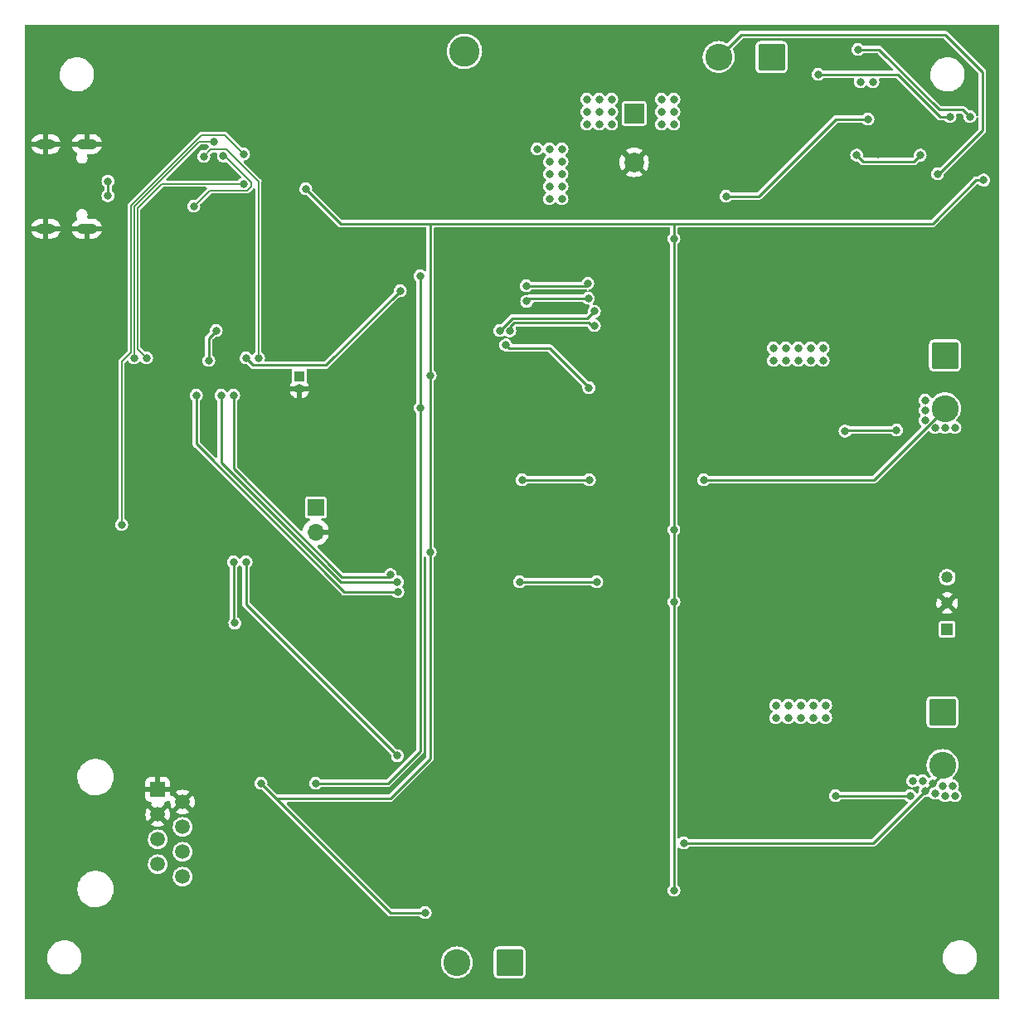
<source format=gbl>
%TF.GenerationSoftware,KiCad,Pcbnew,(6.0.0)*%
%TF.CreationDate,2022-03-08T01:27:21+02:00*%
%TF.ProjectId,CDH_ECU1.2,4344485f-4543-4553-912e-322e6b696361,1.2*%
%TF.SameCoordinates,Original*%
%TF.FileFunction,Copper,L4,Bot*%
%TF.FilePolarity,Positive*%
%FSLAX46Y46*%
G04 Gerber Fmt 4.6, Leading zero omitted, Abs format (unit mm)*
G04 Created by KiCad (PCBNEW (6.0.0)) date 2022-03-08 01:27:21*
%MOMM*%
%LPD*%
G01*
G04 APERTURE LIST*
G04 Aperture macros list*
%AMRoundRect*
0 Rectangle with rounded corners*
0 $1 Rounding radius*
0 $2 $3 $4 $5 $6 $7 $8 $9 X,Y pos of 4 corners*
0 Add a 4 corners polygon primitive as box body*
4,1,4,$2,$3,$4,$5,$6,$7,$8,$9,$2,$3,0*
0 Add four circle primitives for the rounded corners*
1,1,$1+$1,$2,$3*
1,1,$1+$1,$4,$5*
1,1,$1+$1,$6,$7*
1,1,$1+$1,$8,$9*
0 Add four rect primitives between the rounded corners*
20,1,$1+$1,$2,$3,$4,$5,0*
20,1,$1+$1,$4,$5,$6,$7,0*
20,1,$1+$1,$6,$7,$8,$9,0*
20,1,$1+$1,$8,$9,$2,$3,0*%
G04 Aperture macros list end*
%TA.AperFunction,ComponentPad*%
%ADD10RoundRect,0.250000X-1.125000X1.125000X-1.125000X-1.125000X1.125000X-1.125000X1.125000X1.125000X0*%
%TD*%
%TA.AperFunction,ComponentPad*%
%ADD11C,2.750000*%
%TD*%
%TA.AperFunction,ComponentPad*%
%ADD12R,1.500000X1.500000*%
%TD*%
%TA.AperFunction,ComponentPad*%
%ADD13C,1.500000*%
%TD*%
%TA.AperFunction,ComponentPad*%
%ADD14R,2.000000X2.000000*%
%TD*%
%TA.AperFunction,ComponentPad*%
%ADD15C,2.000000*%
%TD*%
%TA.AperFunction,ComponentPad*%
%ADD16R,1.190000X1.190000*%
%TD*%
%TA.AperFunction,ComponentPad*%
%ADD17C,1.190000*%
%TD*%
%TA.AperFunction,ComponentPad*%
%ADD18R,1.700000X1.700000*%
%TD*%
%TA.AperFunction,ComponentPad*%
%ADD19O,1.700000X1.700000*%
%TD*%
%TA.AperFunction,ComponentPad*%
%ADD20RoundRect,0.250000X1.125000X1.125000X-1.125000X1.125000X-1.125000X-1.125000X1.125000X-1.125000X0*%
%TD*%
%TA.AperFunction,ComponentPad*%
%ADD21RoundRect,0.249999X-1.300001X-1.300001X1.300001X-1.300001X1.300001X1.300001X-1.300001X1.300001X0*%
%TD*%
%TA.AperFunction,ComponentPad*%
%ADD22C,3.100000*%
%TD*%
%TA.AperFunction,ComponentPad*%
%ADD23O,2.000000X1.000000*%
%TD*%
%TA.AperFunction,ComponentPad*%
%ADD24O,2.100000X1.050000*%
%TD*%
%TA.AperFunction,ComponentPad*%
%ADD25R,1.000000X1.000000*%
%TD*%
%TA.AperFunction,ComponentPad*%
%ADD26O,1.000000X1.000000*%
%TD*%
%TA.AperFunction,ViaPad*%
%ADD27C,0.800000*%
%TD*%
%TA.AperFunction,Conductor*%
%ADD28C,0.254000*%
%TD*%
%TA.AperFunction,Conductor*%
%ADD29C,0.127000*%
%TD*%
G04 APERTURE END LIST*
D10*
X205486000Y-78232000D03*
D11*
X205486000Y-83632000D03*
D10*
X205232000Y-114648000D03*
D11*
X205232000Y-120048000D03*
D12*
X125095000Y-122555000D03*
D13*
X127635000Y-123825000D03*
X125095000Y-125095000D03*
X127635000Y-126365000D03*
X125095000Y-127635000D03*
X127635000Y-128905000D03*
X125095000Y-130175000D03*
X127635000Y-131445000D03*
D14*
X173736000Y-53512323D03*
D15*
X173736000Y-58512323D03*
D16*
X205711000Y-106172000D03*
D17*
X205711000Y-103522000D03*
X205711000Y-100872000D03*
D18*
X141224000Y-93726000D03*
D19*
X141224000Y-96266000D03*
D20*
X161036000Y-140208000D03*
D11*
X155636000Y-140208000D03*
X182372000Y-47752000D03*
D20*
X187772000Y-47752000D03*
D21*
X150416000Y-47176000D03*
D22*
X156416000Y-47176000D03*
D23*
X113665000Y-56640000D03*
X113665000Y-65280000D03*
D24*
X117845000Y-65280000D03*
X117845000Y-56640000D03*
D25*
X139564000Y-80376000D03*
D26*
X139564000Y-81646000D03*
D27*
X193294000Y-113944400D03*
X190500000Y-78740000D03*
X193040000Y-77470000D03*
X193040000Y-78740000D03*
X189230000Y-78740000D03*
X170180000Y-54610000D03*
X171450000Y-54610000D03*
X192024000Y-113944400D03*
X189484000Y-113944400D03*
X176530000Y-54610000D03*
X192024000Y-115214400D03*
X165100000Y-59690000D03*
X187960000Y-77470000D03*
X165100000Y-58420000D03*
X190754000Y-115214400D03*
X166370000Y-60960000D03*
X166370000Y-62230000D03*
X165100000Y-60960000D03*
X168910000Y-53340000D03*
X187960000Y-78740000D03*
X177800000Y-54610000D03*
X165100000Y-57150000D03*
X191770000Y-78740000D03*
X190500000Y-77470000D03*
X168910000Y-54610000D03*
X166370000Y-59690000D03*
X193294000Y-115214400D03*
X190754000Y-113944400D03*
X170180000Y-53340000D03*
X176530000Y-52070000D03*
X165100000Y-62230000D03*
X189484000Y-115214400D03*
X170180000Y-52070000D03*
X188214000Y-115214400D03*
X177800000Y-52070000D03*
X163830000Y-57150000D03*
X188214000Y-113944400D03*
X176530000Y-53340000D03*
X191770000Y-77470000D03*
X166370000Y-57150000D03*
X189230000Y-77470000D03*
X171450000Y-53340000D03*
X168910000Y-52070000D03*
X171450000Y-52070000D03*
X177800000Y-53340000D03*
X166370000Y-58420000D03*
X204724000Y-59690000D03*
X170180000Y-137160000D03*
X193040000Y-109220000D03*
X162560000Y-121920000D03*
X121285000Y-59690000D03*
X197104000Y-83947000D03*
X200660000Y-68580000D03*
X139700000Y-116840000D03*
X139700000Y-68580000D03*
X197358000Y-118872000D03*
X132080000Y-116840000D03*
X147320000Y-137160000D03*
X185420000Y-137160000D03*
X201676000Y-53340000D03*
X132080000Y-109220000D03*
X139700000Y-45720000D03*
X187960000Y-81280000D03*
X200660000Y-57404000D03*
X198120000Y-84963000D03*
X182880000Y-81280000D03*
X121920000Y-45720000D03*
X198374000Y-118872000D03*
X132842000Y-62738000D03*
X114300000Y-114300000D03*
X132080000Y-137160000D03*
X132080000Y-45720000D03*
X138684000Y-102616000D03*
X159512000Y-103886000D03*
X114300000Y-124460000D03*
X199644000Y-57404000D03*
X172720000Y-109220000D03*
X125984000Y-66548000D03*
X197104000Y-82931000D03*
X197358000Y-119888000D03*
X197358000Y-120904000D03*
X200660000Y-54356000D03*
X208280000Y-91440000D03*
X147320000Y-124714000D03*
X200660000Y-55372000D03*
X200660000Y-137160000D03*
X205740000Y-64516000D03*
X198374000Y-120904000D03*
X149352000Y-76454000D03*
X200660000Y-52324000D03*
X193040000Y-137160000D03*
X175260000Y-68580000D03*
X199644000Y-54356000D03*
X208280000Y-127000000D03*
X208280000Y-96520000D03*
X198120000Y-71120000D03*
X134112000Y-64008000D03*
X114300000Y-104140000D03*
X167640000Y-48768000D03*
X198120000Y-83947000D03*
X208280000Y-134620000D03*
X130048000Y-99822000D03*
X198374000Y-121920000D03*
X147320000Y-119888000D03*
X208280000Y-71120000D03*
X114300000Y-71120000D03*
X187452000Y-55880000D03*
X147066000Y-110490000D03*
X177800000Y-137160000D03*
X199644000Y-56388000D03*
X197358000Y-121920000D03*
X200660000Y-53340000D03*
X173990000Y-125222000D03*
X114300000Y-134620000D03*
X139700000Y-137160000D03*
X201676000Y-54356000D03*
X208280000Y-45720000D03*
X198120000Y-82931000D03*
X154940000Y-114300000D03*
X172466000Y-126492000D03*
X157480000Y-93980000D03*
X198374000Y-119888000D03*
X197104000Y-81915000D03*
X127762000Y-66548000D03*
X200660000Y-96520000D03*
X199644000Y-55372000D03*
X128778000Y-58928000D03*
X201676000Y-57404000D03*
X200660000Y-56388000D03*
X195072000Y-62992000D03*
X157226000Y-76454000D03*
X121285000Y-62865000D03*
X170180000Y-45720000D03*
X201676000Y-52324000D03*
X193040000Y-96520000D03*
X160020000Y-81280000D03*
X198120000Y-81915000D03*
X207518000Y-63246000D03*
X121920000Y-137160000D03*
X201676000Y-56388000D03*
X198628000Y-57658000D03*
X133350000Y-55245000D03*
X201676000Y-55372000D03*
X197104000Y-84963000D03*
X182880000Y-109220000D03*
X120015000Y-60434500D03*
X120015000Y-61909500D03*
X152908000Y-98298000D03*
X209423000Y-60325000D03*
X152908000Y-80264000D03*
X152400000Y-135128000D03*
X177800000Y-103378000D03*
X177800000Y-96012000D03*
X177800000Y-132842000D03*
X135636000Y-121920000D03*
X177800000Y-66294000D03*
X140208000Y-61214000D03*
X133858000Y-57658000D03*
X121412000Y-95504000D03*
X132842000Y-82296000D03*
X148844000Y-100619500D03*
X162306000Y-90932000D03*
X169164000Y-90932000D03*
X141224000Y-121920000D03*
X151892000Y-70104000D03*
X151892000Y-83566000D03*
X169011600Y-70866000D03*
X162712400Y-71120000D03*
X131064000Y-75692000D03*
X130302000Y-78740000D03*
X134112000Y-99314000D03*
X149570500Y-119087286D03*
X149860000Y-71628000D03*
X134112000Y-78486000D03*
X203454000Y-82804000D03*
X180848000Y-90932000D03*
X203454000Y-84836000D03*
X203454000Y-83820000D03*
X204470000Y-85598000D03*
X206502000Y-85598000D03*
X205486000Y-85598000D03*
X204216000Y-121920000D03*
X203454000Y-122682000D03*
X178816000Y-128016000D03*
X205486000Y-123190000D03*
X206502000Y-123190000D03*
X205232000Y-122174000D03*
X203200000Y-121666000D03*
X206248000Y-122174000D03*
X202184000Y-121666000D03*
X204470000Y-122936000D03*
X162763200Y-72694800D03*
X169062400Y-72390000D03*
X160629600Y-77165200D03*
X169113200Y-81534000D03*
X129032000Y-82296000D03*
X149606000Y-102362000D03*
X195285347Y-85944538D03*
X200533000Y-85852000D03*
X196469000Y-57785000D03*
X202946000Y-57785000D03*
X197612000Y-54102000D03*
X198120000Y-50292000D03*
X183134000Y-61976000D03*
X196850000Y-50292000D03*
X194310000Y-123190000D03*
X201930000Y-123190000D03*
X161041714Y-75697714D03*
X169672000Y-75184000D03*
X169672000Y-73710800D03*
X160020000Y-75692000D03*
X192532000Y-49530000D03*
X205994000Y-53848000D03*
X208026000Y-53848000D03*
X196596000Y-46990000D03*
X162052000Y-101346000D03*
X169926000Y-101346000D03*
X131572000Y-82296000D03*
X149570500Y-101346000D03*
X132842000Y-99314000D03*
X132963286Y-105542714D03*
X129794000Y-57912000D03*
X135382000Y-78486000D03*
X133858000Y-60706000D03*
X123952000Y-78486000D03*
X130810000Y-56388000D03*
X122682000Y-78486000D03*
X128778000Y-62992000D03*
X131798000Y-57871000D03*
D28*
X184658000Y-45466000D02*
X182372000Y-47752000D01*
X209296000Y-49276000D02*
X205486000Y-45466000D01*
X204851000Y-59690000D02*
X209296000Y-55245000D01*
X205486000Y-45466000D02*
X184658000Y-45466000D01*
X209296000Y-55245000D02*
X209296000Y-49276000D01*
X204724000Y-59690000D02*
X204851000Y-59690000D01*
X120015000Y-61909500D02*
X120015000Y-60434500D01*
X152908000Y-80264000D02*
X152908000Y-98298000D01*
X152908000Y-98298000D02*
X152908000Y-119380000D01*
X152908000Y-119380000D02*
X148844000Y-123444000D01*
X148844000Y-135128000D02*
X152400000Y-135128000D01*
X137160000Y-123444000D02*
X135636000Y-121920000D01*
X156972000Y-64770000D02*
X143764000Y-64770000D01*
X177800000Y-103378000D02*
X177800000Y-132842000D01*
X186182000Y-64770000D02*
X177800000Y-64770000D01*
X209423000Y-60325000D02*
X208649557Y-60325000D01*
X177800000Y-64770000D02*
X156972000Y-64770000D01*
X152908000Y-64770000D02*
X152908000Y-80264000D01*
X135636000Y-121920000D02*
X148844000Y-135128000D01*
X204204557Y-64770000D02*
X186182000Y-64770000D01*
X177800000Y-64770000D02*
X177800000Y-66294000D01*
X177800000Y-66294000D02*
X177800000Y-96012000D01*
X208649557Y-60325000D02*
X204204557Y-64770000D01*
X156972000Y-64770000D02*
X152908000Y-64770000D01*
X143764000Y-64770000D02*
X140208000Y-61214000D01*
X148844000Y-123444000D02*
X137160000Y-123444000D01*
X177800000Y-96012000D02*
X177800000Y-103378000D01*
D29*
X129533471Y-55724989D02*
X122355480Y-62902981D01*
X122355480Y-77874880D02*
X121412000Y-78818360D01*
X131924989Y-55724989D02*
X129533471Y-55724989D01*
X121412000Y-78818360D02*
X121412000Y-95504000D01*
X122355480Y-62902981D02*
X122355480Y-77874880D01*
X133858000Y-57658000D02*
X131924989Y-55724989D01*
D28*
X148625500Y-100838000D02*
X143897374Y-100838000D01*
X143897374Y-100838000D02*
X132842000Y-89782626D01*
X132842000Y-89782626D02*
X132842000Y-82296000D01*
X148844000Y-100619500D02*
X148625500Y-100838000D01*
X169164000Y-90932000D02*
X162306000Y-90932000D01*
X151892000Y-70104000D02*
X151892000Y-83566000D01*
X151892000Y-118618000D02*
X148590000Y-121920000D01*
X151892000Y-83566000D02*
X151892000Y-118618000D01*
X148590000Y-121920000D02*
X141224000Y-121920000D01*
X131064000Y-75692000D02*
X130302000Y-76454000D01*
X130302000Y-76454000D02*
X130302000Y-78740000D01*
X168757600Y-71120000D02*
X162712400Y-71120000D01*
X169011600Y-70866000D02*
X168757600Y-71120000D01*
X149567286Y-119087286D02*
X134112000Y-103632000D01*
X149570500Y-119087286D02*
X149567286Y-119087286D01*
X134112000Y-103632000D02*
X134112000Y-99314000D01*
X142275489Y-79212511D02*
X149860000Y-71628000D01*
X134112000Y-78486000D02*
X134838511Y-79212511D01*
X134838511Y-79212511D02*
X142275489Y-79212511D01*
X198186000Y-90932000D02*
X205486000Y-83632000D01*
X180848000Y-90932000D02*
X198186000Y-90932000D01*
X178816000Y-128016000D02*
X198131443Y-128016000D01*
X205232000Y-120915443D02*
X205232000Y-120048000D01*
X198131443Y-128016000D02*
X205232000Y-120915443D01*
X163068000Y-72390000D02*
X169062400Y-72390000D01*
X162763200Y-72694800D02*
X163068000Y-72390000D01*
X169113200Y-81483200D02*
X169113200Y-81534000D01*
X165100000Y-77470000D02*
X169113200Y-81483200D01*
X160934400Y-77470000D02*
X165100000Y-77470000D01*
X160629600Y-77165200D02*
X160934400Y-77470000D01*
X129032000Y-87255374D02*
X144138626Y-102362000D01*
X144138626Y-102362000D02*
X149606000Y-102362000D01*
X129032000Y-82296000D02*
X129032000Y-87255374D01*
X195285347Y-85944538D02*
X195377885Y-85852000D01*
X195377885Y-85852000D02*
X200533000Y-85852000D01*
X202311000Y-58420000D02*
X202946000Y-57785000D01*
X196469000Y-57785000D02*
X197104000Y-58420000D01*
X197104000Y-58420000D02*
X202311000Y-58420000D01*
X194310000Y-54102000D02*
X186436000Y-61976000D01*
X186436000Y-61976000D02*
X183134000Y-61976000D01*
X197612000Y-54102000D02*
X194310000Y-54102000D01*
X194310000Y-123190000D02*
X201930000Y-123190000D01*
X161477854Y-74875520D02*
X169098077Y-74875520D01*
X169098077Y-74875520D02*
X169406557Y-75184000D01*
X169406557Y-75184000D02*
X169672000Y-75184000D01*
X161041714Y-75311660D02*
X161477854Y-74875520D01*
X161041714Y-75697714D02*
X161041714Y-75311660D01*
X161290000Y-74422000D02*
X160020000Y-75692000D01*
X169672000Y-73710800D02*
X168960800Y-74422000D01*
X168960800Y-74422000D02*
X161290000Y-74422000D01*
X192532000Y-49530000D02*
X200653626Y-49530000D01*
X200653626Y-49530000D02*
X204971626Y-53848000D01*
X204971626Y-53848000D02*
X205994000Y-53848000D01*
X196596000Y-46990000D02*
X198755000Y-46990000D01*
X204886489Y-53121489D02*
X207299489Y-53121489D01*
X198755000Y-46990000D02*
X204886489Y-53121489D01*
X207299489Y-53121489D02*
X208026000Y-53848000D01*
X143764000Y-101346000D02*
X131572000Y-89154000D01*
X162052000Y-101346000D02*
X169926000Y-101346000D01*
X149570500Y-101346000D02*
X143764000Y-101346000D01*
X131572000Y-89154000D02*
X131572000Y-82296000D01*
X132963286Y-105542714D02*
X132842000Y-105421428D01*
X132842000Y-105421428D02*
X132842000Y-99314000D01*
D29*
X130498011Y-57207989D02*
X132137989Y-57207989D01*
X132137989Y-57207989D02*
X135382000Y-60452000D01*
X135382000Y-60452000D02*
X135382000Y-78486000D01*
X129794000Y-57912000D02*
X130498011Y-57207989D01*
X123008520Y-63173480D02*
X123008520Y-77542520D01*
X133858000Y-60706000D02*
X125476000Y-60706000D01*
X123008520Y-77542520D02*
X123952000Y-78486000D01*
X125476000Y-60706000D02*
X123008520Y-63173480D01*
X130810000Y-56388000D02*
X129332230Y-56388000D01*
X122682000Y-63038230D02*
X122682000Y-78486000D01*
X129332230Y-56388000D02*
X122682000Y-63038230D01*
X134210989Y-61369011D02*
X134620000Y-60960000D01*
X131960640Y-57871000D02*
X131798000Y-57871000D01*
X128778000Y-62992000D02*
X130400989Y-61369011D01*
X134620000Y-60530360D02*
X131960640Y-57871000D01*
X134620000Y-60960000D02*
X134620000Y-60530360D01*
X130400989Y-61369011D02*
X134210989Y-61369011D01*
%TA.AperFunction,Conductor*%
G36*
X153416000Y-49784000D02*
G01*
X147320000Y-49784000D01*
X147320000Y-44704000D01*
X153416000Y-44704000D01*
X153416000Y-49784000D01*
G37*
%TD.AperFunction*%
%TA.AperFunction,Conductor*%
G36*
X210978121Y-44470002D02*
G01*
X211024614Y-44523658D01*
X211036000Y-44576000D01*
X211036000Y-143816000D01*
X211015998Y-143884121D01*
X210962342Y-143930614D01*
X210910000Y-143942000D01*
X111670000Y-143942000D01*
X111601879Y-143921998D01*
X111555386Y-143868342D01*
X111544000Y-143816000D01*
X111544000Y-139807410D01*
X113813862Y-139807410D01*
X113849028Y-140065804D01*
X113922000Y-140316162D01*
X114031177Y-140552984D01*
X114033737Y-140556889D01*
X114033740Y-140556894D01*
X114171592Y-140767154D01*
X114171596Y-140767159D01*
X114174158Y-140771067D01*
X114347804Y-140965621D01*
X114548300Y-141132371D01*
X114771240Y-141267655D01*
X114775548Y-141269462D01*
X114775549Y-141269462D01*
X115007413Y-141366691D01*
X115007418Y-141366693D01*
X115011728Y-141368500D01*
X115016260Y-141369651D01*
X115016263Y-141369652D01*
X115141765Y-141401525D01*
X115264480Y-141432690D01*
X115481072Y-141454500D01*
X115636206Y-141454500D01*
X115638531Y-141454327D01*
X115638537Y-141454327D01*
X115825407Y-141440440D01*
X115825411Y-141440439D01*
X115830059Y-141440094D01*
X116084405Y-141382542D01*
X116097785Y-141377339D01*
X116323091Y-141289722D01*
X116327450Y-141288027D01*
X116331504Y-141285710D01*
X116331508Y-141285708D01*
X116422295Y-141233818D01*
X116553855Y-141158625D01*
X116758647Y-140997180D01*
X116937326Y-140807239D01*
X117085968Y-140592973D01*
X117103760Y-140556894D01*
X117199241Y-140363278D01*
X117199242Y-140363275D01*
X117201306Y-140359090D01*
X117216488Y-140311663D01*
X117249670Y-140208000D01*
X154001461Y-140208000D01*
X154021585Y-140463698D01*
X154022739Y-140468505D01*
X154022740Y-140468511D01*
X154043959Y-140556894D01*
X154081461Y-140713100D01*
X154083354Y-140717671D01*
X154083355Y-140717673D01*
X154120455Y-140807239D01*
X154179615Y-140950065D01*
X154313630Y-141168758D01*
X154480206Y-141363794D01*
X154675242Y-141530370D01*
X154893935Y-141664385D01*
X154898505Y-141666278D01*
X154898509Y-141666280D01*
X155126327Y-141760645D01*
X155130900Y-141762539D01*
X155203926Y-141780071D01*
X155375489Y-141821260D01*
X155375495Y-141821261D01*
X155380302Y-141822415D01*
X155636000Y-141842539D01*
X155891698Y-141822415D01*
X155896505Y-141821261D01*
X155896511Y-141821260D01*
X156068074Y-141780071D01*
X156141100Y-141762539D01*
X156145673Y-141760645D01*
X156373491Y-141666280D01*
X156373495Y-141666278D01*
X156378065Y-141664385D01*
X156596758Y-141530370D01*
X156771934Y-141380756D01*
X159406500Y-141380756D01*
X159413202Y-141442448D01*
X159415974Y-141449841D01*
X159415974Y-141449843D01*
X159417655Y-141454327D01*
X159463929Y-141577764D01*
X159469309Y-141584943D01*
X159469311Y-141584946D01*
X159526909Y-141661799D01*
X159550596Y-141693404D01*
X159557776Y-141698785D01*
X159659054Y-141774689D01*
X159659057Y-141774691D01*
X159666236Y-141780071D01*
X159755954Y-141813704D01*
X159794157Y-141828026D01*
X159794159Y-141828026D01*
X159801552Y-141830798D01*
X159809402Y-141831651D01*
X159809403Y-141831651D01*
X159859847Y-141837131D01*
X159863244Y-141837500D01*
X162208756Y-141837500D01*
X162212153Y-141837131D01*
X162262597Y-141831651D01*
X162262598Y-141831651D01*
X162270448Y-141830798D01*
X162277841Y-141828026D01*
X162277843Y-141828026D01*
X162316046Y-141813704D01*
X162405764Y-141780071D01*
X162412943Y-141774691D01*
X162412946Y-141774689D01*
X162514224Y-141698785D01*
X162521404Y-141693404D01*
X162545091Y-141661799D01*
X162602689Y-141584946D01*
X162602691Y-141584943D01*
X162608071Y-141577764D01*
X162654345Y-141454327D01*
X162656026Y-141449843D01*
X162656026Y-141449841D01*
X162658798Y-141442448D01*
X162665500Y-141380756D01*
X162665500Y-139807410D01*
X205253862Y-139807410D01*
X205289028Y-140065804D01*
X205362000Y-140316162D01*
X205471177Y-140552984D01*
X205473737Y-140556889D01*
X205473740Y-140556894D01*
X205611592Y-140767154D01*
X205611596Y-140767159D01*
X205614158Y-140771067D01*
X205787804Y-140965621D01*
X205988300Y-141132371D01*
X206211240Y-141267655D01*
X206215548Y-141269462D01*
X206215549Y-141269462D01*
X206447413Y-141366691D01*
X206447418Y-141366693D01*
X206451728Y-141368500D01*
X206456260Y-141369651D01*
X206456263Y-141369652D01*
X206581765Y-141401525D01*
X206704480Y-141432690D01*
X206921072Y-141454500D01*
X207076206Y-141454500D01*
X207078531Y-141454327D01*
X207078537Y-141454327D01*
X207265407Y-141440440D01*
X207265411Y-141440439D01*
X207270059Y-141440094D01*
X207524405Y-141382542D01*
X207537785Y-141377339D01*
X207763091Y-141289722D01*
X207767450Y-141288027D01*
X207771504Y-141285710D01*
X207771508Y-141285708D01*
X207862295Y-141233818D01*
X207993855Y-141158625D01*
X208198647Y-140997180D01*
X208377326Y-140807239D01*
X208525968Y-140592973D01*
X208543760Y-140556894D01*
X208639241Y-140363278D01*
X208639242Y-140363275D01*
X208641306Y-140359090D01*
X208656488Y-140311663D01*
X208719382Y-140115179D01*
X208720807Y-140110728D01*
X208727393Y-140070292D01*
X208761974Y-139857955D01*
X208762725Y-139853344D01*
X208766138Y-139592590D01*
X208730972Y-139334196D01*
X208658000Y-139083838D01*
X208548823Y-138847016D01*
X208538358Y-138831054D01*
X208408408Y-138632846D01*
X208408404Y-138632841D01*
X208405842Y-138628933D01*
X208232196Y-138434379D01*
X208031700Y-138267629D01*
X207808760Y-138132345D01*
X207804451Y-138130538D01*
X207572587Y-138033309D01*
X207572582Y-138033307D01*
X207568272Y-138031500D01*
X207563740Y-138030349D01*
X207563737Y-138030348D01*
X207438235Y-137998475D01*
X207315520Y-137967310D01*
X207098928Y-137945500D01*
X206943794Y-137945500D01*
X206941469Y-137945673D01*
X206941463Y-137945673D01*
X206754593Y-137959560D01*
X206754589Y-137959561D01*
X206749941Y-137959906D01*
X206495595Y-138017458D01*
X206252550Y-138111973D01*
X206248496Y-138114290D01*
X206248492Y-138114292D01*
X206212669Y-138134767D01*
X206026145Y-138241375D01*
X205821353Y-138402820D01*
X205642674Y-138592761D01*
X205494032Y-138807027D01*
X205491966Y-138811217D01*
X205491964Y-138811220D01*
X205408040Y-138981403D01*
X205378694Y-139040910D01*
X205377272Y-139045353D01*
X205377271Y-139045355D01*
X205346977Y-139139993D01*
X205299193Y-139289272D01*
X205298443Y-139293879D01*
X205298442Y-139293882D01*
X205291122Y-139338827D01*
X205257275Y-139546656D01*
X205253862Y-139807410D01*
X162665500Y-139807410D01*
X162665500Y-139035244D01*
X162658798Y-138973552D01*
X162608071Y-138838236D01*
X162602691Y-138831057D01*
X162602689Y-138831054D01*
X162526785Y-138729776D01*
X162521404Y-138722596D01*
X162500977Y-138707287D01*
X162412946Y-138641311D01*
X162412943Y-138641309D01*
X162405764Y-138635929D01*
X162281521Y-138589353D01*
X162277843Y-138587974D01*
X162277841Y-138587974D01*
X162270448Y-138585202D01*
X162262598Y-138584349D01*
X162262597Y-138584349D01*
X162212153Y-138578869D01*
X162212152Y-138578869D01*
X162208756Y-138578500D01*
X159863244Y-138578500D01*
X159859848Y-138578869D01*
X159859847Y-138578869D01*
X159809403Y-138584349D01*
X159809402Y-138584349D01*
X159801552Y-138585202D01*
X159794159Y-138587974D01*
X159794157Y-138587974D01*
X159790479Y-138589353D01*
X159666236Y-138635929D01*
X159659057Y-138641309D01*
X159659054Y-138641311D01*
X159571023Y-138707287D01*
X159550596Y-138722596D01*
X159545215Y-138729776D01*
X159469311Y-138831054D01*
X159469309Y-138831057D01*
X159463929Y-138838236D01*
X159413202Y-138973552D01*
X159406500Y-139035244D01*
X159406500Y-141380756D01*
X156771934Y-141380756D01*
X156791794Y-141363794D01*
X156958370Y-141168758D01*
X157092385Y-140950065D01*
X157151546Y-140807239D01*
X157188645Y-140717673D01*
X157188646Y-140717671D01*
X157190539Y-140713100D01*
X157228041Y-140556894D01*
X157249260Y-140468511D01*
X157249261Y-140468505D01*
X157250415Y-140463698D01*
X157270539Y-140208000D01*
X157250415Y-139952302D01*
X157227765Y-139857955D01*
X157191694Y-139707712D01*
X157190539Y-139702900D01*
X157188645Y-139698327D01*
X157094280Y-139470509D01*
X157094278Y-139470505D01*
X157092385Y-139465935D01*
X156958370Y-139247242D01*
X156791794Y-139052206D01*
X156596758Y-138885630D01*
X156378065Y-138751615D01*
X156373495Y-138749722D01*
X156373491Y-138749720D01*
X156145673Y-138655355D01*
X156145671Y-138655354D01*
X156141100Y-138653461D01*
X156054607Y-138632696D01*
X155896511Y-138594740D01*
X155896505Y-138594739D01*
X155891698Y-138593585D01*
X155636000Y-138573461D01*
X155380302Y-138593585D01*
X155375495Y-138594739D01*
X155375489Y-138594740D01*
X155217393Y-138632696D01*
X155130900Y-138653461D01*
X155126329Y-138655354D01*
X155126327Y-138655355D01*
X154898509Y-138749720D01*
X154898505Y-138749722D01*
X154893935Y-138751615D01*
X154675242Y-138885630D01*
X154480206Y-139052206D01*
X154313630Y-139247242D01*
X154179615Y-139465935D01*
X154177722Y-139470505D01*
X154177720Y-139470509D01*
X154083355Y-139698327D01*
X154081461Y-139702900D01*
X154080306Y-139707712D01*
X154044236Y-139857955D01*
X154021585Y-139952302D01*
X154001461Y-140208000D01*
X117249670Y-140208000D01*
X117279382Y-140115179D01*
X117280807Y-140110728D01*
X117287393Y-140070292D01*
X117321974Y-139857955D01*
X117322725Y-139853344D01*
X117326138Y-139592590D01*
X117290972Y-139334196D01*
X117218000Y-139083838D01*
X117108823Y-138847016D01*
X117098358Y-138831054D01*
X116968408Y-138632846D01*
X116968404Y-138632841D01*
X116965842Y-138628933D01*
X116792196Y-138434379D01*
X116591700Y-138267629D01*
X116368760Y-138132345D01*
X116364451Y-138130538D01*
X116132587Y-138033309D01*
X116132582Y-138033307D01*
X116128272Y-138031500D01*
X116123740Y-138030349D01*
X116123737Y-138030348D01*
X115998235Y-137998475D01*
X115875520Y-137967310D01*
X115658928Y-137945500D01*
X115503794Y-137945500D01*
X115501469Y-137945673D01*
X115501463Y-137945673D01*
X115314593Y-137959560D01*
X115314589Y-137959561D01*
X115309941Y-137959906D01*
X115055595Y-138017458D01*
X114812550Y-138111973D01*
X114808496Y-138114290D01*
X114808492Y-138114292D01*
X114772669Y-138134767D01*
X114586145Y-138241375D01*
X114381353Y-138402820D01*
X114202674Y-138592761D01*
X114054032Y-138807027D01*
X114051966Y-138811217D01*
X114051964Y-138811220D01*
X113968040Y-138981403D01*
X113938694Y-139040910D01*
X113937272Y-139045353D01*
X113937271Y-139045355D01*
X113906977Y-139139993D01*
X113859193Y-139289272D01*
X113858443Y-139293879D01*
X113858442Y-139293882D01*
X113851122Y-139338827D01*
X113817275Y-139546656D01*
X113813862Y-139807410D01*
X111544000Y-139807410D01*
X111544000Y-132757186D01*
X116886018Y-132757186D01*
X116911579Y-133025100D01*
X116912664Y-133029534D01*
X116912665Y-133029540D01*
X116946007Y-133165798D01*
X116975547Y-133286518D01*
X117076583Y-133535963D01*
X117212569Y-133768210D01*
X117380658Y-133978395D01*
X117577327Y-134162113D01*
X117798457Y-134315516D01*
X118039416Y-134435391D01*
X118043750Y-134436812D01*
X118043753Y-134436813D01*
X118290823Y-134517807D01*
X118290829Y-134517808D01*
X118295156Y-134519227D01*
X118299647Y-134520007D01*
X118299648Y-134520007D01*
X118556538Y-134564611D01*
X118556546Y-134564612D01*
X118560319Y-134565267D01*
X118564156Y-134565458D01*
X118643777Y-134569422D01*
X118643785Y-134569422D01*
X118645348Y-134569500D01*
X118813374Y-134569500D01*
X118815642Y-134569335D01*
X118815654Y-134569335D01*
X118946457Y-134559844D01*
X119013425Y-134554985D01*
X119017880Y-134554001D01*
X119017883Y-134554001D01*
X119271770Y-134497947D01*
X119271772Y-134497946D01*
X119276226Y-134496963D01*
X119527900Y-134401613D01*
X119763172Y-134270931D01*
X119909842Y-134158996D01*
X119973491Y-134110421D01*
X119973495Y-134110417D01*
X119977116Y-134107654D01*
X120165249Y-133915203D01*
X120272242Y-133768210D01*
X120320942Y-133701304D01*
X120320947Y-133701297D01*
X120323630Y-133697610D01*
X120448941Y-133459433D01*
X120538557Y-133205662D01*
X120563688Y-133078156D01*
X120589720Y-132946083D01*
X120589721Y-132946077D01*
X120590601Y-132941611D01*
X120594669Y-132859891D01*
X120603755Y-132677383D01*
X120603755Y-132677377D01*
X120603982Y-132672814D01*
X120578421Y-132404900D01*
X120574215Y-132387708D01*
X120515539Y-132147920D01*
X120514453Y-132143482D01*
X120413417Y-131894037D01*
X120277431Y-131661790D01*
X120157272Y-131511538D01*
X120112194Y-131455171D01*
X120112193Y-131455169D01*
X120109342Y-131451605D01*
X120087185Y-131430907D01*
X126625738Y-131430907D01*
X126642222Y-131627209D01*
X126669372Y-131721890D01*
X126672383Y-131732390D01*
X126696521Y-131816570D01*
X126699336Y-131822047D01*
X126777879Y-131974875D01*
X126786566Y-131991779D01*
X126790389Y-131996603D01*
X126790392Y-131996607D01*
X126818045Y-132031496D01*
X126908927Y-132146160D01*
X126913620Y-132150154D01*
X126913621Y-132150155D01*
X126938447Y-132171283D01*
X127058945Y-132273835D01*
X127064323Y-132276841D01*
X127064325Y-132276842D01*
X127184279Y-132343882D01*
X127230904Y-132369940D01*
X127418255Y-132430814D01*
X127613862Y-132454139D01*
X127619997Y-132453667D01*
X127619999Y-132453667D01*
X127679801Y-132449065D01*
X127810274Y-132439026D01*
X128000009Y-132386050D01*
X128005513Y-132383270D01*
X128170341Y-132300010D01*
X128170343Y-132300009D01*
X128175842Y-132297231D01*
X128331074Y-132175950D01*
X128335100Y-132171286D01*
X128335103Y-132171283D01*
X128455764Y-132031496D01*
X128455765Y-132031494D01*
X128459793Y-132026828D01*
X128557096Y-131855544D01*
X128619277Y-131668622D01*
X128643966Y-131473183D01*
X128644360Y-131445000D01*
X128625137Y-131248948D01*
X128568200Y-131060363D01*
X128488661Y-130910773D01*
X128478611Y-130891871D01*
X128478609Y-130891868D01*
X128475717Y-130886429D01*
X128351212Y-130733770D01*
X128285894Y-130679734D01*
X128204177Y-130612132D01*
X128204174Y-130612130D01*
X128199427Y-130608203D01*
X128026143Y-130514508D01*
X127837960Y-130456256D01*
X127831835Y-130455612D01*
X127831834Y-130455612D01*
X127648176Y-130436309D01*
X127648174Y-130436309D01*
X127642047Y-130435665D01*
X127560018Y-130443130D01*
X127452004Y-130452960D01*
X127452001Y-130452961D01*
X127445865Y-130453519D01*
X127439959Y-130455257D01*
X127439955Y-130455258D01*
X127299775Y-130496516D01*
X127256887Y-130509138D01*
X127251427Y-130511992D01*
X127251428Y-130511992D01*
X127087772Y-130597549D01*
X127087768Y-130597552D01*
X127082312Y-130600404D01*
X126928788Y-130723840D01*
X126802163Y-130874745D01*
X126795740Y-130886429D01*
X126716481Y-131030602D01*
X126707262Y-131047371D01*
X126705398Y-131053246D01*
X126705397Y-131053249D01*
X126672533Y-131156851D01*
X126647697Y-131235142D01*
X126625738Y-131430907D01*
X120087185Y-131430907D01*
X119912673Y-131267887D01*
X119691543Y-131114484D01*
X119450584Y-130994609D01*
X119446250Y-130993188D01*
X119446247Y-130993187D01*
X119199177Y-130912193D01*
X119199171Y-130912192D01*
X119194844Y-130910773D01*
X119188918Y-130909744D01*
X118933462Y-130865389D01*
X118933454Y-130865388D01*
X118929681Y-130864733D01*
X118919718Y-130864237D01*
X118846223Y-130860578D01*
X118846215Y-130860578D01*
X118844652Y-130860500D01*
X118676626Y-130860500D01*
X118674358Y-130860665D01*
X118674346Y-130860665D01*
X118545363Y-130870024D01*
X118476575Y-130875015D01*
X118472120Y-130875999D01*
X118472117Y-130875999D01*
X118218230Y-130932053D01*
X118218228Y-130932054D01*
X118213774Y-130933037D01*
X117962100Y-131028387D01*
X117726828Y-131159069D01*
X117676057Y-131197816D01*
X117516509Y-131319579D01*
X117516505Y-131319583D01*
X117512884Y-131322346D01*
X117324751Y-131514797D01*
X117322066Y-131518486D01*
X117169058Y-131728696D01*
X117169053Y-131728703D01*
X117166370Y-131732390D01*
X117041059Y-131970567D01*
X116951443Y-132224338D01*
X116941687Y-132273835D01*
X116906150Y-132454139D01*
X116899399Y-132488389D01*
X116899172Y-132492942D01*
X116899172Y-132492945D01*
X116889625Y-132684733D01*
X116886018Y-132757186D01*
X111544000Y-132757186D01*
X111544000Y-130160907D01*
X124085738Y-130160907D01*
X124102222Y-130357209D01*
X124124904Y-130436309D01*
X124145289Y-130507399D01*
X124156521Y-130546570D01*
X124246566Y-130721779D01*
X124250389Y-130726603D01*
X124250392Y-130726607D01*
X124278045Y-130761496D01*
X124368927Y-130876160D01*
X124373620Y-130880154D01*
X124373621Y-130880155D01*
X124506434Y-130993187D01*
X124518945Y-131003835D01*
X124524323Y-131006841D01*
X124524325Y-131006842D01*
X124620090Y-131060363D01*
X124690904Y-131099940D01*
X124878255Y-131160814D01*
X125073862Y-131184139D01*
X125079997Y-131183667D01*
X125079999Y-131183667D01*
X125139801Y-131179065D01*
X125270274Y-131169026D01*
X125460009Y-131116050D01*
X125467132Y-131112452D01*
X125630341Y-131030010D01*
X125630343Y-131030009D01*
X125635842Y-131027231D01*
X125791074Y-130905950D01*
X125795100Y-130901286D01*
X125795103Y-130901283D01*
X125915764Y-130761496D01*
X125915765Y-130761494D01*
X125919793Y-130756828D01*
X126017096Y-130585544D01*
X126079277Y-130398622D01*
X126103966Y-130203183D01*
X126104360Y-130175000D01*
X126085137Y-129978948D01*
X126028200Y-129790363D01*
X125935717Y-129616429D01*
X125811212Y-129463770D01*
X125745894Y-129409734D01*
X125664177Y-129342132D01*
X125664174Y-129342130D01*
X125659427Y-129338203D01*
X125486143Y-129244508D01*
X125297960Y-129186256D01*
X125291835Y-129185612D01*
X125291834Y-129185612D01*
X125108176Y-129166309D01*
X125108174Y-129166309D01*
X125102047Y-129165665D01*
X125020018Y-129173130D01*
X124912004Y-129182960D01*
X124912001Y-129182961D01*
X124905865Y-129183519D01*
X124899959Y-129185257D01*
X124899955Y-129185258D01*
X124759775Y-129226516D01*
X124716887Y-129239138D01*
X124711427Y-129241992D01*
X124711428Y-129241992D01*
X124547772Y-129327549D01*
X124547768Y-129327552D01*
X124542312Y-129330404D01*
X124388788Y-129453840D01*
X124262163Y-129604745D01*
X124255740Y-129616429D01*
X124180420Y-129753437D01*
X124167262Y-129777371D01*
X124165398Y-129783246D01*
X124165397Y-129783249D01*
X124131879Y-129888910D01*
X124107697Y-129965142D01*
X124085738Y-130160907D01*
X111544000Y-130160907D01*
X111544000Y-128890907D01*
X126625738Y-128890907D01*
X126642222Y-129087209D01*
X126664904Y-129166309D01*
X126685289Y-129237399D01*
X126696521Y-129276570D01*
X126786566Y-129451779D01*
X126790389Y-129456603D01*
X126790392Y-129456607D01*
X126818045Y-129491496D01*
X126908927Y-129606160D01*
X126913620Y-129610154D01*
X126913621Y-129610155D01*
X126938447Y-129631283D01*
X127058945Y-129733835D01*
X127064323Y-129736841D01*
X127064325Y-129736842D01*
X127160090Y-129790363D01*
X127230904Y-129829940D01*
X127418255Y-129890814D01*
X127613862Y-129914139D01*
X127619997Y-129913667D01*
X127619999Y-129913667D01*
X127679801Y-129909065D01*
X127810274Y-129899026D01*
X128000009Y-129846050D01*
X128005513Y-129843270D01*
X128170341Y-129760010D01*
X128170343Y-129760009D01*
X128175842Y-129757231D01*
X128331074Y-129635950D01*
X128335100Y-129631286D01*
X128335103Y-129631283D01*
X128455764Y-129491496D01*
X128455765Y-129491494D01*
X128459793Y-129486828D01*
X128557096Y-129315544D01*
X128619277Y-129128622D01*
X128643966Y-128933183D01*
X128644360Y-128905000D01*
X128625137Y-128708948D01*
X128568200Y-128520363D01*
X128558418Y-128501966D01*
X128478611Y-128351871D01*
X128478609Y-128351868D01*
X128475717Y-128346429D01*
X128351212Y-128193770D01*
X128285894Y-128139734D01*
X128204177Y-128072132D01*
X128204174Y-128072130D01*
X128199427Y-128068203D01*
X128026143Y-127974508D01*
X127837960Y-127916256D01*
X127831835Y-127915612D01*
X127831834Y-127915612D01*
X127648176Y-127896309D01*
X127648174Y-127896309D01*
X127642047Y-127895665D01*
X127560018Y-127903130D01*
X127452004Y-127912960D01*
X127452001Y-127912961D01*
X127445865Y-127913519D01*
X127439959Y-127915257D01*
X127439955Y-127915258D01*
X127299775Y-127956516D01*
X127256887Y-127969138D01*
X127251427Y-127971992D01*
X127251428Y-127971992D01*
X127087772Y-128057549D01*
X127087768Y-128057552D01*
X127082312Y-128060404D01*
X126928788Y-128183840D01*
X126802163Y-128334745D01*
X126795740Y-128346429D01*
X126720176Y-128483881D01*
X126707262Y-128507371D01*
X126705398Y-128513246D01*
X126705397Y-128513249D01*
X126675150Y-128608599D01*
X126647697Y-128695142D01*
X126625738Y-128890907D01*
X111544000Y-128890907D01*
X111544000Y-127620907D01*
X124085738Y-127620907D01*
X124102222Y-127817209D01*
X124124904Y-127896309D01*
X124145289Y-127967399D01*
X124156521Y-128006570D01*
X124246566Y-128181779D01*
X124250389Y-128186603D01*
X124250392Y-128186607D01*
X124351337Y-128313967D01*
X124368927Y-128336160D01*
X124373620Y-128340154D01*
X124373621Y-128340155D01*
X124441614Y-128398021D01*
X124518945Y-128463835D01*
X124524323Y-128466841D01*
X124524325Y-128466842D01*
X124670093Y-128548309D01*
X124690904Y-128559940D01*
X124878255Y-128620814D01*
X125073862Y-128644139D01*
X125079997Y-128643667D01*
X125079999Y-128643667D01*
X125139801Y-128639065D01*
X125270274Y-128629026D01*
X125460009Y-128576050D01*
X125481586Y-128565151D01*
X125630341Y-128490010D01*
X125630343Y-128490009D01*
X125635842Y-128487231D01*
X125791074Y-128365950D01*
X125795100Y-128361286D01*
X125795103Y-128361283D01*
X125915764Y-128221496D01*
X125915765Y-128221494D01*
X125919793Y-128216828D01*
X126017096Y-128045544D01*
X126079277Y-127858622D01*
X126103966Y-127663183D01*
X126104360Y-127635000D01*
X126085137Y-127438948D01*
X126028200Y-127250363D01*
X125935717Y-127076429D01*
X125811212Y-126923770D01*
X125745894Y-126869734D01*
X125664177Y-126802132D01*
X125664174Y-126802130D01*
X125659427Y-126798203D01*
X125486143Y-126704508D01*
X125297960Y-126646256D01*
X125291835Y-126645612D01*
X125291834Y-126645612D01*
X125108176Y-126626309D01*
X125108174Y-126626309D01*
X125102047Y-126625665D01*
X125020018Y-126633130D01*
X124912004Y-126642960D01*
X124912001Y-126642961D01*
X124905865Y-126643519D01*
X124899959Y-126645257D01*
X124899955Y-126645258D01*
X124759775Y-126686516D01*
X124716887Y-126699138D01*
X124711427Y-126701992D01*
X124711428Y-126701992D01*
X124547772Y-126787549D01*
X124547768Y-126787552D01*
X124542312Y-126790404D01*
X124388788Y-126913840D01*
X124262163Y-127064745D01*
X124255740Y-127076429D01*
X124180420Y-127213437D01*
X124167262Y-127237371D01*
X124165398Y-127243246D01*
X124165397Y-127243249D01*
X124131879Y-127348910D01*
X124107697Y-127425142D01*
X124085738Y-127620907D01*
X111544000Y-127620907D01*
X111544000Y-126145161D01*
X124409393Y-126145161D01*
X124418687Y-126157175D01*
X124459088Y-126185464D01*
X124468584Y-126190947D01*
X124658113Y-126279326D01*
X124668405Y-126283072D01*
X124870401Y-126337196D01*
X124881196Y-126339099D01*
X125089525Y-126357326D01*
X125100475Y-126357326D01*
X125173842Y-126350907D01*
X126625738Y-126350907D01*
X126642222Y-126547209D01*
X126664904Y-126626309D01*
X126685289Y-126697399D01*
X126696521Y-126736570D01*
X126786566Y-126911779D01*
X126790389Y-126916603D01*
X126790392Y-126916607D01*
X126818045Y-126951496D01*
X126908927Y-127066160D01*
X126913620Y-127070154D01*
X126913621Y-127070155D01*
X126938447Y-127091283D01*
X127058945Y-127193835D01*
X127064323Y-127196841D01*
X127064325Y-127196842D01*
X127160090Y-127250363D01*
X127230904Y-127289940D01*
X127418255Y-127350814D01*
X127613862Y-127374139D01*
X127619997Y-127373667D01*
X127619999Y-127373667D01*
X127679801Y-127369065D01*
X127810274Y-127359026D01*
X128000009Y-127306050D01*
X128005513Y-127303270D01*
X128170341Y-127220010D01*
X128170343Y-127220009D01*
X128175842Y-127217231D01*
X128331074Y-127095950D01*
X128335100Y-127091286D01*
X128335103Y-127091283D01*
X128455764Y-126951496D01*
X128455765Y-126951494D01*
X128459793Y-126946828D01*
X128557096Y-126775544D01*
X128619277Y-126588622D01*
X128643966Y-126393183D01*
X128644360Y-126365000D01*
X128625137Y-126168948D01*
X128568200Y-125980363D01*
X128475717Y-125806429D01*
X128351212Y-125653770D01*
X128285894Y-125599734D01*
X128204177Y-125532132D01*
X128204174Y-125532130D01*
X128199427Y-125528203D01*
X128026143Y-125434508D01*
X127837960Y-125376256D01*
X127831835Y-125375612D01*
X127831834Y-125375612D01*
X127648176Y-125356309D01*
X127648174Y-125356309D01*
X127642047Y-125355665D01*
X127560018Y-125363130D01*
X127452004Y-125372960D01*
X127452001Y-125372961D01*
X127445865Y-125373519D01*
X127439959Y-125375257D01*
X127439955Y-125375258D01*
X127299775Y-125416516D01*
X127256887Y-125429138D01*
X127251427Y-125431992D01*
X127251428Y-125431992D01*
X127087772Y-125517549D01*
X127087768Y-125517552D01*
X127082312Y-125520404D01*
X126928788Y-125643840D01*
X126802163Y-125794745D01*
X126707262Y-125967371D01*
X126705398Y-125973246D01*
X126705397Y-125973249D01*
X126701269Y-125986263D01*
X126647697Y-126155142D01*
X126644296Y-126185464D01*
X126627063Y-126339099D01*
X126625738Y-126350907D01*
X125173842Y-126350907D01*
X125308804Y-126339099D01*
X125319599Y-126337196D01*
X125521595Y-126283072D01*
X125531887Y-126279326D01*
X125721416Y-126190947D01*
X125730912Y-126185464D01*
X125772148Y-126156590D01*
X125780523Y-126146112D01*
X125773457Y-126132668D01*
X125107811Y-125467021D01*
X125093868Y-125459408D01*
X125092034Y-125459539D01*
X125085420Y-125463790D01*
X124415820Y-126133391D01*
X124409393Y-126145161D01*
X111544000Y-126145161D01*
X111544000Y-125100475D01*
X123832674Y-125100475D01*
X123850901Y-125308804D01*
X123852804Y-125319599D01*
X123906928Y-125521595D01*
X123910674Y-125531887D01*
X123999054Y-125721417D01*
X124004534Y-125730907D01*
X124033411Y-125772149D01*
X124043887Y-125780523D01*
X124057334Y-125773455D01*
X124722979Y-125107811D01*
X124729356Y-125096132D01*
X125459408Y-125096132D01*
X125459539Y-125097966D01*
X125463790Y-125104580D01*
X126133391Y-125774180D01*
X126145161Y-125780607D01*
X126157176Y-125771311D01*
X126185466Y-125730907D01*
X126190946Y-125721417D01*
X126279326Y-125531887D01*
X126283072Y-125521595D01*
X126337196Y-125319599D01*
X126339099Y-125308804D01*
X126357326Y-125100475D01*
X126357326Y-125089525D01*
X126339099Y-124881196D01*
X126338035Y-124875161D01*
X126949393Y-124875161D01*
X126958687Y-124887175D01*
X126999088Y-124915464D01*
X127008584Y-124920947D01*
X127198113Y-125009326D01*
X127208405Y-125013072D01*
X127410401Y-125067196D01*
X127421196Y-125069099D01*
X127629525Y-125087326D01*
X127640475Y-125087326D01*
X127848804Y-125069099D01*
X127859599Y-125067196D01*
X128061595Y-125013072D01*
X128071887Y-125009326D01*
X128261416Y-124920947D01*
X128270912Y-124915464D01*
X128312148Y-124886590D01*
X128320523Y-124876112D01*
X128313457Y-124862668D01*
X127647811Y-124197021D01*
X127633868Y-124189408D01*
X127632034Y-124189539D01*
X127625420Y-124193790D01*
X126955820Y-124863391D01*
X126949393Y-124875161D01*
X126338035Y-124875161D01*
X126337196Y-124870401D01*
X126283072Y-124668405D01*
X126279326Y-124658113D01*
X126190946Y-124468583D01*
X126185466Y-124459093D01*
X126156589Y-124417851D01*
X126146113Y-124409477D01*
X126132666Y-124416545D01*
X125467021Y-125082189D01*
X125459408Y-125096132D01*
X124729356Y-125096132D01*
X124730592Y-125093868D01*
X124730461Y-125092034D01*
X124726210Y-125085420D01*
X124056609Y-124415820D01*
X124044839Y-124409393D01*
X124032824Y-124418689D01*
X124004534Y-124459093D01*
X123999054Y-124468583D01*
X123910674Y-124658113D01*
X123906928Y-124668405D01*
X123852804Y-124870401D01*
X123850901Y-124881196D01*
X123832674Y-125089525D01*
X123832674Y-125100475D01*
X111544000Y-125100475D01*
X111544000Y-123349669D01*
X123837001Y-123349669D01*
X123837371Y-123356490D01*
X123842895Y-123407352D01*
X123846521Y-123422604D01*
X123891676Y-123543054D01*
X123900214Y-123558649D01*
X123976715Y-123660724D01*
X123989276Y-123673285D01*
X124091351Y-123749786D01*
X124106946Y-123758324D01*
X124227394Y-123803478D01*
X124242649Y-123807105D01*
X124293514Y-123812631D01*
X124300328Y-123813000D01*
X124333009Y-123813000D01*
X124401130Y-123833002D01*
X124447623Y-123886658D01*
X124457727Y-123956932D01*
X124428233Y-124021512D01*
X124425114Y-124024325D01*
X124409477Y-124043887D01*
X124416545Y-124057334D01*
X125082189Y-124722979D01*
X125096132Y-124730592D01*
X125097966Y-124730461D01*
X125104580Y-124726210D01*
X125774180Y-124056609D01*
X125780607Y-124044839D01*
X125759602Y-124017688D01*
X125763009Y-124015052D01*
X125740388Y-123986747D01*
X125733083Y-123916127D01*
X125765118Y-123852769D01*
X125826322Y-123816788D01*
X125856990Y-123812999D01*
X125889669Y-123812999D01*
X125896490Y-123812629D01*
X125947352Y-123807105D01*
X125962604Y-123803479D01*
X126083054Y-123758324D01*
X126098648Y-123749786D01*
X126172767Y-123694237D01*
X126239273Y-123669389D01*
X126308656Y-123684442D01*
X126358886Y-123734616D01*
X126373853Y-123806042D01*
X126372674Y-123819521D01*
X126372674Y-123830475D01*
X126390901Y-124038804D01*
X126392804Y-124049599D01*
X126446928Y-124251595D01*
X126450674Y-124261887D01*
X126539054Y-124451417D01*
X126544534Y-124460907D01*
X126573411Y-124502149D01*
X126583887Y-124510523D01*
X126597334Y-124503455D01*
X127262979Y-123837811D01*
X127269356Y-123826132D01*
X127999408Y-123826132D01*
X127999539Y-123827966D01*
X128003790Y-123834580D01*
X128673391Y-124504180D01*
X128685161Y-124510607D01*
X128697176Y-124501311D01*
X128725466Y-124460907D01*
X128730946Y-124451417D01*
X128819326Y-124261887D01*
X128823072Y-124251595D01*
X128877196Y-124049599D01*
X128879099Y-124038804D01*
X128897326Y-123830475D01*
X128897326Y-123819525D01*
X128879099Y-123611196D01*
X128877196Y-123600401D01*
X128823072Y-123398405D01*
X128819326Y-123388113D01*
X128730946Y-123198583D01*
X128725466Y-123189093D01*
X128696589Y-123147851D01*
X128686113Y-123139477D01*
X128672666Y-123146545D01*
X128007021Y-123812189D01*
X127999408Y-123826132D01*
X127269356Y-123826132D01*
X127270592Y-123823868D01*
X127270461Y-123822034D01*
X127266210Y-123815420D01*
X126596609Y-123145820D01*
X126584839Y-123139393D01*
X126557688Y-123160399D01*
X126555051Y-123156991D01*
X126526769Y-123179603D01*
X126456150Y-123186920D01*
X126392786Y-123154896D01*
X126356795Y-123093699D01*
X126353000Y-123063009D01*
X126353000Y-122827115D01*
X126348525Y-122811876D01*
X126347135Y-122810671D01*
X126339452Y-122809000D01*
X123855116Y-122809000D01*
X123839877Y-122813475D01*
X123838672Y-122814865D01*
X123837001Y-122822548D01*
X123837001Y-123349669D01*
X111544000Y-123349669D01*
X111544000Y-121327186D01*
X116886018Y-121327186D01*
X116911579Y-121595100D01*
X116912664Y-121599534D01*
X116912665Y-121599540D01*
X116952010Y-121760331D01*
X116975547Y-121856518D01*
X117076583Y-122105963D01*
X117139594Y-122213578D01*
X117191380Y-122302021D01*
X117212569Y-122338210D01*
X117244004Y-122377517D01*
X117370362Y-122535520D01*
X117380658Y-122548395D01*
X117577327Y-122732113D01*
X117798457Y-122885516D01*
X118039416Y-123005391D01*
X118043750Y-123006812D01*
X118043753Y-123006813D01*
X118290823Y-123087807D01*
X118290829Y-123087808D01*
X118295156Y-123089227D01*
X118299647Y-123090007D01*
X118299648Y-123090007D01*
X118556538Y-123134611D01*
X118556546Y-123134612D01*
X118560319Y-123135267D01*
X118564156Y-123135458D01*
X118643777Y-123139422D01*
X118643785Y-123139422D01*
X118645348Y-123139500D01*
X118813374Y-123139500D01*
X118815642Y-123139335D01*
X118815654Y-123139335D01*
X118946457Y-123129844D01*
X119013425Y-123124985D01*
X119017880Y-123124001D01*
X119017883Y-123124001D01*
X119271770Y-123067947D01*
X119271772Y-123067946D01*
X119276226Y-123066963D01*
X119527900Y-122971613D01*
X119602269Y-122930305D01*
X119759179Y-122843149D01*
X119759180Y-122843148D01*
X119763172Y-122840931D01*
X119851021Y-122773887D01*
X126949477Y-122773887D01*
X126956545Y-122787334D01*
X127622189Y-123452979D01*
X127636132Y-123460592D01*
X127637966Y-123460461D01*
X127644580Y-123456210D01*
X128314180Y-122786609D01*
X128320607Y-122774839D01*
X128311313Y-122762825D01*
X128270912Y-122734536D01*
X128261416Y-122729053D01*
X128071887Y-122640674D01*
X128061595Y-122636928D01*
X127859599Y-122582804D01*
X127848804Y-122580901D01*
X127640475Y-122562674D01*
X127629525Y-122562674D01*
X127421196Y-122580901D01*
X127410401Y-122582804D01*
X127208405Y-122636928D01*
X127198113Y-122640674D01*
X127008583Y-122729054D01*
X126999093Y-122734534D01*
X126957851Y-122763411D01*
X126949477Y-122773887D01*
X119851021Y-122773887D01*
X119861586Y-122765824D01*
X119973491Y-122680421D01*
X119973495Y-122680417D01*
X119977116Y-122677654D01*
X120165249Y-122485203D01*
X120191149Y-122449621D01*
X120312512Y-122282885D01*
X123837000Y-122282885D01*
X123841475Y-122298124D01*
X123842865Y-122299329D01*
X123850548Y-122301000D01*
X124822885Y-122301000D01*
X124838124Y-122296525D01*
X124839329Y-122295135D01*
X124841000Y-122287452D01*
X124841000Y-122282885D01*
X125349000Y-122282885D01*
X125353475Y-122298124D01*
X125354865Y-122299329D01*
X125362548Y-122301000D01*
X126334884Y-122301000D01*
X126350123Y-122296525D01*
X126351328Y-122295135D01*
X126352999Y-122287452D01*
X126352999Y-121913096D01*
X134976729Y-121913096D01*
X134979016Y-121933807D01*
X134990020Y-122033477D01*
X134994113Y-122070553D01*
X134996723Y-122077684D01*
X134996723Y-122077686D01*
X135040865Y-122198309D01*
X135048553Y-122219319D01*
X135052789Y-122225622D01*
X135052789Y-122225623D01*
X135128445Y-122338210D01*
X135136908Y-122350805D01*
X135142527Y-122355918D01*
X135142528Y-122355919D01*
X135166264Y-122377517D01*
X135254076Y-122457419D01*
X135393293Y-122533008D01*
X135546522Y-122573207D01*
X135625421Y-122574446D01*
X135701898Y-122575648D01*
X135769696Y-122596717D01*
X135789014Y-122612537D01*
X136851958Y-123675480D01*
X136867311Y-123694489D01*
X136868278Y-123695552D01*
X136873929Y-123704304D01*
X136896768Y-123722309D01*
X136900472Y-123725229D01*
X136906443Y-123730535D01*
X136906525Y-123730441D01*
X136906533Y-123730448D01*
X136910090Y-123733777D01*
X136911561Y-123735084D01*
X136912648Y-123736171D01*
X136912651Y-123736173D01*
X148535954Y-135359476D01*
X148551318Y-135378499D01*
X148552282Y-135379558D01*
X148557929Y-135388304D01*
X148566108Y-135394752D01*
X148566110Y-135394754D01*
X148584477Y-135409234D01*
X148588950Y-135413209D01*
X148589011Y-135413137D01*
X148592968Y-135416490D01*
X148596649Y-135420171D01*
X148600881Y-135423195D01*
X148612439Y-135431455D01*
X148617185Y-135435018D01*
X148657670Y-135466934D01*
X148666355Y-135469984D01*
X148673843Y-135475335D01*
X148723266Y-135490115D01*
X148728840Y-135491927D01*
X148777502Y-135509016D01*
X148783091Y-135509500D01*
X148785802Y-135509500D01*
X148788469Y-135509615D01*
X148788532Y-135509634D01*
X148788525Y-135509808D01*
X148789271Y-135509855D01*
X148795524Y-135511725D01*
X148849688Y-135509597D01*
X148854634Y-135509500D01*
X151801868Y-135509500D01*
X151869989Y-135529502D01*
X151896941Y-135552902D01*
X151900908Y-135558805D01*
X151906526Y-135563917D01*
X151906527Y-135563918D01*
X151917903Y-135574269D01*
X152018076Y-135665419D01*
X152157293Y-135741008D01*
X152310522Y-135781207D01*
X152394477Y-135782526D01*
X152461319Y-135783576D01*
X152461322Y-135783576D01*
X152468916Y-135783695D01*
X152623332Y-135748329D01*
X152693742Y-135712917D01*
X152758072Y-135680563D01*
X152758075Y-135680561D01*
X152764855Y-135677151D01*
X152770626Y-135672222D01*
X152770629Y-135672220D01*
X152879536Y-135579204D01*
X152879536Y-135579203D01*
X152885314Y-135574269D01*
X152977755Y-135445624D01*
X153036842Y-135298641D01*
X153059162Y-135141807D01*
X153059307Y-135128000D01*
X153040276Y-134970733D01*
X152984280Y-134822546D01*
X152894553Y-134691992D01*
X152776275Y-134586611D01*
X152768889Y-134582700D01*
X152642988Y-134516039D01*
X152642989Y-134516039D01*
X152636274Y-134512484D01*
X152482633Y-134473892D01*
X152475034Y-134473852D01*
X152475033Y-134473852D01*
X152409181Y-134473507D01*
X152324221Y-134473062D01*
X152316841Y-134474834D01*
X152316839Y-134474834D01*
X152177563Y-134508271D01*
X152177560Y-134508272D01*
X152170184Y-134510043D01*
X152029414Y-134582700D01*
X151910039Y-134686838D01*
X151905668Y-134693057D01*
X151900591Y-134698696D01*
X151899624Y-134697826D01*
X151850203Y-134737185D01*
X151802656Y-134746500D01*
X149054213Y-134746500D01*
X148986092Y-134726498D01*
X148965118Y-134709595D01*
X138296118Y-124040595D01*
X138262092Y-123978283D01*
X138267157Y-123907468D01*
X138309704Y-123850632D01*
X138376224Y-123825821D01*
X138385213Y-123825500D01*
X148789865Y-123825500D01*
X148814164Y-123828086D01*
X148815602Y-123828154D01*
X148825780Y-123830345D01*
X148859341Y-123826373D01*
X148865320Y-123826021D01*
X148865312Y-123825928D01*
X148870490Y-123825500D01*
X148875692Y-123825500D01*
X148894846Y-123822312D01*
X148900704Y-123821478D01*
X148917318Y-123819512D01*
X148941567Y-123816642D01*
X148941568Y-123816642D01*
X148951907Y-123815418D01*
X148960206Y-123811433D01*
X148969283Y-123809922D01*
X149014651Y-123785442D01*
X149019914Y-123782761D01*
X149059250Y-123763873D01*
X149059254Y-123763870D01*
X149066398Y-123760440D01*
X149070692Y-123756830D01*
X149072624Y-123754898D01*
X149074573Y-123753111D01*
X149074626Y-123753082D01*
X149074746Y-123753212D01*
X149075315Y-123752710D01*
X149081057Y-123749612D01*
X149117867Y-123709792D01*
X149121296Y-123706227D01*
X153139479Y-119688044D01*
X153158495Y-119672685D01*
X153159556Y-119671719D01*
X153168304Y-119666071D01*
X153189229Y-119639528D01*
X153193206Y-119635053D01*
X153193135Y-119634992D01*
X153196488Y-119631035D01*
X153200171Y-119627352D01*
X153211455Y-119611561D01*
X153215018Y-119606815D01*
X153240488Y-119574507D01*
X153240489Y-119574506D01*
X153246934Y-119566330D01*
X153249985Y-119557643D01*
X153255334Y-119550157D01*
X153262146Y-119527381D01*
X153270098Y-119500789D01*
X153271933Y-119495141D01*
X153289016Y-119446498D01*
X153289500Y-119440909D01*
X153289500Y-119438198D01*
X153289615Y-119435531D01*
X153289634Y-119435468D01*
X153289808Y-119435475D01*
X153289855Y-119434729D01*
X153291725Y-119428476D01*
X153289597Y-119374322D01*
X153289500Y-119369375D01*
X153289500Y-101339096D01*
X161392729Y-101339096D01*
X161410113Y-101496553D01*
X161464553Y-101645319D01*
X161468789Y-101651622D01*
X161468789Y-101651623D01*
X161515745Y-101721500D01*
X161552908Y-101776805D01*
X161558527Y-101781918D01*
X161558528Y-101781919D01*
X161575321Y-101797199D01*
X161670076Y-101883419D01*
X161809293Y-101959008D01*
X161962522Y-101999207D01*
X162046477Y-102000526D01*
X162113319Y-102001576D01*
X162113322Y-102001576D01*
X162120916Y-102001695D01*
X162275332Y-101966329D01*
X162365782Y-101920838D01*
X162410072Y-101898563D01*
X162410075Y-101898561D01*
X162416855Y-101895151D01*
X162422626Y-101890222D01*
X162422629Y-101890220D01*
X162531542Y-101797199D01*
X162531543Y-101797198D01*
X162537314Y-101792269D01*
X162541745Y-101786103D01*
X162546150Y-101779973D01*
X162602145Y-101736326D01*
X162648472Y-101727500D01*
X169327868Y-101727500D01*
X169395989Y-101747502D01*
X169422941Y-101770902D01*
X169426908Y-101776805D01*
X169432526Y-101781917D01*
X169432527Y-101781918D01*
X169449321Y-101797199D01*
X169544076Y-101883419D01*
X169683293Y-101959008D01*
X169836522Y-101999207D01*
X169920477Y-102000526D01*
X169987319Y-102001576D01*
X169987322Y-102001576D01*
X169994916Y-102001695D01*
X170149332Y-101966329D01*
X170239782Y-101920838D01*
X170284072Y-101898563D01*
X170284075Y-101898561D01*
X170290855Y-101895151D01*
X170296626Y-101890222D01*
X170296629Y-101890220D01*
X170405536Y-101797204D01*
X170405536Y-101797203D01*
X170411314Y-101792269D01*
X170503755Y-101663624D01*
X170562842Y-101516641D01*
X170583132Y-101374074D01*
X170584581Y-101363891D01*
X170584581Y-101363888D01*
X170585162Y-101359807D01*
X170585307Y-101346000D01*
X170566276Y-101188733D01*
X170510280Y-101040546D01*
X170420553Y-100909992D01*
X170302275Y-100804611D01*
X170294889Y-100800700D01*
X170168988Y-100734039D01*
X170168989Y-100734039D01*
X170162274Y-100730484D01*
X170008633Y-100691892D01*
X170001034Y-100691852D01*
X170001033Y-100691852D01*
X169935181Y-100691507D01*
X169850221Y-100691062D01*
X169842841Y-100692834D01*
X169842839Y-100692834D01*
X169703563Y-100726271D01*
X169703560Y-100726272D01*
X169696184Y-100728043D01*
X169555414Y-100800700D01*
X169436039Y-100904838D01*
X169431668Y-100911057D01*
X169426591Y-100916696D01*
X169425624Y-100915826D01*
X169376203Y-100955185D01*
X169328656Y-100964500D01*
X162650283Y-100964500D01*
X162582162Y-100944498D01*
X162555768Y-100921824D01*
X162550854Y-100916250D01*
X162546553Y-100909992D01*
X162428275Y-100804611D01*
X162420889Y-100800700D01*
X162294988Y-100734039D01*
X162294989Y-100734039D01*
X162288274Y-100730484D01*
X162134633Y-100691892D01*
X162127034Y-100691852D01*
X162127033Y-100691852D01*
X162061181Y-100691507D01*
X161976221Y-100691062D01*
X161968841Y-100692834D01*
X161968839Y-100692834D01*
X161829563Y-100726271D01*
X161829560Y-100726272D01*
X161822184Y-100728043D01*
X161681414Y-100800700D01*
X161562039Y-100904838D01*
X161470950Y-101034444D01*
X161413406Y-101182037D01*
X161412414Y-101189570D01*
X161412414Y-101189571D01*
X161408484Y-101219426D01*
X161392729Y-101339096D01*
X153289500Y-101339096D01*
X153289500Y-98891022D01*
X153309502Y-98822901D01*
X153333669Y-98795211D01*
X153387536Y-98749204D01*
X153393314Y-98744269D01*
X153485755Y-98615624D01*
X153544842Y-98468641D01*
X153567162Y-98311807D01*
X153567307Y-98298000D01*
X153548276Y-98140733D01*
X153492280Y-97992546D01*
X153402553Y-97861992D01*
X153331681Y-97798847D01*
X153294126Y-97738598D01*
X153289500Y-97704771D01*
X153289500Y-90925096D01*
X161646729Y-90925096D01*
X161664113Y-91082553D01*
X161666723Y-91089684D01*
X161666723Y-91089686D01*
X161706284Y-91197791D01*
X161718553Y-91231319D01*
X161722789Y-91237622D01*
X161722789Y-91237623D01*
X161776210Y-91317121D01*
X161806908Y-91362805D01*
X161812527Y-91367918D01*
X161812528Y-91367919D01*
X161817126Y-91372103D01*
X161924076Y-91469419D01*
X162063293Y-91545008D01*
X162216522Y-91585207D01*
X162300477Y-91586526D01*
X162367319Y-91587576D01*
X162367322Y-91587576D01*
X162374916Y-91587695D01*
X162529332Y-91552329D01*
X162599742Y-91516917D01*
X162664072Y-91484563D01*
X162664075Y-91484561D01*
X162670855Y-91481151D01*
X162676626Y-91476222D01*
X162676629Y-91476220D01*
X162785542Y-91383199D01*
X162785543Y-91383198D01*
X162791314Y-91378269D01*
X162795745Y-91372103D01*
X162800150Y-91365973D01*
X162856145Y-91322326D01*
X162902472Y-91313500D01*
X168565868Y-91313500D01*
X168633989Y-91333502D01*
X168660941Y-91356902D01*
X168664908Y-91362805D01*
X168670526Y-91367917D01*
X168670527Y-91367918D01*
X168675126Y-91372103D01*
X168782076Y-91469419D01*
X168921293Y-91545008D01*
X169074522Y-91585207D01*
X169158477Y-91586526D01*
X169225319Y-91587576D01*
X169225322Y-91587576D01*
X169232916Y-91587695D01*
X169387332Y-91552329D01*
X169457742Y-91516917D01*
X169522072Y-91484563D01*
X169522075Y-91484561D01*
X169528855Y-91481151D01*
X169534626Y-91476222D01*
X169534629Y-91476220D01*
X169643536Y-91383204D01*
X169643536Y-91383203D01*
X169649314Y-91378269D01*
X169741755Y-91249624D01*
X169800842Y-91102641D01*
X169823162Y-90945807D01*
X169823307Y-90932000D01*
X169804276Y-90774733D01*
X169748280Y-90626546D01*
X169658553Y-90495992D01*
X169540275Y-90390611D01*
X169532889Y-90386700D01*
X169406988Y-90320039D01*
X169406989Y-90320039D01*
X169400274Y-90316484D01*
X169246633Y-90277892D01*
X169239034Y-90277852D01*
X169239033Y-90277852D01*
X169173181Y-90277507D01*
X169088221Y-90277062D01*
X169080841Y-90278834D01*
X169080839Y-90278834D01*
X168941563Y-90312271D01*
X168941560Y-90312272D01*
X168934184Y-90314043D01*
X168793414Y-90386700D01*
X168674039Y-90490838D01*
X168669668Y-90497057D01*
X168664591Y-90502696D01*
X168663624Y-90501826D01*
X168614203Y-90541185D01*
X168566656Y-90550500D01*
X162904283Y-90550500D01*
X162836162Y-90530498D01*
X162809768Y-90507824D01*
X162804854Y-90502250D01*
X162800553Y-90495992D01*
X162682275Y-90390611D01*
X162674889Y-90386700D01*
X162548988Y-90320039D01*
X162548989Y-90320039D01*
X162542274Y-90316484D01*
X162388633Y-90277892D01*
X162381034Y-90277852D01*
X162381033Y-90277852D01*
X162315181Y-90277507D01*
X162230221Y-90277062D01*
X162222841Y-90278834D01*
X162222839Y-90278834D01*
X162083563Y-90312271D01*
X162083560Y-90312272D01*
X162076184Y-90314043D01*
X161935414Y-90386700D01*
X161816039Y-90490838D01*
X161724950Y-90620444D01*
X161667406Y-90768037D01*
X161646729Y-90925096D01*
X153289500Y-90925096D01*
X153289500Y-80857022D01*
X153309502Y-80788901D01*
X153333669Y-80761211D01*
X153387536Y-80715204D01*
X153393314Y-80710269D01*
X153485755Y-80581624D01*
X153544842Y-80434641D01*
X153567162Y-80277807D01*
X153567307Y-80264000D01*
X153548276Y-80106733D01*
X153492280Y-79958546D01*
X153485748Y-79949042D01*
X153406855Y-79834251D01*
X153406854Y-79834249D01*
X153402553Y-79827992D01*
X153331681Y-79764847D01*
X153294126Y-79704598D01*
X153289500Y-79670771D01*
X153289500Y-75685096D01*
X159360729Y-75685096D01*
X159364175Y-75716309D01*
X159373322Y-75799155D01*
X159378113Y-75842553D01*
X159432553Y-75991319D01*
X159436789Y-75997622D01*
X159436789Y-75997623D01*
X159510105Y-76106728D01*
X159520908Y-76122805D01*
X159526527Y-76127918D01*
X159526528Y-76127919D01*
X159613051Y-76206648D01*
X159638076Y-76229419D01*
X159777293Y-76305008D01*
X159930522Y-76345207D01*
X160014477Y-76346526D01*
X160081319Y-76347576D01*
X160081322Y-76347576D01*
X160088916Y-76347695D01*
X160243332Y-76312329D01*
X160330519Y-76268479D01*
X160378072Y-76244563D01*
X160378075Y-76244561D01*
X160384855Y-76241151D01*
X160445617Y-76189255D01*
X160510407Y-76160224D01*
X160580607Y-76170829D01*
X160612248Y-76191873D01*
X160647895Y-76224309D01*
X160659790Y-76235133D01*
X160721206Y-76268479D01*
X160731643Y-76274146D01*
X160781965Y-76324229D01*
X160797221Y-76393567D01*
X160772569Y-76460146D01*
X160715834Y-76502828D01*
X160670861Y-76510875D01*
X160613653Y-76510575D01*
X160553821Y-76510262D01*
X160546441Y-76512034D01*
X160546439Y-76512034D01*
X160407163Y-76545471D01*
X160407160Y-76545472D01*
X160399784Y-76547243D01*
X160259014Y-76619900D01*
X160139639Y-76724038D01*
X160048550Y-76853644D01*
X159991006Y-77001237D01*
X159990014Y-77008770D01*
X159990014Y-77008771D01*
X159973716Y-77132572D01*
X159970329Y-77158296D01*
X159973694Y-77188771D01*
X159985859Y-77298957D01*
X159987713Y-77315753D01*
X160042153Y-77464519D01*
X160130508Y-77596005D01*
X160136127Y-77601118D01*
X160136128Y-77601119D01*
X160181534Y-77642435D01*
X160247676Y-77702619D01*
X160386893Y-77778208D01*
X160540122Y-77818407D01*
X160624077Y-77819726D01*
X160690919Y-77820776D01*
X160690922Y-77820776D01*
X160698516Y-77820895D01*
X160705921Y-77819199D01*
X160710092Y-77818244D01*
X160774317Y-77820347D01*
X160813634Y-77832105D01*
X160819242Y-77833927D01*
X160867902Y-77851016D01*
X160873491Y-77851500D01*
X160876204Y-77851500D01*
X160878869Y-77851615D01*
X160878932Y-77851634D01*
X160878925Y-77851808D01*
X160879671Y-77851855D01*
X160885924Y-77853725D01*
X160935783Y-77851766D01*
X160940078Y-77851597D01*
X160945025Y-77851500D01*
X164889788Y-77851500D01*
X164957909Y-77871502D01*
X164978883Y-77888405D01*
X168429031Y-81338554D01*
X168463056Y-81400864D01*
X168464857Y-81444092D01*
X168453929Y-81527096D01*
X168462621Y-81605824D01*
X168470399Y-81676271D01*
X168471313Y-81684553D01*
X168473923Y-81691684D01*
X168473923Y-81691686D01*
X168497345Y-81755689D01*
X168525753Y-81833319D01*
X168529989Y-81839622D01*
X168529989Y-81839623D01*
X168582734Y-81918115D01*
X168614108Y-81964805D01*
X168619727Y-81969918D01*
X168619728Y-81969919D01*
X168722394Y-82063337D01*
X168731276Y-82071419D01*
X168870493Y-82147008D01*
X169023722Y-82187207D01*
X169107677Y-82188526D01*
X169174519Y-82189576D01*
X169174522Y-82189576D01*
X169182116Y-82189695D01*
X169336532Y-82154329D01*
X169406942Y-82118917D01*
X169471272Y-82086563D01*
X169471275Y-82086561D01*
X169478055Y-82083151D01*
X169483826Y-82078222D01*
X169483829Y-82078220D01*
X169592736Y-81985204D01*
X169592736Y-81985203D01*
X169598514Y-81980269D01*
X169690955Y-81851624D01*
X169750042Y-81704641D01*
X169772362Y-81547807D01*
X169772507Y-81534000D01*
X169753476Y-81376733D01*
X169697480Y-81228546D01*
X169630095Y-81130500D01*
X169612055Y-81104251D01*
X169612054Y-81104249D01*
X169607753Y-81097992D01*
X169588352Y-81080706D01*
X169564532Y-81059484D01*
X169489475Y-80992611D01*
X169349474Y-80918484D01*
X169195833Y-80879892D01*
X169188235Y-80879852D01*
X169188233Y-80879852D01*
X169100446Y-80879392D01*
X169032431Y-80859033D01*
X169012011Y-80842489D01*
X167220094Y-79050571D01*
X165408044Y-77238521D01*
X165392685Y-77219505D01*
X165391719Y-77218444D01*
X165386071Y-77209696D01*
X165359528Y-77188771D01*
X165355053Y-77184794D01*
X165354992Y-77184865D01*
X165351035Y-77181512D01*
X165347352Y-77177829D01*
X165331561Y-77166545D01*
X165326815Y-77162982D01*
X165294507Y-77137512D01*
X165294506Y-77137511D01*
X165286330Y-77131066D01*
X165277643Y-77128015D01*
X165270157Y-77122666D01*
X165260181Y-77119683D01*
X165260180Y-77119682D01*
X165220789Y-77107902D01*
X165215157Y-77106072D01*
X165166498Y-77088984D01*
X165160909Y-77088500D01*
X165158198Y-77088500D01*
X165155531Y-77088385D01*
X165155468Y-77088366D01*
X165155475Y-77088192D01*
X165154729Y-77088145D01*
X165148476Y-77086275D01*
X165099692Y-77088192D01*
X165094322Y-77088403D01*
X165089375Y-77088500D01*
X161387404Y-77088500D01*
X161319283Y-77068498D01*
X161272790Y-77014842D01*
X161269538Y-77007039D01*
X161263159Y-76990157D01*
X161213880Y-76859746D01*
X161185012Y-76817743D01*
X161128455Y-76735451D01*
X161128454Y-76735449D01*
X161124153Y-76729192D01*
X161005875Y-76623811D01*
X160940176Y-76589025D01*
X160889336Y-76539475D01*
X160873354Y-76470301D01*
X160897308Y-76403467D01*
X160953592Y-76360193D01*
X161001117Y-76351689D01*
X161103032Y-76353290D01*
X161103035Y-76353290D01*
X161110630Y-76353409D01*
X161265046Y-76318043D01*
X161338947Y-76280875D01*
X161399786Y-76250277D01*
X161399789Y-76250275D01*
X161406569Y-76246865D01*
X161412340Y-76241936D01*
X161412343Y-76241934D01*
X161521250Y-76148918D01*
X161521250Y-76148917D01*
X161527028Y-76143983D01*
X161619469Y-76015338D01*
X161678556Y-75868355D01*
X161688710Y-75797008D01*
X161700295Y-75715605D01*
X161700295Y-75715602D01*
X161700876Y-75711521D01*
X161701021Y-75697714D01*
X161699833Y-75687892D01*
X161682902Y-75547987D01*
X161681990Y-75540447D01*
X161639332Y-75427557D01*
X161633964Y-75356765D01*
X161667721Y-75294308D01*
X161729887Y-75260016D01*
X161757198Y-75257020D01*
X168887865Y-75257020D01*
X168955986Y-75277022D01*
X168976960Y-75293925D01*
X169017670Y-75334635D01*
X169046901Y-75380429D01*
X169051231Y-75392260D01*
X169084553Y-75483319D01*
X169172908Y-75614805D01*
X169178527Y-75619918D01*
X169178528Y-75619919D01*
X169274665Y-75707396D01*
X169290076Y-75721419D01*
X169429293Y-75797008D01*
X169582522Y-75837207D01*
X169666477Y-75838526D01*
X169733319Y-75839576D01*
X169733322Y-75839576D01*
X169740916Y-75839695D01*
X169895332Y-75804329D01*
X169965742Y-75768917D01*
X170030072Y-75736563D01*
X170030075Y-75736561D01*
X170036855Y-75733151D01*
X170042626Y-75728222D01*
X170042629Y-75728220D01*
X170151536Y-75635204D01*
X170151536Y-75635203D01*
X170157314Y-75630269D01*
X170249755Y-75501624D01*
X170308842Y-75354641D01*
X170317483Y-75293925D01*
X170330581Y-75201891D01*
X170330581Y-75201888D01*
X170331162Y-75197807D01*
X170331307Y-75184000D01*
X170312276Y-75026733D01*
X170256280Y-74878546D01*
X170166553Y-74747992D01*
X170048275Y-74642611D01*
X169908274Y-74568484D01*
X169900913Y-74566635D01*
X169896615Y-74564985D01*
X169840188Y-74521897D01*
X169816015Y-74455143D01*
X169831769Y-74385916D01*
X169882449Y-74336196D01*
X169892291Y-74331826D01*
X169895332Y-74331129D01*
X169907373Y-74325073D01*
X170030072Y-74263363D01*
X170030075Y-74263361D01*
X170036855Y-74259951D01*
X170042626Y-74255022D01*
X170042629Y-74255020D01*
X170151536Y-74162004D01*
X170151536Y-74162003D01*
X170157314Y-74157069D01*
X170249755Y-74028424D01*
X170308842Y-73881441D01*
X170331162Y-73724607D01*
X170331307Y-73710800D01*
X170312276Y-73553533D01*
X170256280Y-73405346D01*
X170218500Y-73350376D01*
X170170855Y-73281051D01*
X170170854Y-73281049D01*
X170166553Y-73274792D01*
X170153058Y-73262768D01*
X170053946Y-73174464D01*
X170048275Y-73169411D01*
X170040889Y-73165500D01*
X169914988Y-73098839D01*
X169914989Y-73098839D01*
X169908274Y-73095284D01*
X169754633Y-73056692D01*
X169747034Y-73056652D01*
X169747033Y-73056652D01*
X169657536Y-73056183D01*
X169630756Y-73056043D01*
X169562741Y-73035685D01*
X169516530Y-72981786D01*
X169506794Y-72911460D01*
X169538666Y-72844761D01*
X169541940Y-72841201D01*
X169547714Y-72836269D01*
X169562875Y-72815171D01*
X169594255Y-72771500D01*
X169640155Y-72707624D01*
X169699242Y-72560641D01*
X169721562Y-72403807D01*
X169721707Y-72390000D01*
X169720890Y-72383244D01*
X169708843Y-72283695D01*
X169702676Y-72232733D01*
X169646680Y-72084546D01*
X169618223Y-72043140D01*
X169561255Y-71960251D01*
X169561254Y-71960249D01*
X169556953Y-71953992D01*
X169438675Y-71848611D01*
X169431289Y-71844700D01*
X169305388Y-71778039D01*
X169305389Y-71778039D01*
X169298674Y-71774484D01*
X169177233Y-71743980D01*
X169116038Y-71707985D01*
X169084017Y-71644620D01*
X169091337Y-71574001D01*
X169135675Y-71518551D01*
X169179800Y-71498956D01*
X169227528Y-71488025D01*
X169227530Y-71488024D01*
X169234932Y-71486329D01*
X169355634Y-71425623D01*
X169369672Y-71418563D01*
X169369675Y-71418561D01*
X169376455Y-71415151D01*
X169382226Y-71410222D01*
X169382229Y-71410220D01*
X169491136Y-71317204D01*
X169491136Y-71317203D01*
X169496914Y-71312269D01*
X169589355Y-71183624D01*
X169648442Y-71036641D01*
X169670762Y-70879807D01*
X169670907Y-70866000D01*
X169651876Y-70708733D01*
X169595880Y-70560546D01*
X169587414Y-70548228D01*
X169510455Y-70436251D01*
X169510454Y-70436249D01*
X169506153Y-70429992D01*
X169387875Y-70324611D01*
X169380489Y-70320700D01*
X169254588Y-70254039D01*
X169254589Y-70254039D01*
X169247874Y-70250484D01*
X169094233Y-70211892D01*
X169086634Y-70211852D01*
X169086633Y-70211852D01*
X169020781Y-70211507D01*
X168935821Y-70211062D01*
X168928441Y-70212834D01*
X168928439Y-70212834D01*
X168789163Y-70246271D01*
X168789160Y-70246272D01*
X168781784Y-70248043D01*
X168641014Y-70320700D01*
X168521639Y-70424838D01*
X168430550Y-70554444D01*
X168397608Y-70638935D01*
X168390070Y-70658270D01*
X168346689Y-70714471D01*
X168272677Y-70738500D01*
X163310683Y-70738500D01*
X163242562Y-70718498D01*
X163216168Y-70695824D01*
X163211254Y-70690250D01*
X163206953Y-70683992D01*
X163088675Y-70578611D01*
X163081289Y-70574700D01*
X162955388Y-70508039D01*
X162955389Y-70508039D01*
X162948674Y-70504484D01*
X162795033Y-70465892D01*
X162787434Y-70465852D01*
X162787433Y-70465852D01*
X162721581Y-70465507D01*
X162636621Y-70465062D01*
X162629241Y-70466834D01*
X162629239Y-70466834D01*
X162489963Y-70500271D01*
X162489960Y-70500272D01*
X162482584Y-70502043D01*
X162341814Y-70574700D01*
X162222439Y-70678838D01*
X162131350Y-70808444D01*
X162073806Y-70956037D01*
X162072814Y-70963570D01*
X162072814Y-70963571D01*
X162055951Y-71091664D01*
X162053129Y-71113096D01*
X162053963Y-71120646D01*
X162062531Y-71198251D01*
X162070513Y-71270553D01*
X162073123Y-71277684D01*
X162073123Y-71277686D01*
X162089540Y-71322546D01*
X162124953Y-71419319D01*
X162129189Y-71425622D01*
X162129189Y-71425623D01*
X162182610Y-71505121D01*
X162213308Y-71550805D01*
X162218927Y-71555918D01*
X162218928Y-71555919D01*
X162316410Y-71644620D01*
X162330476Y-71657419D01*
X162469693Y-71733008D01*
X162622922Y-71773207D01*
X162706877Y-71774526D01*
X162773719Y-71775576D01*
X162773722Y-71775576D01*
X162781316Y-71775695D01*
X162935732Y-71740329D01*
X163006142Y-71704917D01*
X163070472Y-71672563D01*
X163070475Y-71672561D01*
X163077255Y-71669151D01*
X163083026Y-71664222D01*
X163083029Y-71664220D01*
X163191942Y-71571199D01*
X163191943Y-71571198D01*
X163197714Y-71566269D01*
X163202145Y-71560103D01*
X163206550Y-71553973D01*
X163262545Y-71510326D01*
X163308872Y-71501500D01*
X168703465Y-71501500D01*
X168727764Y-71504086D01*
X168729202Y-71504154D01*
X168739380Y-71506345D01*
X168772941Y-71502373D01*
X168778920Y-71502021D01*
X168778912Y-71501928D01*
X168784088Y-71501500D01*
X168789292Y-71501500D01*
X168802677Y-71499272D01*
X168855334Y-71501686D01*
X168897362Y-71512711D01*
X168958176Y-71549345D01*
X168989531Y-71613043D01*
X168981472Y-71683580D01*
X168936556Y-71738563D01*
X168894801Y-71757106D01*
X168839964Y-71770271D01*
X168839962Y-71770272D01*
X168832584Y-71772043D01*
X168691814Y-71844700D01*
X168572439Y-71948838D01*
X168568068Y-71955057D01*
X168562991Y-71960696D01*
X168562024Y-71959826D01*
X168512603Y-71999185D01*
X168465056Y-72008500D01*
X163122135Y-72008500D01*
X163097836Y-72005914D01*
X163096398Y-72005846D01*
X163086220Y-72003655D01*
X163052656Y-72007627D01*
X163046679Y-72007980D01*
X163046687Y-72008072D01*
X163041511Y-72008500D01*
X163036308Y-72008500D01*
X163017136Y-72011691D01*
X163011297Y-72012522D01*
X162960092Y-72018582D01*
X162951793Y-72022567D01*
X162942717Y-72024078D01*
X162933553Y-72029023D01*
X162923697Y-72032397D01*
X162923203Y-72030954D01*
X162857931Y-72043140D01*
X162853199Y-72042542D01*
X162845833Y-72040692D01*
X162838240Y-72040652D01*
X162838238Y-72040652D01*
X162767526Y-72040282D01*
X162687421Y-72039862D01*
X162680041Y-72041634D01*
X162680039Y-72041634D01*
X162540763Y-72075071D01*
X162540760Y-72075072D01*
X162533384Y-72076843D01*
X162392614Y-72149500D01*
X162273239Y-72253638D01*
X162182150Y-72383244D01*
X162124606Y-72530837D01*
X162123614Y-72538370D01*
X162123614Y-72538371D01*
X162119754Y-72567695D01*
X162103929Y-72687896D01*
X162106107Y-72707624D01*
X162118603Y-72820805D01*
X162121313Y-72845353D01*
X162123923Y-72852484D01*
X162123923Y-72852486D01*
X162171240Y-72981786D01*
X162175753Y-72994119D01*
X162179989Y-73000422D01*
X162179989Y-73000423D01*
X162224292Y-73066352D01*
X162264108Y-73125605D01*
X162269727Y-73130718D01*
X162269728Y-73130719D01*
X162336147Y-73191155D01*
X162381276Y-73232219D01*
X162520493Y-73307808D01*
X162673722Y-73348007D01*
X162757677Y-73349326D01*
X162824519Y-73350376D01*
X162824522Y-73350376D01*
X162832116Y-73350495D01*
X162986532Y-73315129D01*
X163076982Y-73269638D01*
X163121272Y-73247363D01*
X163121275Y-73247361D01*
X163128055Y-73243951D01*
X163133826Y-73239022D01*
X163133829Y-73239020D01*
X163242736Y-73146004D01*
X163242736Y-73146003D01*
X163248514Y-73141069D01*
X163340955Y-73012424D01*
X163400042Y-72865441D01*
X163400387Y-72863013D01*
X163436199Y-72804264D01*
X163500060Y-72773244D01*
X163520952Y-72771500D01*
X168464268Y-72771500D01*
X168532389Y-72791502D01*
X168559341Y-72814902D01*
X168563308Y-72820805D01*
X168568926Y-72825917D01*
X168568927Y-72825918D01*
X168620109Y-72872490D01*
X168680476Y-72927419D01*
X168819693Y-73003008D01*
X168972922Y-73043207D01*
X169105111Y-73045283D01*
X169172908Y-73066352D01*
X169218552Y-73120731D01*
X169227552Y-73191155D01*
X169197048Y-73255265D01*
X169189452Y-73262768D01*
X169187760Y-73264647D01*
X169182039Y-73269638D01*
X169090950Y-73399244D01*
X169033406Y-73546837D01*
X169012729Y-73703896D01*
X169015016Y-73724607D01*
X169018682Y-73757817D01*
X169006276Y-73827722D01*
X168982538Y-73860739D01*
X168839682Y-74003595D01*
X168777370Y-74037621D01*
X168750587Y-74040500D01*
X161344135Y-74040500D01*
X161319836Y-74037914D01*
X161318398Y-74037846D01*
X161308220Y-74035655D01*
X161278516Y-74039170D01*
X161274658Y-74039627D01*
X161268680Y-74039979D01*
X161268688Y-74040072D01*
X161263510Y-74040500D01*
X161258308Y-74040500D01*
X161239154Y-74043688D01*
X161233296Y-74044522D01*
X161216682Y-74046488D01*
X161192433Y-74049358D01*
X161192432Y-74049358D01*
X161182093Y-74050582D01*
X161173794Y-74054567D01*
X161164717Y-74056078D01*
X161119349Y-74080558D01*
X161114086Y-74083239D01*
X161074750Y-74102127D01*
X161074746Y-74102130D01*
X161067602Y-74105560D01*
X161063308Y-74109170D01*
X161061376Y-74111102D01*
X161059427Y-74112889D01*
X161059374Y-74112918D01*
X161059255Y-74112788D01*
X161058687Y-74113289D01*
X161052943Y-74116388D01*
X161045876Y-74124033D01*
X161016134Y-74156208D01*
X161012704Y-74159774D01*
X160171598Y-75000880D01*
X160109286Y-75034906D01*
X160081843Y-75037783D01*
X160049217Y-75037612D01*
X159944221Y-75037062D01*
X159936841Y-75038834D01*
X159936839Y-75038834D01*
X159797563Y-75072271D01*
X159797560Y-75072272D01*
X159790184Y-75074043D01*
X159649414Y-75146700D01*
X159530039Y-75250838D01*
X159438950Y-75380444D01*
X159381406Y-75528037D01*
X159380414Y-75535570D01*
X159380414Y-75535571D01*
X159369310Y-75619919D01*
X159360729Y-75685096D01*
X153289500Y-75685096D01*
X153289500Y-65277500D01*
X153309502Y-65209379D01*
X153363158Y-65162886D01*
X153415500Y-65151500D01*
X177292500Y-65151500D01*
X177360621Y-65171502D01*
X177407114Y-65225158D01*
X177418500Y-65277500D01*
X177418500Y-65700933D01*
X177398498Y-65769054D01*
X177375330Y-65795881D01*
X177310039Y-65852838D01*
X177218950Y-65982444D01*
X177161406Y-66130037D01*
X177160414Y-66137570D01*
X177160414Y-66137571D01*
X177142394Y-66274452D01*
X177140729Y-66287096D01*
X177158113Y-66444553D01*
X177212553Y-66593319D01*
X177300908Y-66724805D01*
X177306527Y-66729918D01*
X177306528Y-66729919D01*
X177377299Y-66794315D01*
X177414222Y-66854955D01*
X177418500Y-66887509D01*
X177418500Y-95418933D01*
X177398498Y-95487054D01*
X177375330Y-95513881D01*
X177310039Y-95570838D01*
X177218950Y-95700444D01*
X177216190Y-95707524D01*
X177179952Y-95800470D01*
X177161406Y-95848037D01*
X177160414Y-95855570D01*
X177160414Y-95855571D01*
X177149310Y-95939919D01*
X177140729Y-96005096D01*
X177144175Y-96036309D01*
X177153085Y-96117008D01*
X177158113Y-96162553D01*
X177212553Y-96311319D01*
X177300908Y-96442805D01*
X177306527Y-96447918D01*
X177306528Y-96447919D01*
X177377299Y-96512315D01*
X177414222Y-96572955D01*
X177418500Y-96605509D01*
X177418500Y-102784933D01*
X177398498Y-102853054D01*
X177375330Y-102879881D01*
X177310039Y-102936838D01*
X177218950Y-103066444D01*
X177216190Y-103073524D01*
X177186382Y-103149978D01*
X177161406Y-103214037D01*
X177160414Y-103221570D01*
X177160414Y-103221571D01*
X177146681Y-103325887D01*
X177140729Y-103371096D01*
X177149421Y-103449825D01*
X177157265Y-103520868D01*
X177158113Y-103528553D01*
X177160723Y-103535684D01*
X177160723Y-103535686D01*
X177209444Y-103668822D01*
X177212553Y-103677319D01*
X177216789Y-103683622D01*
X177216789Y-103683623D01*
X177278111Y-103774879D01*
X177300908Y-103808805D01*
X177306527Y-103813918D01*
X177306528Y-103813919D01*
X177377299Y-103878315D01*
X177414222Y-103938955D01*
X177418500Y-103971509D01*
X177418500Y-132248933D01*
X177398498Y-132317054D01*
X177375330Y-132343881D01*
X177310039Y-132400838D01*
X177218950Y-132530444D01*
X177216190Y-132537524D01*
X177165219Y-132668258D01*
X177161406Y-132678037D01*
X177140729Y-132835096D01*
X177158113Y-132992553D01*
X177160723Y-132999684D01*
X177160723Y-132999686D01*
X177168358Y-133020548D01*
X177212553Y-133141319D01*
X177300908Y-133272805D01*
X177306527Y-133277918D01*
X177306528Y-133277919D01*
X177315978Y-133286518D01*
X177418076Y-133379419D01*
X177557293Y-133455008D01*
X177710522Y-133495207D01*
X177794477Y-133496526D01*
X177861319Y-133497576D01*
X177861322Y-133497576D01*
X177868916Y-133497695D01*
X178023332Y-133462329D01*
X178093742Y-133426917D01*
X178158072Y-133394563D01*
X178158075Y-133394561D01*
X178164855Y-133391151D01*
X178170626Y-133386222D01*
X178170629Y-133386220D01*
X178279536Y-133293204D01*
X178279536Y-133293203D01*
X178285314Y-133288269D01*
X178377755Y-133159624D01*
X178436842Y-133012641D01*
X178459162Y-132855807D01*
X178459307Y-132842000D01*
X178440276Y-132684733D01*
X178384280Y-132536546D01*
X178348109Y-132483917D01*
X178298855Y-132412251D01*
X178298854Y-132412249D01*
X178294553Y-132405992D01*
X178223681Y-132342847D01*
X178186126Y-132282598D01*
X178181500Y-132248771D01*
X178181500Y-128608599D01*
X178201502Y-128540478D01*
X178255158Y-128493985D01*
X178325432Y-128483881D01*
X178392299Y-128515405D01*
X178434076Y-128553419D01*
X178573293Y-128629008D01*
X178726522Y-128669207D01*
X178810477Y-128670526D01*
X178877319Y-128671576D01*
X178877322Y-128671576D01*
X178884916Y-128671695D01*
X179039332Y-128636329D01*
X179109742Y-128600917D01*
X179174072Y-128568563D01*
X179174075Y-128568561D01*
X179180855Y-128565151D01*
X179186626Y-128560222D01*
X179186629Y-128560220D01*
X179295542Y-128467199D01*
X179295543Y-128467198D01*
X179301314Y-128462269D01*
X179310150Y-128449973D01*
X179366145Y-128406326D01*
X179412472Y-128397500D01*
X198077308Y-128397500D01*
X198101607Y-128400086D01*
X198103045Y-128400154D01*
X198113223Y-128402345D01*
X198146784Y-128398373D01*
X198152763Y-128398021D01*
X198152755Y-128397928D01*
X198157933Y-128397500D01*
X198163135Y-128397500D01*
X198182289Y-128394312D01*
X198188147Y-128393478D01*
X198204761Y-128391512D01*
X198229010Y-128388642D01*
X198229011Y-128388642D01*
X198239350Y-128387418D01*
X198247649Y-128383433D01*
X198256726Y-128381922D01*
X198302094Y-128357442D01*
X198307357Y-128354761D01*
X198346693Y-128335873D01*
X198346697Y-128335870D01*
X198353841Y-128332440D01*
X198358135Y-128328830D01*
X198360067Y-128326898D01*
X198362016Y-128325111D01*
X198362069Y-128325082D01*
X198362188Y-128325212D01*
X198362756Y-128324711D01*
X198368500Y-128321612D01*
X198405311Y-128281790D01*
X198408740Y-128278225D01*
X203314228Y-123372737D01*
X203376540Y-123338711D01*
X203405301Y-123335848D01*
X203515318Y-123337576D01*
X203515321Y-123337576D01*
X203522916Y-123337695D01*
X203677332Y-123302329D01*
X203765132Y-123258171D01*
X203834974Y-123245432D01*
X203900618Y-123272477D01*
X203926326Y-123300460D01*
X203963977Y-123356490D01*
X203970908Y-123366805D01*
X203976527Y-123371918D01*
X203976528Y-123371919D01*
X204069163Y-123456210D01*
X204088076Y-123473419D01*
X204227293Y-123549008D01*
X204380522Y-123589207D01*
X204464477Y-123590526D01*
X204531319Y-123591576D01*
X204531322Y-123591576D01*
X204538916Y-123591695D01*
X204693332Y-123556329D01*
X204781132Y-123512171D01*
X204850974Y-123499432D01*
X204916618Y-123526477D01*
X204942326Y-123554460D01*
X204977011Y-123606076D01*
X204986908Y-123620805D01*
X204992527Y-123625918D01*
X204992528Y-123625919D01*
X205067609Y-123694237D01*
X205104076Y-123727419D01*
X205243293Y-123803008D01*
X205396522Y-123843207D01*
X205480477Y-123844526D01*
X205547319Y-123845576D01*
X205547322Y-123845576D01*
X205554916Y-123845695D01*
X205709332Y-123810329D01*
X205779742Y-123774917D01*
X205844072Y-123742563D01*
X205844075Y-123742561D01*
X205850855Y-123739151D01*
X205856628Y-123734220D01*
X205856633Y-123734217D01*
X205911910Y-123687006D01*
X205976699Y-123657975D01*
X206046899Y-123668580D01*
X206078538Y-123689623D01*
X206120076Y-123727419D01*
X206259293Y-123803008D01*
X206412522Y-123843207D01*
X206496477Y-123844526D01*
X206563319Y-123845576D01*
X206563322Y-123845576D01*
X206570916Y-123845695D01*
X206725332Y-123810329D01*
X206795742Y-123774917D01*
X206860072Y-123742563D01*
X206860075Y-123742561D01*
X206866855Y-123739151D01*
X206872626Y-123734222D01*
X206872629Y-123734220D01*
X206981536Y-123641204D01*
X206981536Y-123641203D01*
X206987314Y-123636269D01*
X207079755Y-123507624D01*
X207138842Y-123360641D01*
X207161162Y-123203807D01*
X207161307Y-123190000D01*
X207142276Y-123032733D01*
X207086280Y-122884546D01*
X207038390Y-122814865D01*
X207000855Y-122760251D01*
X207000854Y-122760249D01*
X206996553Y-122753992D01*
X206878275Y-122648611D01*
X206871558Y-122645055D01*
X206869799Y-122643832D01*
X206825275Y-122588532D01*
X206817716Y-122517939D01*
X206826885Y-122492078D01*
X206825755Y-122491624D01*
X206829819Y-122481514D01*
X206884842Y-122344641D01*
X206891690Y-122296525D01*
X206906581Y-122191891D01*
X206906581Y-122191888D01*
X206907162Y-122187807D01*
X206907307Y-122174000D01*
X206906294Y-122165624D01*
X206898562Y-122101733D01*
X206888276Y-122016733D01*
X206832280Y-121868546D01*
X206768443Y-121775662D01*
X206746855Y-121744251D01*
X206746854Y-121744249D01*
X206742553Y-121737992D01*
X206624275Y-121632611D01*
X206616889Y-121628700D01*
X206490988Y-121562039D01*
X206490989Y-121562039D01*
X206484274Y-121558484D01*
X206330633Y-121519892D01*
X206331071Y-121518150D01*
X206274764Y-121493597D01*
X206235359Y-121434540D01*
X206234138Y-121363553D01*
X206273796Y-121301157D01*
X206387794Y-121203794D01*
X206554370Y-121008758D01*
X206688385Y-120790065D01*
X206718269Y-120717920D01*
X206784645Y-120557673D01*
X206784646Y-120557671D01*
X206786539Y-120553100D01*
X206846415Y-120303698D01*
X206866539Y-120048000D01*
X206846415Y-119792302D01*
X206834006Y-119740612D01*
X206803024Y-119611564D01*
X206786539Y-119542900D01*
X206766757Y-119495141D01*
X206690280Y-119310509D01*
X206690278Y-119310505D01*
X206688385Y-119305935D01*
X206554370Y-119087242D01*
X206387794Y-118892206D01*
X206192758Y-118725630D01*
X205974065Y-118591615D01*
X205969495Y-118589722D01*
X205969491Y-118589720D01*
X205741673Y-118495355D01*
X205741671Y-118495354D01*
X205737100Y-118493461D01*
X205646750Y-118471770D01*
X205492511Y-118434740D01*
X205492505Y-118434739D01*
X205487698Y-118433585D01*
X205232000Y-118413461D01*
X204976302Y-118433585D01*
X204971495Y-118434739D01*
X204971489Y-118434740D01*
X204817250Y-118471770D01*
X204726900Y-118493461D01*
X204722329Y-118495354D01*
X204722327Y-118495355D01*
X204494509Y-118589720D01*
X204494505Y-118589722D01*
X204489935Y-118591615D01*
X204271242Y-118725630D01*
X204076206Y-118892206D01*
X203909630Y-119087242D01*
X203775615Y-119305935D01*
X203773722Y-119310505D01*
X203773720Y-119310509D01*
X203697243Y-119495141D01*
X203677461Y-119542900D01*
X203660976Y-119611564D01*
X203629995Y-119740612D01*
X203617585Y-119792302D01*
X203597461Y-120048000D01*
X203617585Y-120303698D01*
X203677461Y-120553100D01*
X203679354Y-120557671D01*
X203679355Y-120557673D01*
X203745732Y-120717920D01*
X203775615Y-120790065D01*
X203909630Y-121008758D01*
X203912842Y-121012518D01*
X203912845Y-121012523D01*
X204003659Y-121118852D01*
X204032690Y-121183641D01*
X204022085Y-121253841D01*
X203975210Y-121307164D01*
X203965645Y-121312644D01*
X203906179Y-121343337D01*
X203836472Y-121356806D01*
X203770548Y-121330451D01*
X203744552Y-121302741D01*
X203694553Y-121229992D01*
X203576275Y-121124611D01*
X203568889Y-121120700D01*
X203530565Y-121100409D01*
X203436274Y-121050484D01*
X203282633Y-121011892D01*
X203275034Y-121011852D01*
X203275033Y-121011852D01*
X203209181Y-121011507D01*
X203124221Y-121011062D01*
X203116841Y-121012834D01*
X203116839Y-121012834D01*
X202977563Y-121046271D01*
X202977560Y-121046272D01*
X202970184Y-121048043D01*
X202829414Y-121120700D01*
X202775916Y-121167370D01*
X202774916Y-121168242D01*
X202710434Y-121197950D01*
X202640126Y-121188081D01*
X202608267Y-121167370D01*
X202565946Y-121129664D01*
X202560275Y-121124611D01*
X202552889Y-121120700D01*
X202514565Y-121100409D01*
X202420274Y-121050484D01*
X202266633Y-121011892D01*
X202259034Y-121011852D01*
X202259033Y-121011852D01*
X202193181Y-121011507D01*
X202108221Y-121011062D01*
X202100841Y-121012834D01*
X202100839Y-121012834D01*
X201961563Y-121046271D01*
X201961560Y-121046272D01*
X201954184Y-121048043D01*
X201813414Y-121120700D01*
X201694039Y-121224838D01*
X201602950Y-121354444D01*
X201591558Y-121383664D01*
X201548697Y-121493597D01*
X201545406Y-121502037D01*
X201544414Y-121509570D01*
X201544414Y-121509571D01*
X201527551Y-121637664D01*
X201524729Y-121659096D01*
X201532870Y-121732838D01*
X201538075Y-121779975D01*
X201542113Y-121816553D01*
X201544723Y-121823684D01*
X201544723Y-121823686D01*
X201581482Y-121924134D01*
X201596553Y-121965319D01*
X201600789Y-121971622D01*
X201600789Y-121971623D01*
X201675011Y-122082076D01*
X201684908Y-122096805D01*
X201690527Y-122101918D01*
X201690528Y-122101919D01*
X201789407Y-122191891D01*
X201802076Y-122203419D01*
X201941293Y-122279008D01*
X201948637Y-122280935D01*
X201948643Y-122280937D01*
X201974218Y-122287647D01*
X202035034Y-122324281D01*
X202066167Y-122387528D01*
X202101576Y-122343244D01*
X202175810Y-122320484D01*
X202245318Y-122321576D01*
X202245321Y-122321576D01*
X202252916Y-122321695D01*
X202407332Y-122286329D01*
X202477742Y-122250917D01*
X202542072Y-122218563D01*
X202542075Y-122218561D01*
X202548855Y-122215151D01*
X202554628Y-122210220D01*
X202554633Y-122210217D01*
X202609910Y-122163006D01*
X202674699Y-122133975D01*
X202744899Y-122144580D01*
X202776538Y-122165623D01*
X202818076Y-122203419D01*
X202824749Y-122207042D01*
X202830943Y-122211444D01*
X202829426Y-122213578D01*
X202870912Y-122254867D01*
X202886168Y-122324205D01*
X202872852Y-122370406D01*
X202872950Y-122370444D01*
X202870193Y-122377515D01*
X202870192Y-122377517D01*
X202826937Y-122488462D01*
X202815406Y-122518037D01*
X202814414Y-122525570D01*
X202814414Y-122525571D01*
X202797551Y-122653664D01*
X202794729Y-122675096D01*
X202795563Y-122682646D01*
X202801820Y-122739322D01*
X202789414Y-122809226D01*
X202765676Y-122842244D01*
X202706576Y-122901344D01*
X202644264Y-122935370D01*
X202573449Y-122930305D01*
X202513641Y-122883616D01*
X202428855Y-122760251D01*
X202428854Y-122760249D01*
X202424553Y-122753992D01*
X202306275Y-122648611D01*
X202298889Y-122644700D01*
X202181988Y-122582804D01*
X202166274Y-122574484D01*
X202158911Y-122572635D01*
X202158907Y-122572633D01*
X202143136Y-122568672D01*
X202081940Y-122532678D01*
X202049919Y-122469312D01*
X202049979Y-122468738D01*
X202013412Y-122513498D01*
X201941584Y-122535520D01*
X201854221Y-122535062D01*
X201846841Y-122536834D01*
X201846839Y-122536834D01*
X201707563Y-122570271D01*
X201707560Y-122570272D01*
X201700184Y-122572043D01*
X201559414Y-122644700D01*
X201440039Y-122748838D01*
X201435668Y-122755057D01*
X201430591Y-122760696D01*
X201429624Y-122759826D01*
X201380203Y-122799185D01*
X201332656Y-122808500D01*
X194908283Y-122808500D01*
X194840162Y-122788498D01*
X194813768Y-122765824D01*
X194808854Y-122760250D01*
X194804553Y-122753992D01*
X194686275Y-122648611D01*
X194678889Y-122644700D01*
X194561988Y-122582804D01*
X194546274Y-122574484D01*
X194392633Y-122535892D01*
X194385034Y-122535852D01*
X194385033Y-122535852D01*
X194319181Y-122535507D01*
X194234221Y-122535062D01*
X194226841Y-122536834D01*
X194226839Y-122536834D01*
X194087563Y-122570271D01*
X194087560Y-122570272D01*
X194080184Y-122572043D01*
X193939414Y-122644700D01*
X193820039Y-122748838D01*
X193728950Y-122878444D01*
X193726190Y-122885524D01*
X193679456Y-123005391D01*
X193671406Y-123026037D01*
X193670414Y-123033570D01*
X193670414Y-123033571D01*
X193654166Y-123156991D01*
X193650729Y-123183096D01*
X193656035Y-123231151D01*
X193667230Y-123332554D01*
X193668113Y-123340553D01*
X193670723Y-123347684D01*
X193670723Y-123347686D01*
X193714865Y-123468309D01*
X193722553Y-123489319D01*
X193726789Y-123495622D01*
X193726789Y-123495623D01*
X193801011Y-123606076D01*
X193810908Y-123620805D01*
X193816527Y-123625918D01*
X193816528Y-123625919D01*
X193891609Y-123694237D01*
X193928076Y-123727419D01*
X194067293Y-123803008D01*
X194220522Y-123843207D01*
X194304477Y-123844526D01*
X194371319Y-123845576D01*
X194371322Y-123845576D01*
X194378916Y-123845695D01*
X194533332Y-123810329D01*
X194603742Y-123774917D01*
X194668072Y-123742563D01*
X194668075Y-123742561D01*
X194674855Y-123739151D01*
X194680626Y-123734222D01*
X194680629Y-123734220D01*
X194789542Y-123641199D01*
X194789543Y-123641198D01*
X194795314Y-123636269D01*
X194799745Y-123630103D01*
X194804150Y-123623973D01*
X194860145Y-123580326D01*
X194906472Y-123571500D01*
X201331868Y-123571500D01*
X201399989Y-123591502D01*
X201426941Y-123614902D01*
X201430908Y-123620805D01*
X201436526Y-123625917D01*
X201436527Y-123625918D01*
X201511609Y-123694237D01*
X201548076Y-123727419D01*
X201554749Y-123731042D01*
X201554752Y-123731044D01*
X201615236Y-123763884D01*
X201665558Y-123813966D01*
X201680815Y-123883304D01*
X201656163Y-123949883D01*
X201644210Y-123963710D01*
X198010325Y-127597595D01*
X197948013Y-127631621D01*
X197921230Y-127634500D01*
X179414283Y-127634500D01*
X179346162Y-127614498D01*
X179319768Y-127591824D01*
X179314854Y-127586250D01*
X179310553Y-127579992D01*
X179192275Y-127474611D01*
X179184889Y-127470700D01*
X179058988Y-127404039D01*
X179058989Y-127404039D01*
X179052274Y-127400484D01*
X178898633Y-127361892D01*
X178891034Y-127361852D01*
X178891033Y-127361852D01*
X178825181Y-127361507D01*
X178740221Y-127361062D01*
X178732841Y-127362834D01*
X178732839Y-127362834D01*
X178593563Y-127396271D01*
X178593560Y-127396272D01*
X178586184Y-127398043D01*
X178445414Y-127470700D01*
X178439697Y-127475687D01*
X178439690Y-127475692D01*
X178390329Y-127518753D01*
X178325847Y-127548461D01*
X178255540Y-127538591D01*
X178201730Y-127492278D01*
X178181500Y-127423804D01*
X178181500Y-115207496D01*
X187554729Y-115207496D01*
X187572113Y-115364953D01*
X187574723Y-115372084D01*
X187574723Y-115372086D01*
X187580121Y-115386835D01*
X187626553Y-115513719D01*
X187630789Y-115520022D01*
X187630789Y-115520023D01*
X187651866Y-115551388D01*
X187714908Y-115645205D01*
X187720527Y-115650318D01*
X187720528Y-115650319D01*
X187725123Y-115654500D01*
X187832076Y-115751819D01*
X187971293Y-115827408D01*
X188124522Y-115867607D01*
X188208477Y-115868926D01*
X188275319Y-115869976D01*
X188275322Y-115869976D01*
X188282916Y-115870095D01*
X188437332Y-115834729D01*
X188507742Y-115799317D01*
X188572072Y-115766963D01*
X188572075Y-115766961D01*
X188578855Y-115763551D01*
X188584626Y-115758622D01*
X188584629Y-115758620D01*
X188693536Y-115665604D01*
X188693536Y-115665603D01*
X188699314Y-115660669D01*
X188746478Y-115595034D01*
X188802470Y-115551388D01*
X188873173Y-115544942D01*
X188936138Y-115577745D01*
X188953380Y-115598287D01*
X188980668Y-115638897D01*
X188980671Y-115638900D01*
X188984908Y-115645205D01*
X188990527Y-115650318D01*
X188990528Y-115650319D01*
X188995123Y-115654500D01*
X189102076Y-115751819D01*
X189241293Y-115827408D01*
X189394522Y-115867607D01*
X189478477Y-115868926D01*
X189545319Y-115869976D01*
X189545322Y-115869976D01*
X189552916Y-115870095D01*
X189707332Y-115834729D01*
X189777742Y-115799317D01*
X189842072Y-115766963D01*
X189842075Y-115766961D01*
X189848855Y-115763551D01*
X189854626Y-115758622D01*
X189854629Y-115758620D01*
X189963536Y-115665604D01*
X189963536Y-115665603D01*
X189969314Y-115660669D01*
X190016478Y-115595034D01*
X190072470Y-115551388D01*
X190143173Y-115544942D01*
X190206138Y-115577745D01*
X190223380Y-115598287D01*
X190250668Y-115638897D01*
X190250671Y-115638900D01*
X190254908Y-115645205D01*
X190260527Y-115650318D01*
X190260528Y-115650319D01*
X190265123Y-115654500D01*
X190372076Y-115751819D01*
X190511293Y-115827408D01*
X190664522Y-115867607D01*
X190748477Y-115868926D01*
X190815319Y-115869976D01*
X190815322Y-115869976D01*
X190822916Y-115870095D01*
X190977332Y-115834729D01*
X191047742Y-115799317D01*
X191112072Y-115766963D01*
X191112075Y-115766961D01*
X191118855Y-115763551D01*
X191124626Y-115758622D01*
X191124629Y-115758620D01*
X191233536Y-115665604D01*
X191233536Y-115665603D01*
X191239314Y-115660669D01*
X191286478Y-115595034D01*
X191342470Y-115551388D01*
X191413173Y-115544942D01*
X191476138Y-115577745D01*
X191493380Y-115598287D01*
X191520668Y-115638897D01*
X191520671Y-115638900D01*
X191524908Y-115645205D01*
X191530527Y-115650318D01*
X191530528Y-115650319D01*
X191535123Y-115654500D01*
X191642076Y-115751819D01*
X191781293Y-115827408D01*
X191934522Y-115867607D01*
X192018477Y-115868926D01*
X192085319Y-115869976D01*
X192085322Y-115869976D01*
X192092916Y-115870095D01*
X192247332Y-115834729D01*
X192317742Y-115799317D01*
X192382072Y-115766963D01*
X192382075Y-115766961D01*
X192388855Y-115763551D01*
X192394626Y-115758622D01*
X192394629Y-115758620D01*
X192503536Y-115665604D01*
X192503536Y-115665603D01*
X192509314Y-115660669D01*
X192556478Y-115595034D01*
X192612470Y-115551388D01*
X192683173Y-115544942D01*
X192746138Y-115577745D01*
X192763380Y-115598287D01*
X192790668Y-115638897D01*
X192790671Y-115638900D01*
X192794908Y-115645205D01*
X192800527Y-115650318D01*
X192800528Y-115650319D01*
X192805123Y-115654500D01*
X192912076Y-115751819D01*
X193051293Y-115827408D01*
X193204522Y-115867607D01*
X193288477Y-115868926D01*
X193355319Y-115869976D01*
X193355322Y-115869976D01*
X193362916Y-115870095D01*
X193517332Y-115834729D01*
X193545115Y-115820756D01*
X203602500Y-115820756D01*
X203609202Y-115882448D01*
X203659929Y-116017764D01*
X203665309Y-116024943D01*
X203665311Y-116024946D01*
X203731287Y-116112977D01*
X203746596Y-116133404D01*
X203753776Y-116138785D01*
X203855054Y-116214689D01*
X203855057Y-116214691D01*
X203862236Y-116220071D01*
X203951954Y-116253704D01*
X203990157Y-116268026D01*
X203990159Y-116268026D01*
X203997552Y-116270798D01*
X204005402Y-116271651D01*
X204005403Y-116271651D01*
X204055847Y-116277131D01*
X204059244Y-116277500D01*
X206404756Y-116277500D01*
X206408153Y-116277131D01*
X206458597Y-116271651D01*
X206458598Y-116271651D01*
X206466448Y-116270798D01*
X206473841Y-116268026D01*
X206473843Y-116268026D01*
X206512046Y-116253704D01*
X206601764Y-116220071D01*
X206608943Y-116214691D01*
X206608946Y-116214689D01*
X206710224Y-116138785D01*
X206717404Y-116133404D01*
X206732713Y-116112977D01*
X206798689Y-116024946D01*
X206798691Y-116024943D01*
X206804071Y-116017764D01*
X206854798Y-115882448D01*
X206861500Y-115820756D01*
X206861500Y-113475244D01*
X206854798Y-113413552D01*
X206850847Y-113403011D01*
X206837704Y-113367954D01*
X206804071Y-113278236D01*
X206798691Y-113271057D01*
X206798689Y-113271054D01*
X206722785Y-113169776D01*
X206717404Y-113162596D01*
X206696977Y-113147287D01*
X206608946Y-113081311D01*
X206608943Y-113081309D01*
X206601764Y-113075929D01*
X206512046Y-113042296D01*
X206473843Y-113027974D01*
X206473841Y-113027974D01*
X206466448Y-113025202D01*
X206458598Y-113024349D01*
X206458597Y-113024349D01*
X206408153Y-113018869D01*
X206408152Y-113018869D01*
X206404756Y-113018500D01*
X204059244Y-113018500D01*
X204055848Y-113018869D01*
X204055847Y-113018869D01*
X204005403Y-113024349D01*
X204005402Y-113024349D01*
X203997552Y-113025202D01*
X203990159Y-113027974D01*
X203990157Y-113027974D01*
X203951954Y-113042296D01*
X203862236Y-113075929D01*
X203855057Y-113081309D01*
X203855054Y-113081311D01*
X203767023Y-113147287D01*
X203746596Y-113162596D01*
X203741215Y-113169776D01*
X203665311Y-113271054D01*
X203665309Y-113271057D01*
X203659929Y-113278236D01*
X203626296Y-113367954D01*
X203613154Y-113403011D01*
X203609202Y-113413552D01*
X203602500Y-113475244D01*
X203602500Y-115820756D01*
X193545115Y-115820756D01*
X193587742Y-115799317D01*
X193652072Y-115766963D01*
X193652075Y-115766961D01*
X193658855Y-115763551D01*
X193664626Y-115758622D01*
X193664629Y-115758620D01*
X193773536Y-115665604D01*
X193773536Y-115665603D01*
X193779314Y-115660669D01*
X193871755Y-115532024D01*
X193930842Y-115385041D01*
X193953162Y-115228207D01*
X193953307Y-115214400D01*
X193934276Y-115057133D01*
X193878280Y-114908946D01*
X193788553Y-114778392D01*
X193670275Y-114673011D01*
X193672413Y-114670611D01*
X193637021Y-114626686D01*
X193629436Y-114556096D01*
X193661220Y-114492611D01*
X193671602Y-114482664D01*
X193773536Y-114395604D01*
X193773536Y-114395603D01*
X193779314Y-114390669D01*
X193871755Y-114262024D01*
X193930842Y-114115041D01*
X193953162Y-113958207D01*
X193953307Y-113944400D01*
X193934276Y-113787133D01*
X193878280Y-113638946D01*
X193788553Y-113508392D01*
X193670275Y-113403011D01*
X193662889Y-113399100D01*
X193536988Y-113332439D01*
X193536989Y-113332439D01*
X193530274Y-113328884D01*
X193376633Y-113290292D01*
X193369034Y-113290252D01*
X193369033Y-113290252D01*
X193303181Y-113289907D01*
X193218221Y-113289462D01*
X193210841Y-113291234D01*
X193210839Y-113291234D01*
X193071563Y-113324671D01*
X193071560Y-113324672D01*
X193064184Y-113326443D01*
X192923414Y-113399100D01*
X192804039Y-113503238D01*
X192799672Y-113509452D01*
X192799669Y-113509455D01*
X192762153Y-113562835D01*
X192706619Y-113607067D01*
X192635987Y-113614253D01*
X192572682Y-113582112D01*
X192555226Y-113561752D01*
X192522855Y-113514651D01*
X192522854Y-113514649D01*
X192518553Y-113508392D01*
X192400275Y-113403011D01*
X192392889Y-113399100D01*
X192266988Y-113332439D01*
X192266989Y-113332439D01*
X192260274Y-113328884D01*
X192106633Y-113290292D01*
X192099034Y-113290252D01*
X192099033Y-113290252D01*
X192033181Y-113289907D01*
X191948221Y-113289462D01*
X191940841Y-113291234D01*
X191940839Y-113291234D01*
X191801563Y-113324671D01*
X191801560Y-113324672D01*
X191794184Y-113326443D01*
X191653414Y-113399100D01*
X191534039Y-113503238D01*
X191529672Y-113509452D01*
X191529669Y-113509455D01*
X191492153Y-113562835D01*
X191436619Y-113607067D01*
X191365987Y-113614253D01*
X191302682Y-113582112D01*
X191285226Y-113561752D01*
X191252855Y-113514651D01*
X191252854Y-113514649D01*
X191248553Y-113508392D01*
X191130275Y-113403011D01*
X191122889Y-113399100D01*
X190996988Y-113332439D01*
X190996989Y-113332439D01*
X190990274Y-113328884D01*
X190836633Y-113290292D01*
X190829034Y-113290252D01*
X190829033Y-113290252D01*
X190763181Y-113289907D01*
X190678221Y-113289462D01*
X190670841Y-113291234D01*
X190670839Y-113291234D01*
X190531563Y-113324671D01*
X190531560Y-113324672D01*
X190524184Y-113326443D01*
X190383414Y-113399100D01*
X190264039Y-113503238D01*
X190259672Y-113509452D01*
X190259669Y-113509455D01*
X190222153Y-113562835D01*
X190166619Y-113607067D01*
X190095987Y-113614253D01*
X190032682Y-113582112D01*
X190015226Y-113561752D01*
X189982855Y-113514651D01*
X189982854Y-113514649D01*
X189978553Y-113508392D01*
X189860275Y-113403011D01*
X189852889Y-113399100D01*
X189726988Y-113332439D01*
X189726989Y-113332439D01*
X189720274Y-113328884D01*
X189566633Y-113290292D01*
X189559034Y-113290252D01*
X189559033Y-113290252D01*
X189493181Y-113289907D01*
X189408221Y-113289462D01*
X189400841Y-113291234D01*
X189400839Y-113291234D01*
X189261563Y-113324671D01*
X189261560Y-113324672D01*
X189254184Y-113326443D01*
X189113414Y-113399100D01*
X188994039Y-113503238D01*
X188989672Y-113509452D01*
X188989669Y-113509455D01*
X188952153Y-113562835D01*
X188896619Y-113607067D01*
X188825987Y-113614253D01*
X188762682Y-113582112D01*
X188745226Y-113561752D01*
X188712855Y-113514651D01*
X188712854Y-113514649D01*
X188708553Y-113508392D01*
X188590275Y-113403011D01*
X188582889Y-113399100D01*
X188456988Y-113332439D01*
X188456989Y-113332439D01*
X188450274Y-113328884D01*
X188296633Y-113290292D01*
X188289034Y-113290252D01*
X188289033Y-113290252D01*
X188223181Y-113289907D01*
X188138221Y-113289462D01*
X188130841Y-113291234D01*
X188130839Y-113291234D01*
X187991563Y-113324671D01*
X187991560Y-113324672D01*
X187984184Y-113326443D01*
X187843414Y-113399100D01*
X187724039Y-113503238D01*
X187632950Y-113632844D01*
X187630190Y-113639924D01*
X187578626Y-113772179D01*
X187575406Y-113780437D01*
X187554729Y-113937496D01*
X187572113Y-114094953D01*
X187574723Y-114102084D01*
X187574723Y-114102086D01*
X187580121Y-114116835D01*
X187626553Y-114243719D01*
X187630789Y-114250022D01*
X187630789Y-114250023D01*
X187651866Y-114281388D01*
X187714908Y-114375205D01*
X187720527Y-114380318D01*
X187720528Y-114380319D01*
X187725123Y-114384500D01*
X187827374Y-114477541D01*
X187827376Y-114477543D01*
X187832076Y-114481819D01*
X187831364Y-114482602D01*
X187870993Y-114532888D01*
X187877813Y-114603556D01*
X187845345Y-114666694D01*
X187836895Y-114674786D01*
X187724039Y-114773238D01*
X187632950Y-114902844D01*
X187630190Y-114909924D01*
X187578626Y-115042179D01*
X187575406Y-115050437D01*
X187554729Y-115207496D01*
X178181500Y-115207496D01*
X178181500Y-105551933D01*
X204861500Y-105551933D01*
X204861501Y-106792066D01*
X204876266Y-106866301D01*
X204932516Y-106950484D01*
X205016699Y-107006734D01*
X205090933Y-107021500D01*
X205710899Y-107021500D01*
X206331066Y-107021499D01*
X206366818Y-107014388D01*
X206393126Y-107009156D01*
X206393128Y-107009155D01*
X206405301Y-107006734D01*
X206415621Y-106999839D01*
X206415622Y-106999838D01*
X206479168Y-106957377D01*
X206489484Y-106950484D01*
X206545734Y-106866301D01*
X206560500Y-106792067D01*
X206560499Y-105551934D01*
X206545734Y-105477699D01*
X206489484Y-105393516D01*
X206405301Y-105337266D01*
X206331067Y-105322500D01*
X205711101Y-105322500D01*
X205090934Y-105322501D01*
X205055182Y-105329612D01*
X205028874Y-105334844D01*
X205028872Y-105334845D01*
X205016699Y-105337266D01*
X205006379Y-105344161D01*
X205006378Y-105344162D01*
X204965209Y-105371671D01*
X204932516Y-105393516D01*
X204876266Y-105477699D01*
X204861500Y-105551933D01*
X178181500Y-105551933D01*
X178181500Y-104459689D01*
X205137672Y-104459689D01*
X205147554Y-104472178D01*
X205177632Y-104492276D01*
X205187749Y-104497770D01*
X205363391Y-104573231D01*
X205374324Y-104576783D01*
X205560776Y-104618973D01*
X205572186Y-104620475D01*
X205763206Y-104627980D01*
X205774688Y-104627379D01*
X205963879Y-104599947D01*
X205975062Y-104597262D01*
X206156084Y-104535813D01*
X206166587Y-104531137D01*
X206275358Y-104470223D01*
X206285220Y-104460147D01*
X206282265Y-104452475D01*
X205723812Y-103894022D01*
X205709868Y-103886408D01*
X205708035Y-103886539D01*
X205701420Y-103890790D01*
X205143868Y-104448342D01*
X205137672Y-104459689D01*
X178181500Y-104459689D01*
X178181500Y-103971022D01*
X178201502Y-103902901D01*
X178225669Y-103875211D01*
X178279536Y-103829204D01*
X178285314Y-103824269D01*
X178377755Y-103695624D01*
X178436842Y-103548641D01*
X178443940Y-103498769D01*
X204604033Y-103498769D01*
X204616535Y-103689518D01*
X204618336Y-103700888D01*
X204665390Y-103886166D01*
X204669231Y-103897012D01*
X204749265Y-104070619D01*
X204755014Y-104080577D01*
X204760376Y-104088163D01*
X204770965Y-104096552D01*
X204784266Y-104089524D01*
X205338978Y-103534812D01*
X205345356Y-103523132D01*
X206075408Y-103523132D01*
X206075539Y-103524965D01*
X206079790Y-103531580D01*
X206637560Y-104089350D01*
X206649940Y-104096110D01*
X206656520Y-104091184D01*
X206720137Y-103977587D01*
X206724813Y-103967084D01*
X206786262Y-103786062D01*
X206788947Y-103774879D01*
X206816674Y-103583648D01*
X206817304Y-103576265D01*
X206818628Y-103525704D01*
X206818385Y-103518305D01*
X206800705Y-103325887D01*
X206798608Y-103314573D01*
X206746718Y-103130586D01*
X206742596Y-103119847D01*
X206659207Y-102950751D01*
X206652294Y-102945563D01*
X206639875Y-102952335D01*
X206083022Y-103509188D01*
X206075408Y-103523132D01*
X205345356Y-103523132D01*
X205346592Y-103520868D01*
X205346461Y-103519035D01*
X205342210Y-103512420D01*
X204783246Y-102953456D01*
X204770866Y-102946696D01*
X204764900Y-102951162D01*
X204690287Y-103092977D01*
X204685882Y-103103612D01*
X204629195Y-103286172D01*
X204626802Y-103297427D01*
X204604334Y-103487267D01*
X204604033Y-103498769D01*
X178443940Y-103498769D01*
X178451084Y-103448570D01*
X178458581Y-103395891D01*
X178458581Y-103395888D01*
X178459162Y-103391807D01*
X178459307Y-103378000D01*
X178440276Y-103220733D01*
X178384280Y-103072546D01*
X178346500Y-103017576D01*
X178298855Y-102948251D01*
X178298854Y-102948249D01*
X178294553Y-102941992D01*
X178223681Y-102878847D01*
X178186126Y-102818598D01*
X178181500Y-102784771D01*
X178181500Y-102584324D01*
X205137436Y-102584324D01*
X205140923Y-102592713D01*
X205698188Y-103149978D01*
X205712132Y-103157592D01*
X205713965Y-103157461D01*
X205720580Y-103153210D01*
X206277655Y-102596135D01*
X206284415Y-102583755D01*
X206278385Y-102575699D01*
X206218782Y-102538092D01*
X206208535Y-102532871D01*
X206030979Y-102462033D01*
X206019941Y-102458763D01*
X205832456Y-102421470D01*
X205821010Y-102420267D01*
X205629871Y-102417766D01*
X205618391Y-102418669D01*
X205429997Y-102451041D01*
X205418877Y-102454021D01*
X205239527Y-102520186D01*
X205229153Y-102525134D01*
X205147033Y-102573991D01*
X205137436Y-102584324D01*
X178181500Y-102584324D01*
X178181500Y-100872000D01*
X204856821Y-100872000D01*
X204875487Y-101049594D01*
X204930669Y-101219426D01*
X205019955Y-101374074D01*
X205139443Y-101506779D01*
X205283910Y-101611741D01*
X205289938Y-101614425D01*
X205289940Y-101614426D01*
X205400441Y-101663624D01*
X205447044Y-101684373D01*
X205534379Y-101702936D01*
X205615257Y-101720128D01*
X205615261Y-101720128D01*
X205621714Y-101721500D01*
X205800286Y-101721500D01*
X205806739Y-101720128D01*
X205806743Y-101720128D01*
X205887621Y-101702937D01*
X205974956Y-101684373D01*
X206021559Y-101663624D01*
X206132060Y-101614426D01*
X206132062Y-101614425D01*
X206138090Y-101611741D01*
X206282557Y-101506779D01*
X206402045Y-101374074D01*
X206491331Y-101219426D01*
X206546513Y-101049594D01*
X206565179Y-100872000D01*
X206546513Y-100694406D01*
X206522175Y-100619500D01*
X206493373Y-100530859D01*
X206491331Y-100524574D01*
X206402045Y-100369926D01*
X206351731Y-100314046D01*
X206286979Y-100242132D01*
X206286978Y-100242131D01*
X206282557Y-100237221D01*
X206138090Y-100132259D01*
X206132062Y-100129575D01*
X206132060Y-100129574D01*
X205980987Y-100062312D01*
X205980986Y-100062312D01*
X205974956Y-100059627D01*
X205887621Y-100041064D01*
X205806743Y-100023872D01*
X205806739Y-100023872D01*
X205800286Y-100022500D01*
X205621714Y-100022500D01*
X205615261Y-100023872D01*
X205615257Y-100023872D01*
X205534379Y-100041064D01*
X205447044Y-100059627D01*
X205441015Y-100062311D01*
X205441013Y-100062312D01*
X205289941Y-100129574D01*
X205289939Y-100129575D01*
X205283911Y-100132259D01*
X205278570Y-100136139D01*
X205278569Y-100136140D01*
X205211936Y-100184552D01*
X205139443Y-100237221D01*
X205135022Y-100242131D01*
X205135021Y-100242132D01*
X205070270Y-100314046D01*
X205019955Y-100369926D01*
X204930669Y-100524574D01*
X204928627Y-100530859D01*
X204899826Y-100619500D01*
X204875487Y-100694406D01*
X204856821Y-100872000D01*
X178181500Y-100872000D01*
X178181500Y-96605022D01*
X178201502Y-96536901D01*
X178225669Y-96509211D01*
X178279536Y-96463204D01*
X178285314Y-96458269D01*
X178377755Y-96329624D01*
X178436842Y-96182641D01*
X178456940Y-96041419D01*
X178458581Y-96029891D01*
X178458581Y-96029888D01*
X178459162Y-96025807D01*
X178459307Y-96012000D01*
X178457728Y-95998947D01*
X178450584Y-95939919D01*
X178440276Y-95854733D01*
X178384280Y-95706546D01*
X178294553Y-95575992D01*
X178223681Y-95512847D01*
X178186126Y-95452598D01*
X178181500Y-95418771D01*
X178181500Y-90925096D01*
X180188729Y-90925096D01*
X180206113Y-91082553D01*
X180208723Y-91089684D01*
X180208723Y-91089686D01*
X180248284Y-91197791D01*
X180260553Y-91231319D01*
X180264789Y-91237622D01*
X180264789Y-91237623D01*
X180318210Y-91317121D01*
X180348908Y-91362805D01*
X180354527Y-91367918D01*
X180354528Y-91367919D01*
X180359126Y-91372103D01*
X180466076Y-91469419D01*
X180605293Y-91545008D01*
X180758522Y-91585207D01*
X180842477Y-91586526D01*
X180909319Y-91587576D01*
X180909322Y-91587576D01*
X180916916Y-91587695D01*
X181071332Y-91552329D01*
X181141742Y-91516917D01*
X181206072Y-91484563D01*
X181206075Y-91484561D01*
X181212855Y-91481151D01*
X181218626Y-91476222D01*
X181218629Y-91476220D01*
X181327542Y-91383199D01*
X181327543Y-91383198D01*
X181333314Y-91378269D01*
X181337745Y-91372103D01*
X181342150Y-91365973D01*
X181398145Y-91322326D01*
X181444472Y-91313500D01*
X198131865Y-91313500D01*
X198156164Y-91316086D01*
X198157602Y-91316154D01*
X198167780Y-91318345D01*
X198201341Y-91314373D01*
X198207320Y-91314021D01*
X198207312Y-91313928D01*
X198212490Y-91313500D01*
X198217692Y-91313500D01*
X198236846Y-91310312D01*
X198242704Y-91309478D01*
X198259318Y-91307512D01*
X198283567Y-91304642D01*
X198283568Y-91304642D01*
X198293907Y-91303418D01*
X198302206Y-91299433D01*
X198311283Y-91297922D01*
X198356651Y-91273442D01*
X198361914Y-91270761D01*
X198401250Y-91251873D01*
X198401254Y-91251870D01*
X198408398Y-91248440D01*
X198412692Y-91244830D01*
X198414624Y-91242898D01*
X198416573Y-91241111D01*
X198416626Y-91241082D01*
X198416745Y-91241212D01*
X198417313Y-91240711D01*
X198423057Y-91237612D01*
X198459868Y-91197790D01*
X198463297Y-91194225D01*
X203725106Y-85932417D01*
X203787418Y-85898391D01*
X203858233Y-85903456D01*
X203918782Y-85951235D01*
X203961011Y-86014076D01*
X203970908Y-86028805D01*
X203976527Y-86033918D01*
X203976528Y-86033919D01*
X204051595Y-86102224D01*
X204088076Y-86135419D01*
X204227293Y-86211008D01*
X204380522Y-86251207D01*
X204464477Y-86252526D01*
X204531319Y-86253576D01*
X204531322Y-86253576D01*
X204538916Y-86253695D01*
X204693332Y-86218329D01*
X204790172Y-86169624D01*
X204828072Y-86150563D01*
X204828075Y-86150561D01*
X204834855Y-86147151D01*
X204840628Y-86142220D01*
X204840633Y-86142217D01*
X204895910Y-86095006D01*
X204960699Y-86065975D01*
X205030899Y-86076580D01*
X205062538Y-86097623D01*
X205104076Y-86135419D01*
X205243293Y-86211008D01*
X205396522Y-86251207D01*
X205480477Y-86252526D01*
X205547319Y-86253576D01*
X205547322Y-86253576D01*
X205554916Y-86253695D01*
X205709332Y-86218329D01*
X205806172Y-86169624D01*
X205844072Y-86150563D01*
X205844075Y-86150561D01*
X205850855Y-86147151D01*
X205856628Y-86142220D01*
X205856633Y-86142217D01*
X205911910Y-86095006D01*
X205976699Y-86065975D01*
X206046899Y-86076580D01*
X206078538Y-86097623D01*
X206120076Y-86135419D01*
X206259293Y-86211008D01*
X206412522Y-86251207D01*
X206496477Y-86252526D01*
X206563319Y-86253576D01*
X206563322Y-86253576D01*
X206570916Y-86253695D01*
X206725332Y-86218329D01*
X206822172Y-86169624D01*
X206860072Y-86150563D01*
X206860075Y-86150561D01*
X206866855Y-86147151D01*
X206872626Y-86142222D01*
X206872629Y-86142220D01*
X206981536Y-86049204D01*
X206981536Y-86049203D01*
X206987314Y-86044269D01*
X207079755Y-85915624D01*
X207138842Y-85768641D01*
X207157141Y-85640062D01*
X207160581Y-85615891D01*
X207160581Y-85615888D01*
X207161162Y-85611807D01*
X207161307Y-85598000D01*
X207142276Y-85440733D01*
X207086280Y-85292546D01*
X207079748Y-85283042D01*
X207000855Y-85168251D01*
X207000854Y-85168249D01*
X206996553Y-85161992D01*
X206878275Y-85056611D01*
X206738274Y-84982484D01*
X206724416Y-84979003D01*
X206719022Y-84977648D01*
X206657826Y-84941654D01*
X206625804Y-84878289D01*
X206633124Y-84807671D01*
X206653905Y-84773614D01*
X206734225Y-84679571D01*
X206808370Y-84592758D01*
X206942385Y-84374065D01*
X206993290Y-84251171D01*
X207038645Y-84141673D01*
X207038646Y-84141671D01*
X207040539Y-84137100D01*
X207074221Y-83996805D01*
X207099260Y-83892511D01*
X207099261Y-83892505D01*
X207100415Y-83887698D01*
X207120539Y-83632000D01*
X207100415Y-83376302D01*
X207088374Y-83326145D01*
X207041694Y-83131712D01*
X207040539Y-83126900D01*
X207038645Y-83122327D01*
X206944280Y-82894509D01*
X206944278Y-82894505D01*
X206942385Y-82889935D01*
X206808370Y-82671242D01*
X206641794Y-82476206D01*
X206446758Y-82309630D01*
X206228065Y-82175615D01*
X206223495Y-82173722D01*
X206223491Y-82173720D01*
X205995673Y-82079355D01*
X205995671Y-82079354D01*
X205991100Y-82077461D01*
X205885551Y-82052121D01*
X205746511Y-82018740D01*
X205746505Y-82018739D01*
X205741698Y-82017585D01*
X205486000Y-81997461D01*
X205230302Y-82017585D01*
X205225495Y-82018739D01*
X205225489Y-82018740D01*
X205086449Y-82052121D01*
X204980900Y-82077461D01*
X204976329Y-82079354D01*
X204976327Y-82079355D01*
X204748509Y-82173720D01*
X204748505Y-82173722D01*
X204743935Y-82175615D01*
X204525242Y-82309630D01*
X204330206Y-82476206D01*
X204310291Y-82499524D01*
X204260336Y-82558014D01*
X204200885Y-82596823D01*
X204129891Y-82597329D01*
X204069892Y-82559373D01*
X204046659Y-82520720D01*
X204040965Y-82505651D01*
X204040964Y-82505650D01*
X204038280Y-82498546D01*
X204022926Y-82476206D01*
X203952855Y-82374251D01*
X203952854Y-82374249D01*
X203948553Y-82367992D01*
X203932398Y-82353598D01*
X203867750Y-82296000D01*
X203830275Y-82262611D01*
X203822889Y-82258700D01*
X203696988Y-82192039D01*
X203696989Y-82192039D01*
X203690274Y-82188484D01*
X203536633Y-82149892D01*
X203529034Y-82149852D01*
X203529033Y-82149852D01*
X203463181Y-82149507D01*
X203378221Y-82149062D01*
X203370841Y-82150834D01*
X203370839Y-82150834D01*
X203231563Y-82184271D01*
X203231560Y-82184272D01*
X203224184Y-82186043D01*
X203083414Y-82258700D01*
X202964039Y-82362838D01*
X202872950Y-82492444D01*
X202870190Y-82499524D01*
X202823923Y-82618193D01*
X202815406Y-82640037D01*
X202814414Y-82647570D01*
X202814414Y-82647571D01*
X202803310Y-82731919D01*
X202794729Y-82797096D01*
X202812113Y-82954553D01*
X202814723Y-82961684D01*
X202814723Y-82961686D01*
X202843768Y-83041054D01*
X202866553Y-83103319D01*
X202952713Y-83231538D01*
X202954908Y-83234805D01*
X202954364Y-83235171D01*
X202981440Y-83294753D01*
X202971205Y-83365008D01*
X202959776Y-83384903D01*
X202952710Y-83394957D01*
X202872950Y-83508444D01*
X202870190Y-83515524D01*
X202824778Y-83632000D01*
X202815406Y-83656037D01*
X202794729Y-83813096D01*
X202812113Y-83970553D01*
X202814723Y-83977684D01*
X202814723Y-83977686D01*
X202860819Y-84103649D01*
X202866553Y-84119319D01*
X202952713Y-84247538D01*
X202954908Y-84250805D01*
X202954364Y-84251171D01*
X202981440Y-84310753D01*
X202971205Y-84381008D01*
X202959776Y-84400903D01*
X202872950Y-84524444D01*
X202815406Y-84672037D01*
X202814414Y-84679570D01*
X202814414Y-84679571D01*
X202797550Y-84807671D01*
X202794729Y-84829096D01*
X202795563Y-84836646D01*
X202811130Y-84977648D01*
X202812113Y-84986553D01*
X202866553Y-85135319D01*
X202870789Y-85141622D01*
X202870789Y-85141623D01*
X202908043Y-85197062D01*
X202954908Y-85266805D01*
X202960527Y-85271918D01*
X202960528Y-85271919D01*
X203044011Y-85347882D01*
X203080934Y-85408522D01*
X203079211Y-85479498D01*
X203048307Y-85530171D01*
X198064882Y-90513595D01*
X198002570Y-90547621D01*
X197975787Y-90550500D01*
X181446283Y-90550500D01*
X181378162Y-90530498D01*
X181351768Y-90507824D01*
X181346854Y-90502250D01*
X181342553Y-90495992D01*
X181224275Y-90390611D01*
X181216889Y-90386700D01*
X181090988Y-90320039D01*
X181090989Y-90320039D01*
X181084274Y-90316484D01*
X180930633Y-90277892D01*
X180923034Y-90277852D01*
X180923033Y-90277852D01*
X180857181Y-90277507D01*
X180772221Y-90277062D01*
X180764841Y-90278834D01*
X180764839Y-90278834D01*
X180625563Y-90312271D01*
X180625560Y-90312272D01*
X180618184Y-90314043D01*
X180477414Y-90386700D01*
X180358039Y-90490838D01*
X180266950Y-90620444D01*
X180209406Y-90768037D01*
X180188729Y-90925096D01*
X178181500Y-90925096D01*
X178181500Y-85937634D01*
X194626076Y-85937634D01*
X194643460Y-86095091D01*
X194646070Y-86102222D01*
X194646070Y-86102224D01*
X194663760Y-86150563D01*
X194697900Y-86243857D01*
X194702136Y-86250160D01*
X194702136Y-86250161D01*
X194737780Y-86303204D01*
X194786255Y-86375343D01*
X194791874Y-86380456D01*
X194791875Y-86380457D01*
X194884796Y-86465008D01*
X194903423Y-86481957D01*
X195042640Y-86557546D01*
X195195869Y-86597745D01*
X195279824Y-86599064D01*
X195346666Y-86600114D01*
X195346669Y-86600114D01*
X195354263Y-86600233D01*
X195508679Y-86564867D01*
X195579089Y-86529455D01*
X195643419Y-86497101D01*
X195643422Y-86497099D01*
X195650202Y-86493689D01*
X195655973Y-86488760D01*
X195655976Y-86488758D01*
X195764883Y-86395742D01*
X195764883Y-86395741D01*
X195770661Y-86390807D01*
X195845993Y-86285972D01*
X195901985Y-86242326D01*
X195948313Y-86233500D01*
X199934868Y-86233500D01*
X200002989Y-86253502D01*
X200029941Y-86276902D01*
X200033908Y-86282805D01*
X200039526Y-86287917D01*
X200039527Y-86287918D01*
X200141227Y-86380457D01*
X200151076Y-86389419D01*
X200290293Y-86465008D01*
X200443522Y-86505207D01*
X200527477Y-86506526D01*
X200594319Y-86507576D01*
X200594322Y-86507576D01*
X200601916Y-86507695D01*
X200756332Y-86472329D01*
X200826742Y-86436917D01*
X200891072Y-86404563D01*
X200891075Y-86404561D01*
X200897855Y-86401151D01*
X200903626Y-86396222D01*
X200903629Y-86396220D01*
X201012536Y-86303204D01*
X201012536Y-86303203D01*
X201018314Y-86298269D01*
X201110755Y-86169624D01*
X201169842Y-86022641D01*
X201192162Y-85865807D01*
X201192307Y-85852000D01*
X201173276Y-85694733D01*
X201117280Y-85546546D01*
X201027553Y-85415992D01*
X200909275Y-85310611D01*
X200901889Y-85306700D01*
X200775988Y-85240039D01*
X200775989Y-85240039D01*
X200769274Y-85236484D01*
X200615633Y-85197892D01*
X200608034Y-85197852D01*
X200608033Y-85197852D01*
X200542181Y-85197507D01*
X200457221Y-85197062D01*
X200449841Y-85198834D01*
X200449839Y-85198834D01*
X200310563Y-85232271D01*
X200310560Y-85232272D01*
X200303184Y-85234043D01*
X200162414Y-85306700D01*
X200043039Y-85410838D01*
X200038668Y-85417057D01*
X200033591Y-85422696D01*
X200032624Y-85421826D01*
X199983203Y-85461185D01*
X199935656Y-85470500D01*
X195785204Y-85470500D01*
X195717083Y-85450498D01*
X195701386Y-85438577D01*
X195667298Y-85408206D01*
X195661622Y-85403149D01*
X195521621Y-85329022D01*
X195367980Y-85290430D01*
X195360381Y-85290390D01*
X195360380Y-85290390D01*
X195294528Y-85290045D01*
X195209568Y-85289600D01*
X195202188Y-85291372D01*
X195202186Y-85291372D01*
X195062910Y-85324809D01*
X195062907Y-85324810D01*
X195055531Y-85326581D01*
X194914761Y-85399238D01*
X194795386Y-85503376D01*
X194704297Y-85632982D01*
X194646753Y-85780575D01*
X194645761Y-85788108D01*
X194645761Y-85788109D01*
X194628161Y-85921798D01*
X194626076Y-85937634D01*
X178181500Y-85937634D01*
X178181500Y-79404756D01*
X203856500Y-79404756D01*
X203863202Y-79466448D01*
X203913929Y-79601764D01*
X203919309Y-79608943D01*
X203919311Y-79608946D01*
X203981944Y-79692516D01*
X204000596Y-79717404D01*
X204007776Y-79722785D01*
X204109054Y-79798689D01*
X204109057Y-79798691D01*
X204116236Y-79804071D01*
X204180046Y-79827992D01*
X204244157Y-79852026D01*
X204244159Y-79852026D01*
X204251552Y-79854798D01*
X204259402Y-79855651D01*
X204259403Y-79855651D01*
X204309847Y-79861131D01*
X204313244Y-79861500D01*
X206658756Y-79861500D01*
X206662153Y-79861131D01*
X206712597Y-79855651D01*
X206712598Y-79855651D01*
X206720448Y-79854798D01*
X206727841Y-79852026D01*
X206727843Y-79852026D01*
X206791954Y-79827992D01*
X206855764Y-79804071D01*
X206862943Y-79798691D01*
X206862946Y-79798689D01*
X206964224Y-79722785D01*
X206971404Y-79717404D01*
X206990056Y-79692516D01*
X207052689Y-79608946D01*
X207052691Y-79608943D01*
X207058071Y-79601764D01*
X207108798Y-79466448D01*
X207115500Y-79404756D01*
X207115500Y-77059244D01*
X207112197Y-77028838D01*
X207109651Y-77005403D01*
X207109651Y-77005402D01*
X207108798Y-76997552D01*
X207058071Y-76862236D01*
X207052691Y-76855057D01*
X207052689Y-76855054D01*
X206976785Y-76753776D01*
X206971404Y-76746596D01*
X206934644Y-76719046D01*
X206862946Y-76665311D01*
X206862943Y-76665309D01*
X206855764Y-76659929D01*
X206749943Y-76620259D01*
X206727843Y-76611974D01*
X206727841Y-76611974D01*
X206720448Y-76609202D01*
X206712598Y-76608349D01*
X206712597Y-76608349D01*
X206662153Y-76602869D01*
X206662152Y-76602869D01*
X206658756Y-76602500D01*
X204313244Y-76602500D01*
X204309848Y-76602869D01*
X204309847Y-76602869D01*
X204259403Y-76608349D01*
X204259402Y-76608349D01*
X204251552Y-76609202D01*
X204244159Y-76611974D01*
X204244157Y-76611974D01*
X204222057Y-76620259D01*
X204116236Y-76659929D01*
X204109057Y-76665309D01*
X204109054Y-76665311D01*
X204037356Y-76719046D01*
X204000596Y-76746596D01*
X203995215Y-76753776D01*
X203919311Y-76855054D01*
X203919309Y-76855057D01*
X203913929Y-76862236D01*
X203863202Y-76997552D01*
X203862349Y-77005402D01*
X203862349Y-77005403D01*
X203859803Y-77028838D01*
X203856500Y-77059244D01*
X203856500Y-79404756D01*
X178181500Y-79404756D01*
X178181500Y-78733096D01*
X187300729Y-78733096D01*
X187307191Y-78791623D01*
X187312284Y-78837752D01*
X187318113Y-78890553D01*
X187320723Y-78897684D01*
X187320723Y-78897686D01*
X187364865Y-79018309D01*
X187372553Y-79039319D01*
X187376789Y-79045622D01*
X187376789Y-79045623D01*
X187413957Y-79100934D01*
X187460908Y-79170805D01*
X187466527Y-79175918D01*
X187466528Y-79175919D01*
X187471123Y-79180100D01*
X187578076Y-79277419D01*
X187717293Y-79353008D01*
X187870522Y-79393207D01*
X187954477Y-79394526D01*
X188021319Y-79395576D01*
X188021322Y-79395576D01*
X188028916Y-79395695D01*
X188183332Y-79360329D01*
X188253742Y-79324917D01*
X188318072Y-79292563D01*
X188318075Y-79292561D01*
X188324855Y-79289151D01*
X188330626Y-79284222D01*
X188330629Y-79284220D01*
X188439536Y-79191204D01*
X188439536Y-79191203D01*
X188445314Y-79186269D01*
X188492478Y-79120634D01*
X188548470Y-79076988D01*
X188619173Y-79070542D01*
X188682138Y-79103345D01*
X188699380Y-79123887D01*
X188726668Y-79164497D01*
X188726671Y-79164500D01*
X188730908Y-79170805D01*
X188736527Y-79175918D01*
X188736528Y-79175919D01*
X188741123Y-79180100D01*
X188848076Y-79277419D01*
X188987293Y-79353008D01*
X189140522Y-79393207D01*
X189224477Y-79394526D01*
X189291319Y-79395576D01*
X189291322Y-79395576D01*
X189298916Y-79395695D01*
X189453332Y-79360329D01*
X189523742Y-79324917D01*
X189588072Y-79292563D01*
X189588075Y-79292561D01*
X189594855Y-79289151D01*
X189600626Y-79284222D01*
X189600629Y-79284220D01*
X189709536Y-79191204D01*
X189709536Y-79191203D01*
X189715314Y-79186269D01*
X189762478Y-79120634D01*
X189818470Y-79076988D01*
X189889173Y-79070542D01*
X189952138Y-79103345D01*
X189969380Y-79123887D01*
X189996668Y-79164497D01*
X189996671Y-79164500D01*
X190000908Y-79170805D01*
X190006527Y-79175918D01*
X190006528Y-79175919D01*
X190011123Y-79180100D01*
X190118076Y-79277419D01*
X190257293Y-79353008D01*
X190410522Y-79393207D01*
X190494477Y-79394526D01*
X190561319Y-79395576D01*
X190561322Y-79395576D01*
X190568916Y-79395695D01*
X190723332Y-79360329D01*
X190793742Y-79324917D01*
X190858072Y-79292563D01*
X190858075Y-79292561D01*
X190864855Y-79289151D01*
X190870626Y-79284222D01*
X190870629Y-79284220D01*
X190979536Y-79191204D01*
X190979536Y-79191203D01*
X190985314Y-79186269D01*
X191032478Y-79120634D01*
X191088470Y-79076988D01*
X191159173Y-79070542D01*
X191222138Y-79103345D01*
X191239380Y-79123887D01*
X191266668Y-79164497D01*
X191266671Y-79164500D01*
X191270908Y-79170805D01*
X191276527Y-79175918D01*
X191276528Y-79175919D01*
X191281123Y-79180100D01*
X191388076Y-79277419D01*
X191527293Y-79353008D01*
X191680522Y-79393207D01*
X191764477Y-79394526D01*
X191831319Y-79395576D01*
X191831322Y-79395576D01*
X191838916Y-79395695D01*
X191993332Y-79360329D01*
X192063742Y-79324917D01*
X192128072Y-79292563D01*
X192128075Y-79292561D01*
X192134855Y-79289151D01*
X192140626Y-79284222D01*
X192140629Y-79284220D01*
X192249536Y-79191204D01*
X192249536Y-79191203D01*
X192255314Y-79186269D01*
X192302478Y-79120634D01*
X192358470Y-79076988D01*
X192429173Y-79070542D01*
X192492138Y-79103345D01*
X192509380Y-79123887D01*
X192536668Y-79164497D01*
X192536671Y-79164500D01*
X192540908Y-79170805D01*
X192546527Y-79175918D01*
X192546528Y-79175919D01*
X192551123Y-79180100D01*
X192658076Y-79277419D01*
X192797293Y-79353008D01*
X192950522Y-79393207D01*
X193034477Y-79394526D01*
X193101319Y-79395576D01*
X193101322Y-79395576D01*
X193108916Y-79395695D01*
X193263332Y-79360329D01*
X193333742Y-79324917D01*
X193398072Y-79292563D01*
X193398075Y-79292561D01*
X193404855Y-79289151D01*
X193410626Y-79284222D01*
X193410629Y-79284220D01*
X193519536Y-79191204D01*
X193519536Y-79191203D01*
X193525314Y-79186269D01*
X193617755Y-79057624D01*
X193676842Y-78910641D01*
X193688778Y-78826770D01*
X193698581Y-78757891D01*
X193698581Y-78757888D01*
X193699162Y-78753807D01*
X193699307Y-78740000D01*
X193680276Y-78582733D01*
X193624280Y-78434546D01*
X193542089Y-78314957D01*
X193538855Y-78310251D01*
X193538854Y-78310249D01*
X193534553Y-78303992D01*
X193416275Y-78198611D01*
X193418413Y-78196211D01*
X193383021Y-78152286D01*
X193375436Y-78081696D01*
X193407220Y-78018211D01*
X193417602Y-78008264D01*
X193519536Y-77921204D01*
X193519536Y-77921203D01*
X193525314Y-77916269D01*
X193617755Y-77787624D01*
X193676842Y-77640641D01*
X193699162Y-77483807D01*
X193699307Y-77470000D01*
X193697781Y-77457385D01*
X193692143Y-77410800D01*
X193680276Y-77312733D01*
X193624280Y-77164546D01*
X193597621Y-77125757D01*
X193538855Y-77040251D01*
X193538854Y-77040249D01*
X193534553Y-77033992D01*
X193416275Y-76928611D01*
X193408889Y-76924700D01*
X193306787Y-76870640D01*
X193276274Y-76854484D01*
X193122633Y-76815892D01*
X193115034Y-76815852D01*
X193115033Y-76815852D01*
X193049181Y-76815507D01*
X192964221Y-76815062D01*
X192956841Y-76816834D01*
X192956839Y-76816834D01*
X192817563Y-76850271D01*
X192817560Y-76850272D01*
X192810184Y-76852043D01*
X192669414Y-76924700D01*
X192550039Y-77028838D01*
X192545672Y-77035052D01*
X192545669Y-77035055D01*
X192508153Y-77088435D01*
X192452619Y-77132667D01*
X192381987Y-77139853D01*
X192318682Y-77107712D01*
X192301226Y-77087352D01*
X192268855Y-77040251D01*
X192268854Y-77040249D01*
X192264553Y-77033992D01*
X192146275Y-76928611D01*
X192138889Y-76924700D01*
X192036787Y-76870640D01*
X192006274Y-76854484D01*
X191852633Y-76815892D01*
X191845034Y-76815852D01*
X191845033Y-76815852D01*
X191779181Y-76815507D01*
X191694221Y-76815062D01*
X191686841Y-76816834D01*
X191686839Y-76816834D01*
X191547563Y-76850271D01*
X191547560Y-76850272D01*
X191540184Y-76852043D01*
X191399414Y-76924700D01*
X191280039Y-77028838D01*
X191275672Y-77035052D01*
X191275669Y-77035055D01*
X191238153Y-77088435D01*
X191182619Y-77132667D01*
X191111987Y-77139853D01*
X191048682Y-77107712D01*
X191031226Y-77087352D01*
X190998855Y-77040251D01*
X190998854Y-77040249D01*
X190994553Y-77033992D01*
X190876275Y-76928611D01*
X190868889Y-76924700D01*
X190766787Y-76870640D01*
X190736274Y-76854484D01*
X190582633Y-76815892D01*
X190575034Y-76815852D01*
X190575033Y-76815852D01*
X190509181Y-76815507D01*
X190424221Y-76815062D01*
X190416841Y-76816834D01*
X190416839Y-76816834D01*
X190277563Y-76850271D01*
X190277560Y-76850272D01*
X190270184Y-76852043D01*
X190129414Y-76924700D01*
X190010039Y-77028838D01*
X190005672Y-77035052D01*
X190005669Y-77035055D01*
X189968153Y-77088435D01*
X189912619Y-77132667D01*
X189841987Y-77139853D01*
X189778682Y-77107712D01*
X189761226Y-77087352D01*
X189728855Y-77040251D01*
X189728854Y-77040249D01*
X189724553Y-77033992D01*
X189606275Y-76928611D01*
X189598889Y-76924700D01*
X189496787Y-76870640D01*
X189466274Y-76854484D01*
X189312633Y-76815892D01*
X189305034Y-76815852D01*
X189305033Y-76815852D01*
X189239181Y-76815507D01*
X189154221Y-76815062D01*
X189146841Y-76816834D01*
X189146839Y-76816834D01*
X189007563Y-76850271D01*
X189007560Y-76850272D01*
X189000184Y-76852043D01*
X188859414Y-76924700D01*
X188740039Y-77028838D01*
X188735672Y-77035052D01*
X188735669Y-77035055D01*
X188698153Y-77088435D01*
X188642619Y-77132667D01*
X188571987Y-77139853D01*
X188508682Y-77107712D01*
X188491226Y-77087352D01*
X188458855Y-77040251D01*
X188458854Y-77040249D01*
X188454553Y-77033992D01*
X188336275Y-76928611D01*
X188328889Y-76924700D01*
X188226787Y-76870640D01*
X188196274Y-76854484D01*
X188042633Y-76815892D01*
X188035034Y-76815852D01*
X188035033Y-76815852D01*
X187969181Y-76815507D01*
X187884221Y-76815062D01*
X187876841Y-76816834D01*
X187876839Y-76816834D01*
X187737563Y-76850271D01*
X187737560Y-76850272D01*
X187730184Y-76852043D01*
X187589414Y-76924700D01*
X187470039Y-77028838D01*
X187378950Y-77158444D01*
X187376190Y-77165524D01*
X187324626Y-77297779D01*
X187321406Y-77306037D01*
X187320414Y-77313570D01*
X187320414Y-77313571D01*
X187307614Y-77410800D01*
X187300729Y-77463096D01*
X187309421Y-77541825D01*
X187315403Y-77596005D01*
X187318113Y-77620553D01*
X187320723Y-77627684D01*
X187320723Y-77627686D01*
X187348145Y-77702619D01*
X187372553Y-77769319D01*
X187376789Y-77775622D01*
X187376789Y-77775623D01*
X187452576Y-77888405D01*
X187460908Y-77900805D01*
X187466527Y-77905918D01*
X187466528Y-77905919D01*
X187471123Y-77910100D01*
X187573374Y-78003141D01*
X187573376Y-78003143D01*
X187578076Y-78007419D01*
X187577364Y-78008202D01*
X187616993Y-78058488D01*
X187623813Y-78129156D01*
X187591345Y-78192294D01*
X187582895Y-78200386D01*
X187470039Y-78298838D01*
X187378950Y-78428444D01*
X187376190Y-78435524D01*
X187324626Y-78567779D01*
X187321406Y-78576037D01*
X187320414Y-78583570D01*
X187320414Y-78583571D01*
X187302614Y-78718781D01*
X187300729Y-78733096D01*
X178181500Y-78733096D01*
X178181500Y-66887022D01*
X178201502Y-66818901D01*
X178225669Y-66791211D01*
X178279536Y-66745204D01*
X178285314Y-66740269D01*
X178377755Y-66611624D01*
X178436842Y-66464641D01*
X178459162Y-66307807D01*
X178459250Y-66299452D01*
X178459264Y-66298134D01*
X178459264Y-66298128D01*
X178459307Y-66294000D01*
X178458040Y-66283525D01*
X178448900Y-66208002D01*
X178440276Y-66136733D01*
X178384280Y-65988546D01*
X178294553Y-65857992D01*
X178223681Y-65794847D01*
X178186126Y-65734598D01*
X178181500Y-65700771D01*
X178181500Y-65277500D01*
X178201502Y-65209379D01*
X178255158Y-65162886D01*
X178307500Y-65151500D01*
X204150422Y-65151500D01*
X204174721Y-65154086D01*
X204176159Y-65154154D01*
X204186337Y-65156345D01*
X204219898Y-65152373D01*
X204225877Y-65152021D01*
X204225869Y-65151928D01*
X204231047Y-65151500D01*
X204236249Y-65151500D01*
X204255403Y-65148312D01*
X204261261Y-65147478D01*
X204277875Y-65145512D01*
X204302124Y-65142642D01*
X204302125Y-65142642D01*
X204312464Y-65141418D01*
X204320763Y-65137433D01*
X204329840Y-65135922D01*
X204375208Y-65111442D01*
X204380471Y-65108761D01*
X204419807Y-65089873D01*
X204419811Y-65089870D01*
X204426955Y-65086440D01*
X204431249Y-65082830D01*
X204433181Y-65080898D01*
X204435130Y-65079111D01*
X204435183Y-65079082D01*
X204435302Y-65079212D01*
X204435870Y-65078711D01*
X204441614Y-65075612D01*
X204451242Y-65065197D01*
X204478424Y-65035791D01*
X204481854Y-65032225D01*
X208752193Y-60761887D01*
X208814505Y-60727861D01*
X208885321Y-60732926D01*
X208926087Y-60757788D01*
X208976402Y-60803571D01*
X209041076Y-60862419D01*
X209180293Y-60938008D01*
X209333522Y-60978207D01*
X209417477Y-60979526D01*
X209484319Y-60980576D01*
X209484322Y-60980576D01*
X209491916Y-60980695D01*
X209646332Y-60945329D01*
X209731600Y-60902444D01*
X209781072Y-60877563D01*
X209781075Y-60877561D01*
X209787855Y-60874151D01*
X209793626Y-60869222D01*
X209793629Y-60869220D01*
X209902536Y-60776204D01*
X209902536Y-60776203D01*
X209908314Y-60771269D01*
X210000755Y-60642624D01*
X210059842Y-60495641D01*
X210076628Y-60377694D01*
X210081581Y-60342891D01*
X210081581Y-60342888D01*
X210082162Y-60338807D01*
X210082231Y-60332265D01*
X210082264Y-60329134D01*
X210082264Y-60329128D01*
X210082307Y-60325000D01*
X210063276Y-60167733D01*
X210007280Y-60019546D01*
X209966843Y-59960709D01*
X209921855Y-59895251D01*
X209921854Y-59895249D01*
X209917553Y-59888992D01*
X209799275Y-59783611D01*
X209791889Y-59779700D01*
X209665988Y-59713039D01*
X209665989Y-59713039D01*
X209659274Y-59709484D01*
X209505633Y-59670892D01*
X209498034Y-59670852D01*
X209498033Y-59670852D01*
X209432181Y-59670507D01*
X209347221Y-59670062D01*
X209339841Y-59671834D01*
X209339839Y-59671834D01*
X209200563Y-59705271D01*
X209200560Y-59705272D01*
X209193184Y-59707043D01*
X209052414Y-59779700D01*
X208933039Y-59883838D01*
X208928668Y-59890057D01*
X208923591Y-59895696D01*
X208922624Y-59894826D01*
X208873203Y-59934185D01*
X208825656Y-59943500D01*
X208703692Y-59943500D01*
X208679393Y-59940914D01*
X208677955Y-59940846D01*
X208667777Y-59938655D01*
X208634213Y-59942627D01*
X208628236Y-59942980D01*
X208628244Y-59943072D01*
X208623068Y-59943500D01*
X208617865Y-59943500D01*
X208598693Y-59946691D01*
X208592854Y-59947522D01*
X208541649Y-59953582D01*
X208533350Y-59957567D01*
X208524274Y-59959078D01*
X208481450Y-59982185D01*
X208478920Y-59983550D01*
X208473635Y-59986242D01*
X208467228Y-59989319D01*
X208434305Y-60005128D01*
X208434302Y-60005130D01*
X208427159Y-60008560D01*
X208422865Y-60012170D01*
X208420935Y-60014100D01*
X208418984Y-60015889D01*
X208418931Y-60015918D01*
X208418812Y-60015788D01*
X208418244Y-60016289D01*
X208412500Y-60019388D01*
X208405433Y-60027033D01*
X208375690Y-60059209D01*
X208372260Y-60062775D01*
X204083439Y-64351595D01*
X204021127Y-64385621D01*
X203994344Y-64388500D01*
X177822241Y-64388500D01*
X177811369Y-64388030D01*
X177769654Y-64384417D01*
X177759545Y-64386928D01*
X177749163Y-64387745D01*
X177749113Y-64387116D01*
X177737801Y-64388500D01*
X152930241Y-64388500D01*
X152919369Y-64388030D01*
X152877654Y-64384417D01*
X152867545Y-64386928D01*
X152857163Y-64387745D01*
X152857113Y-64387116D01*
X152845801Y-64388500D01*
X143974212Y-64388500D01*
X143906091Y-64368498D01*
X143885117Y-64351595D01*
X140898495Y-61364972D01*
X140864469Y-61302660D01*
X140862847Y-61258126D01*
X140867162Y-61227807D01*
X140867307Y-61214000D01*
X140848276Y-61056733D01*
X140792280Y-60908546D01*
X140776581Y-60885704D01*
X140706855Y-60784251D01*
X140706854Y-60784249D01*
X140702553Y-60777992D01*
X140584275Y-60672611D01*
X140576889Y-60668700D01*
X140514319Y-60635571D01*
X140444274Y-60598484D01*
X140290633Y-60559892D01*
X140283034Y-60559852D01*
X140283033Y-60559852D01*
X140217181Y-60559507D01*
X140132221Y-60559062D01*
X140124841Y-60560834D01*
X140124839Y-60560834D01*
X139985563Y-60594271D01*
X139985560Y-60594272D01*
X139978184Y-60596043D01*
X139837414Y-60668700D01*
X139718039Y-60772838D01*
X139626950Y-60902444D01*
X139604510Y-60960000D01*
X139577650Y-61028893D01*
X139569406Y-61050037D01*
X139568414Y-61057570D01*
X139568414Y-61057571D01*
X139549852Y-61198569D01*
X139548729Y-61207096D01*
X139551016Y-61227807D01*
X139565199Y-61356271D01*
X139566113Y-61364553D01*
X139568723Y-61371684D01*
X139568723Y-61371686D01*
X139615044Y-61498264D01*
X139620553Y-61513319D01*
X139624789Y-61519622D01*
X139624789Y-61519623D01*
X139691673Y-61619156D01*
X139708908Y-61644805D01*
X139714527Y-61649918D01*
X139714528Y-61649919D01*
X139819612Y-61745537D01*
X139826076Y-61751419D01*
X139965293Y-61827008D01*
X140118522Y-61867207D01*
X140198879Y-61868469D01*
X140273899Y-61869648D01*
X140341697Y-61890717D01*
X140361015Y-61906537D01*
X141978786Y-63524309D01*
X143455956Y-65001479D01*
X143471315Y-65020495D01*
X143472281Y-65021556D01*
X143477929Y-65030304D01*
X143486106Y-65036750D01*
X143504472Y-65051229D01*
X143508950Y-65055208D01*
X143509010Y-65055137D01*
X143512967Y-65058490D01*
X143516648Y-65062171D01*
X143520880Y-65065195D01*
X143520882Y-65065197D01*
X143532457Y-65073469D01*
X143537202Y-65077032D01*
X143577670Y-65108934D01*
X143586355Y-65111984D01*
X143593842Y-65117334D01*
X143643247Y-65132109D01*
X143648842Y-65133927D01*
X143697502Y-65151016D01*
X143703091Y-65151500D01*
X143705804Y-65151500D01*
X143708469Y-65151615D01*
X143708532Y-65151634D01*
X143708525Y-65151808D01*
X143709271Y-65151855D01*
X143715524Y-65153725D01*
X143765383Y-65151766D01*
X143769678Y-65151597D01*
X143774625Y-65151500D01*
X152400500Y-65151500D01*
X152468621Y-65171502D01*
X152515114Y-65225158D01*
X152526500Y-65277500D01*
X152526500Y-69511662D01*
X152506498Y-69579783D01*
X152452842Y-69626276D01*
X152382568Y-69636380D01*
X152316681Y-69605739D01*
X152268275Y-69562611D01*
X152260889Y-69558700D01*
X152134988Y-69492039D01*
X152134989Y-69492039D01*
X152128274Y-69488484D01*
X151974633Y-69449892D01*
X151967034Y-69449852D01*
X151967033Y-69449852D01*
X151901181Y-69449507D01*
X151816221Y-69449062D01*
X151808841Y-69450834D01*
X151808839Y-69450834D01*
X151669563Y-69484271D01*
X151669560Y-69484272D01*
X151662184Y-69486043D01*
X151521414Y-69558700D01*
X151402039Y-69662838D01*
X151310950Y-69792444D01*
X151253406Y-69940037D01*
X151232729Y-70097096D01*
X151233563Y-70104646D01*
X151249199Y-70246271D01*
X151250113Y-70254553D01*
X151252723Y-70261684D01*
X151252723Y-70261686D01*
X151276145Y-70325689D01*
X151304553Y-70403319D01*
X151308789Y-70409622D01*
X151308789Y-70409623D01*
X151346043Y-70465062D01*
X151392908Y-70534805D01*
X151398527Y-70539918D01*
X151398528Y-70539919D01*
X151469299Y-70604315D01*
X151506222Y-70664955D01*
X151510500Y-70697509D01*
X151510500Y-82972933D01*
X151490498Y-83041054D01*
X151467330Y-83067881D01*
X151402039Y-83124838D01*
X151310950Y-83254444D01*
X151308190Y-83261524D01*
X151263440Y-83376302D01*
X151253406Y-83402037D01*
X151232729Y-83559096D01*
X151233563Y-83566646D01*
X151244264Y-83663571D01*
X151250113Y-83716553D01*
X151304553Y-83865319D01*
X151308789Y-83871622D01*
X151308789Y-83871623D01*
X151380061Y-83977686D01*
X151392908Y-83996805D01*
X151398527Y-84001918D01*
X151398528Y-84001919D01*
X151469299Y-84066315D01*
X151506222Y-84126955D01*
X151510500Y-84159509D01*
X151510500Y-118407788D01*
X151490498Y-118475909D01*
X151473595Y-118496883D01*
X148468882Y-121501595D01*
X148406570Y-121535621D01*
X148379787Y-121538500D01*
X141822283Y-121538500D01*
X141754162Y-121518498D01*
X141727768Y-121495824D01*
X141722854Y-121490250D01*
X141718553Y-121483992D01*
X141600275Y-121378611D01*
X141592889Y-121374700D01*
X141466988Y-121308039D01*
X141466989Y-121308039D01*
X141460274Y-121304484D01*
X141306633Y-121265892D01*
X141299034Y-121265852D01*
X141299033Y-121265852D01*
X141233181Y-121265507D01*
X141148221Y-121265062D01*
X141140841Y-121266834D01*
X141140839Y-121266834D01*
X141001563Y-121300271D01*
X141001560Y-121300272D01*
X140994184Y-121302043D01*
X140853414Y-121374700D01*
X140734039Y-121478838D01*
X140642950Y-121608444D01*
X140640190Y-121615524D01*
X140594411Y-121732941D01*
X140585406Y-121756037D01*
X140584414Y-121763570D01*
X140584414Y-121763571D01*
X140571621Y-121860749D01*
X140564729Y-121913096D01*
X140567016Y-121933807D01*
X140578020Y-122033477D01*
X140582113Y-122070553D01*
X140584723Y-122077684D01*
X140584723Y-122077686D01*
X140628865Y-122198309D01*
X140636553Y-122219319D01*
X140640789Y-122225622D01*
X140640789Y-122225623D01*
X140716445Y-122338210D01*
X140724908Y-122350805D01*
X140730527Y-122355918D01*
X140730528Y-122355919D01*
X140754264Y-122377517D01*
X140842076Y-122457419D01*
X140981293Y-122533008D01*
X141134522Y-122573207D01*
X141218477Y-122574526D01*
X141285319Y-122575576D01*
X141285322Y-122575576D01*
X141292916Y-122575695D01*
X141447332Y-122540329D01*
X141517742Y-122504917D01*
X141582072Y-122472563D01*
X141582075Y-122472561D01*
X141588855Y-122469151D01*
X141594626Y-122464222D01*
X141594629Y-122464220D01*
X141703542Y-122371199D01*
X141703543Y-122371198D01*
X141709314Y-122366269D01*
X141713745Y-122360103D01*
X141718150Y-122353973D01*
X141774145Y-122310326D01*
X141820472Y-122301500D01*
X148535865Y-122301500D01*
X148560164Y-122304086D01*
X148561602Y-122304154D01*
X148571780Y-122306345D01*
X148605341Y-122302373D01*
X148611320Y-122302021D01*
X148611312Y-122301928D01*
X148616490Y-122301500D01*
X148621692Y-122301500D01*
X148640846Y-122298312D01*
X148646704Y-122297478D01*
X148666501Y-122295135D01*
X148687567Y-122292642D01*
X148687568Y-122292642D01*
X148697907Y-122291418D01*
X148706206Y-122287433D01*
X148715283Y-122285922D01*
X148760651Y-122261442D01*
X148765914Y-122258761D01*
X148805250Y-122239873D01*
X148805254Y-122239870D01*
X148812398Y-122236440D01*
X148816692Y-122232830D01*
X148818624Y-122230898D01*
X148820573Y-122229111D01*
X148820626Y-122229082D01*
X148820745Y-122229212D01*
X148821313Y-122228711D01*
X148827057Y-122225612D01*
X148852296Y-122198309D01*
X148863866Y-122185792D01*
X148867296Y-122182226D01*
X152123479Y-118926044D01*
X152142495Y-118910685D01*
X152143556Y-118909719D01*
X152152304Y-118904071D01*
X152173229Y-118877528D01*
X152177208Y-118873050D01*
X152177137Y-118872990D01*
X152180490Y-118869033D01*
X152184171Y-118865352D01*
X152195469Y-118849543D01*
X152199032Y-118844798D01*
X152224485Y-118812510D01*
X152230934Y-118804330D01*
X152233984Y-118795645D01*
X152239334Y-118788158D01*
X152254109Y-118738753D01*
X152255930Y-118733150D01*
X152259479Y-118723046D01*
X152273016Y-118684498D01*
X152273500Y-118678909D01*
X152273500Y-118676196D01*
X152273615Y-118673531D01*
X152273634Y-118673468D01*
X152273808Y-118673475D01*
X152273855Y-118672729D01*
X152275725Y-118666476D01*
X152275316Y-118656072D01*
X152275494Y-118654664D01*
X152276854Y-118651545D01*
X152274597Y-118637771D01*
X152273597Y-118612322D01*
X152273500Y-118607375D01*
X152273500Y-98890599D01*
X152293502Y-98822478D01*
X152347158Y-98775985D01*
X152417432Y-98765881D01*
X152484303Y-98797409D01*
X152485303Y-98798319D01*
X152522223Y-98858960D01*
X152526500Y-98891509D01*
X152526500Y-118632824D01*
X152522693Y-118645789D01*
X152524892Y-118650394D01*
X152526500Y-118670458D01*
X152526500Y-119169788D01*
X152506498Y-119237909D01*
X152489595Y-119258883D01*
X148722882Y-123025595D01*
X148660570Y-123059621D01*
X148633787Y-123062500D01*
X137370213Y-123062500D01*
X137302092Y-123042498D01*
X137281118Y-123025595D01*
X136326495Y-122070972D01*
X136292469Y-122008660D01*
X136290847Y-121964126D01*
X136295162Y-121933807D01*
X136295307Y-121920000D01*
X136276276Y-121762733D01*
X136220280Y-121614546D01*
X136180072Y-121556043D01*
X136134855Y-121490251D01*
X136134854Y-121490249D01*
X136130553Y-121483992D01*
X136012275Y-121378611D01*
X136004889Y-121374700D01*
X135878988Y-121308039D01*
X135878989Y-121308039D01*
X135872274Y-121304484D01*
X135718633Y-121265892D01*
X135711034Y-121265852D01*
X135711033Y-121265852D01*
X135645181Y-121265507D01*
X135560221Y-121265062D01*
X135552841Y-121266834D01*
X135552839Y-121266834D01*
X135413563Y-121300271D01*
X135413560Y-121300272D01*
X135406184Y-121302043D01*
X135265414Y-121374700D01*
X135146039Y-121478838D01*
X135054950Y-121608444D01*
X135052190Y-121615524D01*
X135006411Y-121732941D01*
X134997406Y-121756037D01*
X134996414Y-121763570D01*
X134996414Y-121763571D01*
X134983621Y-121860749D01*
X134976729Y-121913096D01*
X126352999Y-121913096D01*
X126352999Y-121760331D01*
X126352629Y-121753510D01*
X126347105Y-121702648D01*
X126343479Y-121687396D01*
X126298324Y-121566946D01*
X126289786Y-121551351D01*
X126213285Y-121449276D01*
X126200724Y-121436715D01*
X126098649Y-121360214D01*
X126083054Y-121351676D01*
X125962606Y-121306522D01*
X125947351Y-121302895D01*
X125896486Y-121297369D01*
X125889672Y-121297000D01*
X125367115Y-121297000D01*
X125351876Y-121301475D01*
X125350671Y-121302865D01*
X125349000Y-121310548D01*
X125349000Y-122282885D01*
X124841000Y-122282885D01*
X124841000Y-121315116D01*
X124836525Y-121299877D01*
X124835135Y-121298672D01*
X124827452Y-121297001D01*
X124300331Y-121297001D01*
X124293510Y-121297371D01*
X124242648Y-121302895D01*
X124227396Y-121306521D01*
X124106946Y-121351676D01*
X124091351Y-121360214D01*
X123989276Y-121436715D01*
X123976715Y-121449276D01*
X123900214Y-121551351D01*
X123891676Y-121566946D01*
X123846522Y-121687394D01*
X123842895Y-121702649D01*
X123837369Y-121753514D01*
X123837000Y-121760328D01*
X123837000Y-122282885D01*
X120312512Y-122282885D01*
X120320942Y-122271304D01*
X120320947Y-122271297D01*
X120323630Y-122267610D01*
X120448941Y-122029433D01*
X120538557Y-121775662D01*
X120570313Y-121614546D01*
X120589720Y-121516083D01*
X120589721Y-121516077D01*
X120590601Y-121511611D01*
X120591498Y-121493597D01*
X120603755Y-121247383D01*
X120603755Y-121247377D01*
X120603982Y-121242814D01*
X120578421Y-120974900D01*
X120514453Y-120713482D01*
X120413417Y-120464037D01*
X120277431Y-120231790D01*
X120109342Y-120021605D01*
X119912673Y-119837887D01*
X119691543Y-119684484D01*
X119450584Y-119564609D01*
X119446250Y-119563188D01*
X119446247Y-119563187D01*
X119199177Y-119482193D01*
X119199171Y-119482192D01*
X119194844Y-119480773D01*
X119190352Y-119479993D01*
X118933462Y-119435389D01*
X118933454Y-119435388D01*
X118929681Y-119434733D01*
X118919718Y-119434237D01*
X118846223Y-119430578D01*
X118846215Y-119430578D01*
X118844652Y-119430500D01*
X118676626Y-119430500D01*
X118674358Y-119430665D01*
X118674346Y-119430665D01*
X118547554Y-119439865D01*
X118476575Y-119445015D01*
X118472120Y-119445999D01*
X118472117Y-119445999D01*
X118218230Y-119502053D01*
X118218228Y-119502054D01*
X118213774Y-119503037D01*
X117962100Y-119598387D01*
X117958114Y-119600601D01*
X117958112Y-119600602D01*
X117896089Y-119635053D01*
X117726828Y-119729069D01*
X117723196Y-119731841D01*
X117516509Y-119889579D01*
X117516505Y-119889583D01*
X117512884Y-119892346D01*
X117324751Y-120084797D01*
X117322066Y-120088486D01*
X117169058Y-120298696D01*
X117169053Y-120298703D01*
X117166370Y-120302390D01*
X117041059Y-120540567D01*
X116951443Y-120794338D01*
X116950560Y-120798820D01*
X116901322Y-121048634D01*
X116899399Y-121058389D01*
X116899172Y-121062942D01*
X116899172Y-121062945D01*
X116886619Y-121315116D01*
X116886018Y-121327186D01*
X111544000Y-121327186D01*
X111544000Y-99307096D01*
X132182729Y-99307096D01*
X132200113Y-99464553D01*
X132202723Y-99471684D01*
X132202723Y-99471686D01*
X132208121Y-99486435D01*
X132254553Y-99613319D01*
X132258789Y-99619622D01*
X132258789Y-99619623D01*
X132279866Y-99650988D01*
X132342908Y-99744805D01*
X132348527Y-99749918D01*
X132348528Y-99749919D01*
X132419299Y-99814315D01*
X132456222Y-99874955D01*
X132460500Y-99907509D01*
X132460500Y-105079951D01*
X132437587Y-105152402D01*
X132382236Y-105231158D01*
X132379476Y-105238238D01*
X132338178Y-105344162D01*
X132324692Y-105378751D01*
X132323700Y-105386284D01*
X132323700Y-105386285D01*
X132310063Y-105489874D01*
X132304015Y-105535810D01*
X132321399Y-105693267D01*
X132375839Y-105842033D01*
X132464194Y-105973519D01*
X132469813Y-105978632D01*
X132469814Y-105978633D01*
X132481189Y-105988983D01*
X132581362Y-106080133D01*
X132720579Y-106155722D01*
X132873808Y-106195921D01*
X132957763Y-106197240D01*
X133024605Y-106198290D01*
X133024608Y-106198290D01*
X133032202Y-106198409D01*
X133186618Y-106163043D01*
X133257028Y-106127631D01*
X133321358Y-106095277D01*
X133321361Y-106095275D01*
X133328141Y-106091865D01*
X133333912Y-106086936D01*
X133333915Y-106086934D01*
X133442822Y-105993918D01*
X133442822Y-105993917D01*
X133448600Y-105988983D01*
X133541041Y-105860338D01*
X133600128Y-105713355D01*
X133622448Y-105556521D01*
X133622593Y-105542714D01*
X133603562Y-105385447D01*
X133547566Y-105237260D01*
X133489245Y-105152402D01*
X133462141Y-105112965D01*
X133462140Y-105112963D01*
X133457839Y-105106706D01*
X133339561Y-105001325D01*
X133332854Y-104997774D01*
X133332850Y-104997771D01*
X133290540Y-104975369D01*
X133239697Y-104925816D01*
X133223500Y-104864015D01*
X133223500Y-99907022D01*
X133243502Y-99838901D01*
X133267669Y-99811211D01*
X133321536Y-99765204D01*
X133327314Y-99760269D01*
X133374478Y-99694634D01*
X133430470Y-99650988D01*
X133501173Y-99644542D01*
X133564138Y-99677345D01*
X133581380Y-99697887D01*
X133608668Y-99738497D01*
X133608671Y-99738500D01*
X133612908Y-99744805D01*
X133618527Y-99749918D01*
X133618528Y-99749919D01*
X133689299Y-99814315D01*
X133726222Y-99874955D01*
X133730500Y-99907509D01*
X133730500Y-103577865D01*
X133727914Y-103602164D01*
X133727846Y-103603602D01*
X133725655Y-103613780D01*
X133726879Y-103624120D01*
X133729627Y-103647342D01*
X133729979Y-103653320D01*
X133730072Y-103653312D01*
X133730500Y-103658490D01*
X133730500Y-103663692D01*
X133731354Y-103668822D01*
X133733686Y-103682832D01*
X133734522Y-103688704D01*
X133740582Y-103739907D01*
X133744567Y-103748206D01*
X133746078Y-103757283D01*
X133770558Y-103802651D01*
X133773239Y-103807914D01*
X133792127Y-103847250D01*
X133792130Y-103847254D01*
X133795560Y-103854398D01*
X133799170Y-103858692D01*
X133801102Y-103860624D01*
X133802889Y-103862573D01*
X133802918Y-103862626D01*
X133802788Y-103862745D01*
X133803289Y-103863313D01*
X133806388Y-103869057D01*
X133814033Y-103876124D01*
X133846209Y-103905867D01*
X133849775Y-103909297D01*
X148880046Y-118939569D01*
X148914072Y-119001881D01*
X148915873Y-119045109D01*
X148911229Y-119080382D01*
X148919921Y-119159111D01*
X148926862Y-119221978D01*
X148928613Y-119237839D01*
X148931223Y-119244970D01*
X148931223Y-119244972D01*
X148976748Y-119369375D01*
X148983053Y-119386605D01*
X148987289Y-119392908D01*
X148987289Y-119392909D01*
X149062379Y-119504654D01*
X149071408Y-119518091D01*
X149077027Y-119523204D01*
X149077028Y-119523205D01*
X149159653Y-119598387D01*
X149188576Y-119624705D01*
X149327793Y-119700294D01*
X149481022Y-119740493D01*
X149564977Y-119741812D01*
X149631819Y-119742862D01*
X149631822Y-119742862D01*
X149639416Y-119742981D01*
X149793832Y-119707615D01*
X149876434Y-119666071D01*
X149928572Y-119639849D01*
X149928575Y-119639847D01*
X149935355Y-119636437D01*
X149941126Y-119631508D01*
X149941129Y-119631506D01*
X150050036Y-119538490D01*
X150050036Y-119538489D01*
X150055814Y-119533555D01*
X150148255Y-119404910D01*
X150207342Y-119257927D01*
X150229662Y-119101093D01*
X150229731Y-119094551D01*
X150229764Y-119091420D01*
X150229764Y-119091414D01*
X150229807Y-119087286D01*
X150210776Y-118930019D01*
X150154780Y-118781832D01*
X150114378Y-118723046D01*
X150069355Y-118657537D01*
X150069354Y-118657535D01*
X150065053Y-118651278D01*
X149946775Y-118545897D01*
X149806774Y-118471770D01*
X149653133Y-118433178D01*
X149645534Y-118433138D01*
X149645533Y-118433138D01*
X149589348Y-118432844D01*
X149503447Y-118432394D01*
X149435433Y-118412036D01*
X149415013Y-118395491D01*
X134530405Y-103510882D01*
X134496379Y-103448570D01*
X134493500Y-103421787D01*
X134493500Y-99907022D01*
X134513502Y-99838901D01*
X134537669Y-99811211D01*
X134591536Y-99765204D01*
X134597314Y-99760269D01*
X134689755Y-99631624D01*
X134748842Y-99484641D01*
X134771162Y-99327807D01*
X134771307Y-99314000D01*
X134752276Y-99156733D01*
X134696280Y-99008546D01*
X134615843Y-98891509D01*
X134610855Y-98884251D01*
X134610854Y-98884249D01*
X134606553Y-98877992D01*
X134488275Y-98772611D01*
X134480889Y-98768700D01*
X134354988Y-98702039D01*
X134354989Y-98702039D01*
X134348274Y-98698484D01*
X134194633Y-98659892D01*
X134187034Y-98659852D01*
X134187033Y-98659852D01*
X134121181Y-98659507D01*
X134036221Y-98659062D01*
X134028841Y-98660834D01*
X134028839Y-98660834D01*
X133889563Y-98694271D01*
X133889560Y-98694272D01*
X133882184Y-98696043D01*
X133741414Y-98768700D01*
X133622039Y-98872838D01*
X133617672Y-98879052D01*
X133617669Y-98879055D01*
X133580153Y-98932435D01*
X133524619Y-98976667D01*
X133453987Y-98983853D01*
X133390682Y-98951712D01*
X133373226Y-98931352D01*
X133340855Y-98884251D01*
X133340854Y-98884249D01*
X133336553Y-98877992D01*
X133218275Y-98772611D01*
X133210889Y-98768700D01*
X133084988Y-98702039D01*
X133084989Y-98702039D01*
X133078274Y-98698484D01*
X132924633Y-98659892D01*
X132917034Y-98659852D01*
X132917033Y-98659852D01*
X132851181Y-98659507D01*
X132766221Y-98659062D01*
X132758841Y-98660834D01*
X132758839Y-98660834D01*
X132619563Y-98694271D01*
X132619560Y-98694272D01*
X132612184Y-98696043D01*
X132471414Y-98768700D01*
X132352039Y-98872838D01*
X132260950Y-99002444D01*
X132258190Y-99009524D01*
X132206626Y-99141779D01*
X132203406Y-99150037D01*
X132182729Y-99307096D01*
X111544000Y-99307096D01*
X111544000Y-95497096D01*
X120752729Y-95497096D01*
X120760319Y-95565844D01*
X120766049Y-95617739D01*
X120770113Y-95654553D01*
X120772723Y-95661684D01*
X120772723Y-95661686D01*
X120819966Y-95790783D01*
X120824553Y-95803319D01*
X120912908Y-95934805D01*
X120918527Y-95939918D01*
X120918528Y-95939919D01*
X121017407Y-96029891D01*
X121030076Y-96041419D01*
X121169293Y-96117008D01*
X121322522Y-96157207D01*
X121406477Y-96158526D01*
X121473319Y-96159576D01*
X121473322Y-96159576D01*
X121480916Y-96159695D01*
X121635332Y-96124329D01*
X121734461Y-96074473D01*
X121770072Y-96056563D01*
X121770075Y-96056561D01*
X121776855Y-96053151D01*
X121782626Y-96048222D01*
X121782629Y-96048220D01*
X121891536Y-95955204D01*
X121891536Y-95955203D01*
X121897314Y-95950269D01*
X121989755Y-95821624D01*
X122048842Y-95674641D01*
X122061991Y-95582251D01*
X122070581Y-95521891D01*
X122070581Y-95521888D01*
X122071162Y-95517807D01*
X122071307Y-95504000D01*
X122052276Y-95346733D01*
X121996280Y-95198546D01*
X121987814Y-95186228D01*
X121910855Y-95074251D01*
X121910854Y-95074249D01*
X121906553Y-95067992D01*
X121788275Y-94962611D01*
X121783505Y-94960085D01*
X121739569Y-94905515D01*
X121730000Y-94857349D01*
X121730000Y-82289096D01*
X128372729Y-82289096D01*
X128378876Y-82344772D01*
X128382131Y-82374251D01*
X128390113Y-82446553D01*
X128392723Y-82453684D01*
X128392723Y-82453686D01*
X128437508Y-82576067D01*
X128444553Y-82595319D01*
X128448789Y-82601622D01*
X128448789Y-82601623D01*
X128469866Y-82632988D01*
X128532908Y-82726805D01*
X128538527Y-82731918D01*
X128538528Y-82731919D01*
X128609299Y-82796315D01*
X128646222Y-82856955D01*
X128650500Y-82889509D01*
X128650500Y-87201239D01*
X128647914Y-87225538D01*
X128647846Y-87226976D01*
X128645655Y-87237154D01*
X128646879Y-87247494D01*
X128649627Y-87270716D01*
X128649979Y-87276694D01*
X128650072Y-87276686D01*
X128650500Y-87281864D01*
X128650500Y-87287066D01*
X128651354Y-87292196D01*
X128653686Y-87306206D01*
X128654522Y-87312078D01*
X128660582Y-87363281D01*
X128664567Y-87371580D01*
X128666078Y-87380657D01*
X128690558Y-87426025D01*
X128693239Y-87431288D01*
X128712127Y-87470624D01*
X128712130Y-87470628D01*
X128715560Y-87477772D01*
X128719170Y-87482066D01*
X128721102Y-87483998D01*
X128722889Y-87485947D01*
X128722918Y-87486000D01*
X128722788Y-87486119D01*
X128723289Y-87486687D01*
X128726388Y-87492431D01*
X128734033Y-87499498D01*
X128766209Y-87529241D01*
X128769775Y-87532671D01*
X143830582Y-102593479D01*
X143845941Y-102612495D01*
X143846907Y-102613556D01*
X143852555Y-102622304D01*
X143860732Y-102628750D01*
X143879098Y-102643229D01*
X143883576Y-102647208D01*
X143883636Y-102647137D01*
X143887593Y-102650490D01*
X143891274Y-102654171D01*
X143895506Y-102657195D01*
X143895508Y-102657197D01*
X143907083Y-102665469D01*
X143911828Y-102669032D01*
X143952296Y-102700934D01*
X143960981Y-102703984D01*
X143968468Y-102709334D01*
X144017873Y-102724109D01*
X144023468Y-102725927D01*
X144072128Y-102743016D01*
X144077717Y-102743500D01*
X144080430Y-102743500D01*
X144083095Y-102743615D01*
X144083158Y-102743634D01*
X144083151Y-102743808D01*
X144083897Y-102743855D01*
X144090150Y-102745725D01*
X144140009Y-102743766D01*
X144144304Y-102743597D01*
X144149251Y-102743500D01*
X149007868Y-102743500D01*
X149075989Y-102763502D01*
X149102941Y-102786902D01*
X149106908Y-102792805D01*
X149112526Y-102797917D01*
X149112527Y-102797918D01*
X149202605Y-102879882D01*
X149224076Y-102899419D01*
X149363293Y-102975008D01*
X149516522Y-103015207D01*
X149600477Y-103016526D01*
X149667319Y-103017576D01*
X149667322Y-103017576D01*
X149674916Y-103017695D01*
X149829332Y-102982329D01*
X149919782Y-102936838D01*
X149964072Y-102914563D01*
X149964075Y-102914561D01*
X149970855Y-102911151D01*
X149976626Y-102906222D01*
X149976629Y-102906220D01*
X150085536Y-102813204D01*
X150085536Y-102813203D01*
X150091314Y-102808269D01*
X150183755Y-102679624D01*
X150242842Y-102532641D01*
X150254455Y-102451041D01*
X150264581Y-102379891D01*
X150264581Y-102379888D01*
X150265162Y-102375807D01*
X150265307Y-102362000D01*
X150246276Y-102204733D01*
X150190280Y-102056546D01*
X150152500Y-102001576D01*
X150104855Y-101932251D01*
X150104854Y-101932249D01*
X150100553Y-101925992D01*
X150094884Y-101920941D01*
X150089857Y-101915239D01*
X150092106Y-101913257D01*
X150061849Y-101864731D01*
X150062819Y-101793741D01*
X150080897Y-101757362D01*
X150096013Y-101736326D01*
X150148255Y-101663624D01*
X150207342Y-101516641D01*
X150227632Y-101374074D01*
X150229081Y-101363891D01*
X150229081Y-101363888D01*
X150229662Y-101359807D01*
X150229807Y-101346000D01*
X150210776Y-101188733D01*
X150154780Y-101040546D01*
X150065053Y-100909992D01*
X149946775Y-100804611D01*
X149939389Y-100800700D01*
X149813488Y-100734039D01*
X149813489Y-100734039D01*
X149806774Y-100730484D01*
X149653133Y-100691892D01*
X149645533Y-100691852D01*
X149645532Y-100691852D01*
X149623058Y-100691734D01*
X149555043Y-100671375D01*
X149508833Y-100617475D01*
X149498633Y-100580873D01*
X149485188Y-100469773D01*
X149484276Y-100462233D01*
X149428280Y-100314046D01*
X149338553Y-100183492D01*
X149220275Y-100078111D01*
X149212889Y-100074200D01*
X149117836Y-100023872D01*
X149080274Y-100003984D01*
X148926633Y-99965392D01*
X148919034Y-99965352D01*
X148919033Y-99965352D01*
X148853181Y-99965007D01*
X148768221Y-99964562D01*
X148760841Y-99966334D01*
X148760839Y-99966334D01*
X148621563Y-99999771D01*
X148621560Y-99999772D01*
X148614184Y-100001543D01*
X148473414Y-100074200D01*
X148354039Y-100178338D01*
X148262950Y-100307944D01*
X148260190Y-100315024D01*
X148260188Y-100315027D01*
X148236311Y-100376269D01*
X148192931Y-100432471D01*
X148118918Y-100456500D01*
X144107587Y-100456500D01*
X144039466Y-100436498D01*
X144018492Y-100419595D01*
X141414389Y-97815492D01*
X141380363Y-97753180D01*
X141385428Y-97682365D01*
X141427975Y-97625529D01*
X141487476Y-97601418D01*
X141502182Y-97599534D01*
X141512262Y-97597392D01*
X141716255Y-97536191D01*
X141725842Y-97532433D01*
X141917095Y-97438739D01*
X141925945Y-97433464D01*
X142099328Y-97309792D01*
X142107200Y-97303139D01*
X142258052Y-97152812D01*
X142264730Y-97144965D01*
X142389003Y-96972020D01*
X142394313Y-96963183D01*
X142488670Y-96772267D01*
X142492469Y-96762672D01*
X142554377Y-96558910D01*
X142556555Y-96548837D01*
X142557986Y-96537962D01*
X142555775Y-96523778D01*
X142542617Y-96520000D01*
X141096000Y-96520000D01*
X141027879Y-96499998D01*
X140981386Y-96446342D01*
X140970000Y-96394000D01*
X140970000Y-96138000D01*
X140990002Y-96069879D01*
X141043658Y-96023386D01*
X141096000Y-96012000D01*
X142542344Y-96012000D01*
X142555875Y-96008027D01*
X142557180Y-95998947D01*
X142515214Y-95831875D01*
X142511894Y-95822124D01*
X142426972Y-95626814D01*
X142422105Y-95617739D01*
X142306426Y-95438926D01*
X142300136Y-95430757D01*
X142156806Y-95273240D01*
X142149273Y-95266215D01*
X141982139Y-95134222D01*
X141973552Y-95128517D01*
X141861765Y-95066807D01*
X141811795Y-95016375D01*
X141797023Y-94946932D01*
X141822139Y-94880527D01*
X141879170Y-94838242D01*
X141922658Y-94830499D01*
X142099066Y-94830499D01*
X142134818Y-94823388D01*
X142161126Y-94818156D01*
X142161128Y-94818155D01*
X142173301Y-94815734D01*
X142183621Y-94808839D01*
X142183622Y-94808838D01*
X142247168Y-94766377D01*
X142257484Y-94759484D01*
X142313734Y-94675301D01*
X142328500Y-94601067D01*
X142328499Y-92850934D01*
X142313734Y-92776699D01*
X142257484Y-92692516D01*
X142173301Y-92636266D01*
X142099067Y-92621500D01*
X141224142Y-92621500D01*
X140348934Y-92621501D01*
X140313182Y-92628612D01*
X140286874Y-92633844D01*
X140286872Y-92633845D01*
X140274699Y-92636266D01*
X140264379Y-92643161D01*
X140264378Y-92643162D01*
X140203985Y-92683516D01*
X140190516Y-92692516D01*
X140134266Y-92776699D01*
X140119500Y-92850933D01*
X140119501Y-94601066D01*
X140134266Y-94675301D01*
X140190516Y-94759484D01*
X140274699Y-94815734D01*
X140348933Y-94830500D01*
X140525500Y-94830500D01*
X140593621Y-94850502D01*
X140640114Y-94904158D01*
X140650218Y-94974432D01*
X140620724Y-95039012D01*
X140583681Y-95068263D01*
X140502458Y-95110545D01*
X140493738Y-95116036D01*
X140323433Y-95243905D01*
X140315726Y-95250748D01*
X140168590Y-95404717D01*
X140162104Y-95412727D01*
X140042098Y-95588649D01*
X140037000Y-95597623D01*
X139947338Y-95790783D01*
X139943775Y-95800470D01*
X139886863Y-96005683D01*
X139886232Y-96008992D01*
X139885609Y-96010206D01*
X139885482Y-96010664D01*
X139885387Y-96010638D01*
X139853818Y-96072157D01*
X139792400Y-96107770D01*
X139721477Y-96104525D01*
X139673370Y-96074473D01*
X133260405Y-89661508D01*
X133226379Y-89599196D01*
X133223500Y-89572413D01*
X133223500Y-82889022D01*
X133243502Y-82820901D01*
X133267669Y-82793211D01*
X133321536Y-82747204D01*
X133327314Y-82742269D01*
X133419755Y-82613624D01*
X133478842Y-82466641D01*
X133484965Y-82423615D01*
X133500581Y-82313891D01*
X133500581Y-82313888D01*
X133501162Y-82309807D01*
X133501307Y-82296000D01*
X133482276Y-82138733D01*
X133426280Y-81990546D01*
X133414974Y-81974095D01*
X133372280Y-81911975D01*
X138591601Y-81911975D01*
X138620552Y-82012941D01*
X138625067Y-82024345D01*
X138709794Y-82189207D01*
X138716435Y-82199512D01*
X138831568Y-82344772D01*
X138840091Y-82353598D01*
X138981245Y-82473730D01*
X138991317Y-82480730D01*
X139153116Y-82571156D01*
X139164356Y-82576067D01*
X139292768Y-82617790D01*
X139306867Y-82618193D01*
X139310000Y-82611821D01*
X139310000Y-82603564D01*
X139818000Y-82603564D01*
X139821973Y-82617095D01*
X139830188Y-82618276D01*
X139924337Y-82591989D01*
X139935787Y-82587548D01*
X140101226Y-82503979D01*
X140111585Y-82497404D01*
X140257639Y-82383295D01*
X140266527Y-82374831D01*
X140387643Y-82234517D01*
X140394711Y-82224497D01*
X140486262Y-82063337D01*
X140491256Y-82052121D01*
X140536142Y-81917190D01*
X140536643Y-81903097D01*
X140530454Y-81900000D01*
X139836115Y-81900000D01*
X139820876Y-81904475D01*
X139819671Y-81905865D01*
X139818000Y-81913548D01*
X139818000Y-82603564D01*
X139310000Y-82603564D01*
X139310000Y-81918115D01*
X139305525Y-81902876D01*
X139304135Y-81901671D01*
X139296452Y-81900000D01*
X138606282Y-81900000D01*
X138592751Y-81903973D01*
X138591601Y-81911975D01*
X133372280Y-81911975D01*
X133340855Y-81866251D01*
X133340854Y-81866249D01*
X133336553Y-81859992D01*
X133218275Y-81754611D01*
X133210889Y-81750700D01*
X133084988Y-81684039D01*
X133084989Y-81684039D01*
X133078274Y-81680484D01*
X132924633Y-81641892D01*
X132917034Y-81641852D01*
X132917033Y-81641852D01*
X132851181Y-81641507D01*
X132766221Y-81641062D01*
X132758841Y-81642834D01*
X132758839Y-81642834D01*
X132619563Y-81676271D01*
X132619560Y-81676272D01*
X132612184Y-81678043D01*
X132471414Y-81750700D01*
X132352039Y-81854838D01*
X132347672Y-81861052D01*
X132347669Y-81861055D01*
X132310153Y-81914435D01*
X132254619Y-81958667D01*
X132183987Y-81965853D01*
X132120682Y-81933712D01*
X132103226Y-81913352D01*
X132098081Y-81905865D01*
X132066553Y-81859992D01*
X131948275Y-81754611D01*
X131940889Y-81750700D01*
X131814988Y-81684039D01*
X131814989Y-81684039D01*
X131808274Y-81680484D01*
X131654633Y-81641892D01*
X131647034Y-81641852D01*
X131647033Y-81641852D01*
X131581181Y-81641507D01*
X131496221Y-81641062D01*
X131488841Y-81642834D01*
X131488839Y-81642834D01*
X131349563Y-81676271D01*
X131349560Y-81676272D01*
X131342184Y-81678043D01*
X131201414Y-81750700D01*
X131082039Y-81854838D01*
X130990950Y-81984444D01*
X130988190Y-81991524D01*
X130936626Y-82123779D01*
X130933406Y-82132037D01*
X130932414Y-82139570D01*
X130932414Y-82139571D01*
X130915551Y-82267664D01*
X130912729Y-82289096D01*
X130918876Y-82344772D01*
X130922131Y-82374251D01*
X130930113Y-82446553D01*
X130932723Y-82453684D01*
X130932723Y-82453686D01*
X130977508Y-82576067D01*
X130984553Y-82595319D01*
X130988789Y-82601622D01*
X130988789Y-82601623D01*
X131009866Y-82632988D01*
X131072908Y-82726805D01*
X131078527Y-82731918D01*
X131078528Y-82731919D01*
X131149299Y-82796315D01*
X131186222Y-82856955D01*
X131190500Y-82889509D01*
X131190500Y-88570161D01*
X131170498Y-88638282D01*
X131116842Y-88684775D01*
X131046568Y-88694879D01*
X130981988Y-88665385D01*
X130975405Y-88659256D01*
X129450405Y-87134256D01*
X129416379Y-87071944D01*
X129413500Y-87045161D01*
X129413500Y-82889022D01*
X129433502Y-82820901D01*
X129457669Y-82793211D01*
X129511536Y-82747204D01*
X129517314Y-82742269D01*
X129609755Y-82613624D01*
X129668842Y-82466641D01*
X129674965Y-82423615D01*
X129690581Y-82313891D01*
X129690581Y-82313888D01*
X129691162Y-82309807D01*
X129691307Y-82296000D01*
X129672276Y-82138733D01*
X129616280Y-81990546D01*
X129604974Y-81974095D01*
X129530855Y-81866251D01*
X129530854Y-81866249D01*
X129526553Y-81859992D01*
X129408275Y-81754611D01*
X129400889Y-81750700D01*
X129274988Y-81684039D01*
X129274989Y-81684039D01*
X129268274Y-81680484D01*
X129114633Y-81641892D01*
X129107034Y-81641852D01*
X129107033Y-81641852D01*
X129041181Y-81641507D01*
X128956221Y-81641062D01*
X128948841Y-81642834D01*
X128948839Y-81642834D01*
X128809563Y-81676271D01*
X128809560Y-81676272D01*
X128802184Y-81678043D01*
X128661414Y-81750700D01*
X128542039Y-81854838D01*
X128450950Y-81984444D01*
X128448190Y-81991524D01*
X128396626Y-82123779D01*
X128393406Y-82132037D01*
X128392414Y-82139570D01*
X128392414Y-82139571D01*
X128375551Y-82267664D01*
X128372729Y-82289096D01*
X121730000Y-82289096D01*
X121730000Y-79002270D01*
X121750002Y-78934149D01*
X121766905Y-78913175D01*
X121905982Y-78774098D01*
X121968294Y-78740072D01*
X122039109Y-78745137D01*
X122099658Y-78792916D01*
X122111002Y-78809798D01*
X122170061Y-78897686D01*
X122182908Y-78916805D01*
X122188527Y-78921918D01*
X122188528Y-78921919D01*
X122193123Y-78926100D01*
X122300076Y-79023419D01*
X122439293Y-79099008D01*
X122592522Y-79139207D01*
X122676477Y-79140526D01*
X122743319Y-79141576D01*
X122743322Y-79141576D01*
X122750916Y-79141695D01*
X122905332Y-79106329D01*
X123002172Y-79057624D01*
X123040072Y-79038563D01*
X123040075Y-79038561D01*
X123046855Y-79035151D01*
X123052626Y-79030222D01*
X123052629Y-79030220D01*
X123161536Y-78937204D01*
X123161536Y-78937203D01*
X123167314Y-78932269D01*
X123214478Y-78866634D01*
X123270470Y-78822988D01*
X123341173Y-78816542D01*
X123404138Y-78849345D01*
X123421380Y-78869887D01*
X123448668Y-78910497D01*
X123448671Y-78910500D01*
X123452908Y-78916805D01*
X123458527Y-78921918D01*
X123458528Y-78921919D01*
X123463123Y-78926100D01*
X123570076Y-79023419D01*
X123709293Y-79099008D01*
X123862522Y-79139207D01*
X123946477Y-79140526D01*
X124013319Y-79141576D01*
X124013322Y-79141576D01*
X124020916Y-79141695D01*
X124175332Y-79106329D01*
X124272172Y-79057624D01*
X124310072Y-79038563D01*
X124310075Y-79038561D01*
X124316855Y-79035151D01*
X124322626Y-79030222D01*
X124322629Y-79030220D01*
X124431536Y-78937204D01*
X124431536Y-78937203D01*
X124437314Y-78932269D01*
X124529755Y-78803624D01*
X124558107Y-78733096D01*
X129642729Y-78733096D01*
X129649191Y-78791623D01*
X129654284Y-78837752D01*
X129660113Y-78890553D01*
X129662723Y-78897684D01*
X129662723Y-78897686D01*
X129706865Y-79018309D01*
X129714553Y-79039319D01*
X129718789Y-79045622D01*
X129718789Y-79045623D01*
X129755957Y-79100934D01*
X129802908Y-79170805D01*
X129808527Y-79175918D01*
X129808528Y-79175919D01*
X129813123Y-79180100D01*
X129920076Y-79277419D01*
X130059293Y-79353008D01*
X130212522Y-79393207D01*
X130296477Y-79394526D01*
X130363319Y-79395576D01*
X130363322Y-79395576D01*
X130370916Y-79395695D01*
X130525332Y-79360329D01*
X130595742Y-79324917D01*
X130660072Y-79292563D01*
X130660075Y-79292561D01*
X130666855Y-79289151D01*
X130672626Y-79284222D01*
X130672629Y-79284220D01*
X130781536Y-79191204D01*
X130781536Y-79191203D01*
X130787314Y-79186269D01*
X130879755Y-79057624D01*
X130938842Y-78910641D01*
X130950778Y-78826770D01*
X130960581Y-78757891D01*
X130960581Y-78757888D01*
X130961162Y-78753807D01*
X130961307Y-78740000D01*
X130942276Y-78582733D01*
X130886280Y-78434546D01*
X130804089Y-78314957D01*
X130800855Y-78310251D01*
X130800854Y-78310249D01*
X130796553Y-78303992D01*
X130725681Y-78240847D01*
X130688126Y-78180598D01*
X130683500Y-78146771D01*
X130683500Y-76664212D01*
X130703502Y-76596091D01*
X130720405Y-76575117D01*
X130912962Y-76382560D01*
X130975274Y-76348534D01*
X131004036Y-76345671D01*
X131125318Y-76347576D01*
X131125321Y-76347576D01*
X131132916Y-76347695D01*
X131287332Y-76312329D01*
X131374519Y-76268479D01*
X131422072Y-76244563D01*
X131422075Y-76244561D01*
X131428855Y-76241151D01*
X131434626Y-76236222D01*
X131434629Y-76236220D01*
X131543536Y-76143204D01*
X131543536Y-76143203D01*
X131549314Y-76138269D01*
X131641755Y-76009624D01*
X131700842Y-75862641D01*
X131720940Y-75721419D01*
X131722581Y-75709891D01*
X131722581Y-75709888D01*
X131723162Y-75705807D01*
X131723307Y-75692000D01*
X131704276Y-75534733D01*
X131648280Y-75386546D01*
X131584624Y-75293925D01*
X131562855Y-75262251D01*
X131562854Y-75262249D01*
X131558553Y-75255992D01*
X131440275Y-75150611D01*
X131432889Y-75146700D01*
X131306988Y-75080039D01*
X131306989Y-75080039D01*
X131300274Y-75076484D01*
X131146633Y-75037892D01*
X131139034Y-75037852D01*
X131139033Y-75037852D01*
X131073181Y-75037507D01*
X130988221Y-75037062D01*
X130980841Y-75038834D01*
X130980839Y-75038834D01*
X130841563Y-75072271D01*
X130841560Y-75072272D01*
X130834184Y-75074043D01*
X130693414Y-75146700D01*
X130574039Y-75250838D01*
X130482950Y-75380444D01*
X130425406Y-75528037D01*
X130424414Y-75535570D01*
X130424414Y-75535571D01*
X130413310Y-75619919D01*
X130404729Y-75685096D01*
X130406579Y-75701848D01*
X130410682Y-75739017D01*
X130398276Y-75808922D01*
X130374538Y-75841939D01*
X130070521Y-76145956D01*
X130051505Y-76161315D01*
X130050444Y-76162281D01*
X130041696Y-76167929D01*
X130035250Y-76176106D01*
X130020771Y-76194472D01*
X130016794Y-76198947D01*
X130016865Y-76199008D01*
X130013512Y-76202965D01*
X130009829Y-76206648D01*
X130006803Y-76210883D01*
X130006801Y-76210885D01*
X129998547Y-76222436D01*
X129994982Y-76227185D01*
X129976778Y-76250277D01*
X129963066Y-76267670D01*
X129960015Y-76276357D01*
X129954666Y-76283843D01*
X129951683Y-76293819D01*
X129951682Y-76293820D01*
X129939902Y-76333211D01*
X129938072Y-76338843D01*
X129920984Y-76387502D01*
X129920500Y-76393091D01*
X129920500Y-76395802D01*
X129920385Y-76398469D01*
X129920366Y-76398532D01*
X129920192Y-76398525D01*
X129920145Y-76399271D01*
X129918275Y-76405524D01*
X129918684Y-76415928D01*
X129920403Y-76459678D01*
X129920500Y-76464625D01*
X129920500Y-78146933D01*
X129900498Y-78215054D01*
X129877330Y-78241881D01*
X129812039Y-78298838D01*
X129720950Y-78428444D01*
X129718190Y-78435524D01*
X129666626Y-78567779D01*
X129663406Y-78576037D01*
X129662414Y-78583570D01*
X129662414Y-78583571D01*
X129644614Y-78718781D01*
X129642729Y-78733096D01*
X124558107Y-78733096D01*
X124588842Y-78656641D01*
X124601321Y-78568957D01*
X124610581Y-78503891D01*
X124610581Y-78503888D01*
X124611162Y-78499807D01*
X124611307Y-78486000D01*
X124592276Y-78328733D01*
X124536280Y-78180546D01*
X124514370Y-78148667D01*
X124450855Y-78056251D01*
X124450854Y-78056249D01*
X124446553Y-78049992D01*
X124410883Y-78018211D01*
X124399718Y-78008264D01*
X124328275Y-77944611D01*
X124320889Y-77940700D01*
X124194988Y-77874039D01*
X124194989Y-77874039D01*
X124188274Y-77870484D01*
X124034633Y-77831892D01*
X124027034Y-77831852D01*
X124027033Y-77831852D01*
X123961181Y-77831507D01*
X123876221Y-77831062D01*
X123868841Y-77832834D01*
X123868839Y-77832834D01*
X123855228Y-77836102D01*
X123840453Y-77839649D01*
X123769546Y-77836102D01*
X123721945Y-77806225D01*
X123363425Y-77447705D01*
X123329399Y-77385393D01*
X123326520Y-77358610D01*
X123326520Y-63357390D01*
X123346522Y-63289269D01*
X123363425Y-63268295D01*
X125570815Y-61060905D01*
X125633127Y-61026879D01*
X125659910Y-61024000D01*
X129992090Y-61024000D01*
X130060211Y-61044002D01*
X130106704Y-61097658D01*
X130116808Y-61167932D01*
X130087314Y-61232512D01*
X130081185Y-61239095D01*
X129008456Y-62311824D01*
X128946144Y-62345850D01*
X128888667Y-62344933D01*
X128868007Y-62339744D01*
X128868005Y-62339744D01*
X128860633Y-62337892D01*
X128853033Y-62337852D01*
X128853032Y-62337852D01*
X128788232Y-62337513D01*
X128702221Y-62337062D01*
X128694841Y-62338834D01*
X128694839Y-62338834D01*
X128555563Y-62372271D01*
X128555560Y-62372272D01*
X128548184Y-62374043D01*
X128407414Y-62446700D01*
X128288039Y-62550838D01*
X128196950Y-62680444D01*
X128191111Y-62695421D01*
X128149011Y-62803402D01*
X128139406Y-62828037D01*
X128138414Y-62835570D01*
X128138414Y-62835571D01*
X128126987Y-62922373D01*
X128118729Y-62985096D01*
X128136113Y-63142553D01*
X128138723Y-63149684D01*
X128138723Y-63149686D01*
X128182128Y-63268295D01*
X128190553Y-63291319D01*
X128278908Y-63422805D01*
X128284527Y-63427918D01*
X128284528Y-63427919D01*
X128294174Y-63436696D01*
X128396076Y-63529419D01*
X128535293Y-63605008D01*
X128688522Y-63645207D01*
X128772477Y-63646526D01*
X128839319Y-63647576D01*
X128839322Y-63647576D01*
X128846916Y-63647695D01*
X129001332Y-63612329D01*
X129094681Y-63565380D01*
X129136072Y-63544563D01*
X129136075Y-63544561D01*
X129142855Y-63541151D01*
X129148626Y-63536222D01*
X129148629Y-63536220D01*
X129257536Y-63443204D01*
X129257536Y-63443203D01*
X129263314Y-63438269D01*
X129355755Y-63309624D01*
X129414842Y-63162641D01*
X129437162Y-63005807D01*
X129437307Y-62992000D01*
X129435560Y-62977565D01*
X129422049Y-62865911D01*
X129433722Y-62795880D01*
X129458041Y-62761679D01*
X130495804Y-61723916D01*
X130558116Y-61689890D01*
X130584899Y-61687011D01*
X134191597Y-61687011D01*
X134202579Y-61687490D01*
X134239132Y-61690688D01*
X134252855Y-61687011D01*
X134274570Y-61681193D01*
X134285299Y-61678815D01*
X134310568Y-61674359D01*
X134310573Y-61674357D01*
X134321429Y-61672443D01*
X134330976Y-61666930D01*
X134333942Y-61665851D01*
X134336803Y-61664517D01*
X134347455Y-61661663D01*
X134377509Y-61640619D01*
X134386779Y-61634714D01*
X134409000Y-61621885D01*
X134409004Y-61621882D01*
X134418549Y-61616371D01*
X134442132Y-61588266D01*
X134449558Y-61580162D01*
X134831151Y-61198569D01*
X134839241Y-61191155D01*
X134857012Y-61176243D01*
X134922051Y-61147780D01*
X134992156Y-61158999D01*
X135045066Y-61206338D01*
X135064000Y-61272767D01*
X135064000Y-77839352D01*
X135043998Y-77907473D01*
X135011817Y-77940492D01*
X135011414Y-77940700D01*
X134892039Y-78044838D01*
X134887672Y-78051052D01*
X134887669Y-78051055D01*
X134850153Y-78104435D01*
X134794619Y-78148667D01*
X134723987Y-78155853D01*
X134660682Y-78123712D01*
X134643226Y-78103352D01*
X134610855Y-78056251D01*
X134610854Y-78056249D01*
X134606553Y-78049992D01*
X134570883Y-78018211D01*
X134559718Y-78008264D01*
X134488275Y-77944611D01*
X134480889Y-77940700D01*
X134354988Y-77874039D01*
X134354989Y-77874039D01*
X134348274Y-77870484D01*
X134194633Y-77831892D01*
X134187034Y-77831852D01*
X134187033Y-77831852D01*
X134121181Y-77831507D01*
X134036221Y-77831062D01*
X134028841Y-77832834D01*
X134028839Y-77832834D01*
X133889563Y-77866271D01*
X133889560Y-77866272D01*
X133882184Y-77868043D01*
X133741414Y-77940700D01*
X133622039Y-78044838D01*
X133530950Y-78174444D01*
X133515117Y-78215054D01*
X133476626Y-78313779D01*
X133473406Y-78322037D01*
X133472414Y-78329570D01*
X133472414Y-78329571D01*
X133460216Y-78422228D01*
X133452729Y-78479096D01*
X133461421Y-78557825D01*
X133467270Y-78610800D01*
X133470113Y-78636553D01*
X133472723Y-78643684D01*
X133472723Y-78643686D01*
X133520447Y-78774098D01*
X133524553Y-78785319D01*
X133528789Y-78791622D01*
X133528789Y-78791623D01*
X133603709Y-78903115D01*
X133612908Y-78916805D01*
X133618527Y-78921918D01*
X133618528Y-78921919D01*
X133623123Y-78926100D01*
X133730076Y-79023419D01*
X133869293Y-79099008D01*
X134022522Y-79139207D01*
X134102879Y-79140469D01*
X134177899Y-79141648D01*
X134245697Y-79162717D01*
X134265015Y-79178537D01*
X134530465Y-79443987D01*
X134545829Y-79463010D01*
X134546793Y-79464069D01*
X134552440Y-79472815D01*
X134560619Y-79479263D01*
X134560621Y-79479265D01*
X134578988Y-79493745D01*
X134583461Y-79497720D01*
X134583522Y-79497648D01*
X134587479Y-79501001D01*
X134591160Y-79504682D01*
X134604903Y-79514503D01*
X134606950Y-79515966D01*
X134611696Y-79519529D01*
X134652181Y-79551445D01*
X134660866Y-79554495D01*
X134668354Y-79559846D01*
X134717761Y-79574621D01*
X134723348Y-79576437D01*
X134772013Y-79593527D01*
X134777602Y-79594011D01*
X134780313Y-79594011D01*
X134782982Y-79594126D01*
X134783043Y-79594145D01*
X134783036Y-79594319D01*
X134783783Y-79594366D01*
X134790036Y-79596236D01*
X134844200Y-79594108D01*
X134849146Y-79594011D01*
X138713986Y-79594011D01*
X138782107Y-79614013D01*
X138828600Y-79667669D01*
X138838704Y-79737943D01*
X138830722Y-79767037D01*
X138824266Y-79776699D01*
X138809500Y-79850933D01*
X138809501Y-80901066D01*
X138810708Y-80907137D01*
X138811315Y-80913297D01*
X138808983Y-80913527D01*
X138803574Y-80973859D01*
X138782853Y-81008698D01*
X138732222Y-81069039D01*
X138725292Y-81079159D01*
X138635998Y-81241585D01*
X138631166Y-81252858D01*
X138592506Y-81374731D01*
X138592202Y-81388831D01*
X138598763Y-81392000D01*
X140522183Y-81392000D01*
X140535714Y-81388027D01*
X140536806Y-81380433D01*
X140502231Y-81265919D01*
X140497560Y-81254586D01*
X140410540Y-81090923D01*
X140403752Y-81080706D01*
X140344005Y-81007450D01*
X140316451Y-80942019D01*
X140317647Y-80913394D01*
X140316686Y-80913299D01*
X140317293Y-80907134D01*
X140318500Y-80901067D01*
X140318499Y-79850934D01*
X140303734Y-79776699D01*
X140297514Y-79767391D01*
X140290017Y-79697636D01*
X140321798Y-79634150D01*
X140382857Y-79597924D01*
X140414014Y-79594011D01*
X142221354Y-79594011D01*
X142245653Y-79596597D01*
X142247091Y-79596665D01*
X142257269Y-79598856D01*
X142290830Y-79594884D01*
X142296809Y-79594532D01*
X142296801Y-79594439D01*
X142301979Y-79594011D01*
X142307181Y-79594011D01*
X142326335Y-79590823D01*
X142332193Y-79589989D01*
X142348807Y-79588023D01*
X142373056Y-79585153D01*
X142373057Y-79585153D01*
X142383396Y-79583929D01*
X142391695Y-79579944D01*
X142400772Y-79578433D01*
X142446140Y-79553953D01*
X142451403Y-79551272D01*
X142490739Y-79532384D01*
X142490743Y-79532381D01*
X142497887Y-79528951D01*
X142502181Y-79525341D01*
X142504113Y-79523409D01*
X142506062Y-79521622D01*
X142506115Y-79521593D01*
X142506234Y-79521723D01*
X142506802Y-79521222D01*
X142512546Y-79518123D01*
X142549357Y-79478301D01*
X142552786Y-79474736D01*
X149708963Y-72318560D01*
X149771275Y-72284534D01*
X149800037Y-72281671D01*
X149921318Y-72283576D01*
X149921321Y-72283576D01*
X149928916Y-72283695D01*
X150083332Y-72248329D01*
X150153742Y-72212917D01*
X150218072Y-72180563D01*
X150218075Y-72180561D01*
X150224855Y-72177151D01*
X150230626Y-72172222D01*
X150230629Y-72172220D01*
X150339536Y-72079204D01*
X150339536Y-72079203D01*
X150345314Y-72074269D01*
X150437755Y-71945624D01*
X150496842Y-71798641D01*
X150513217Y-71683580D01*
X150518581Y-71645891D01*
X150518581Y-71645888D01*
X150519162Y-71641807D01*
X150519307Y-71628000D01*
X150500276Y-71470733D01*
X150444280Y-71322546D01*
X150354553Y-71191992D01*
X150236275Y-71086611D01*
X150228889Y-71082700D01*
X150102988Y-71016039D01*
X150102989Y-71016039D01*
X150096274Y-71012484D01*
X149942633Y-70973892D01*
X149935034Y-70973852D01*
X149935033Y-70973852D01*
X149869181Y-70973507D01*
X149784221Y-70973062D01*
X149776841Y-70974834D01*
X149776839Y-70974834D01*
X149637563Y-71008271D01*
X149637560Y-71008272D01*
X149630184Y-71010043D01*
X149489414Y-71082700D01*
X149370039Y-71186838D01*
X149278950Y-71316444D01*
X149276190Y-71323524D01*
X149239136Y-71418563D01*
X149221406Y-71464037D01*
X149220414Y-71471570D01*
X149220414Y-71471571D01*
X149208759Y-71560103D01*
X149200729Y-71621096D01*
X149201563Y-71628647D01*
X149206682Y-71675019D01*
X149194276Y-71744923D01*
X149170538Y-71777940D01*
X142154371Y-78794106D01*
X142092059Y-78828132D01*
X142065276Y-78831011D01*
X136135197Y-78831011D01*
X136067076Y-78811009D01*
X136020583Y-78757353D01*
X136010479Y-78687079D01*
X136014743Y-78671214D01*
X136014042Y-78671026D01*
X136016006Y-78663695D01*
X136018842Y-78656641D01*
X136031321Y-78568957D01*
X136040581Y-78503891D01*
X136040581Y-78503888D01*
X136041162Y-78499807D01*
X136041307Y-78486000D01*
X136022276Y-78328733D01*
X135966280Y-78180546D01*
X135944370Y-78148667D01*
X135880855Y-78056251D01*
X135880854Y-78056249D01*
X135876553Y-78049992D01*
X135840883Y-78018211D01*
X135829718Y-78008264D01*
X135758275Y-77944611D01*
X135753505Y-77942085D01*
X135709569Y-77887515D01*
X135700000Y-77839349D01*
X135700000Y-60471392D01*
X135700479Y-60460410D01*
X135702716Y-60434839D01*
X135703677Y-60423857D01*
X135700579Y-60412294D01*
X135694183Y-60388422D01*
X135691805Y-60377694D01*
X135687348Y-60352417D01*
X135687345Y-60352409D01*
X135685432Y-60341560D01*
X135679923Y-60332017D01*
X135678843Y-60329051D01*
X135677504Y-60326179D01*
X135674651Y-60315534D01*
X135653607Y-60285479D01*
X135647707Y-60276218D01*
X135634874Y-60253989D01*
X135634871Y-60253985D01*
X135629360Y-60244440D01*
X135601255Y-60220857D01*
X135593151Y-60213431D01*
X133897992Y-58518272D01*
X133863966Y-58455960D01*
X133869031Y-58385145D01*
X133911578Y-58328309D01*
X133958957Y-58306357D01*
X134073929Y-58280025D01*
X134073933Y-58280024D01*
X134081332Y-58278329D01*
X134165896Y-58235798D01*
X134216072Y-58210563D01*
X134216075Y-58210561D01*
X134222855Y-58207151D01*
X134228626Y-58202222D01*
X134228629Y-58202220D01*
X134337536Y-58109204D01*
X134337536Y-58109203D01*
X134343314Y-58104269D01*
X134435755Y-57975624D01*
X134494842Y-57828641D01*
X134502900Y-57772024D01*
X134516581Y-57675891D01*
X134516581Y-57675888D01*
X134517162Y-57671807D01*
X134517307Y-57658000D01*
X134516463Y-57651021D01*
X134508584Y-57585919D01*
X134498276Y-57500733D01*
X134442280Y-57352546D01*
X134398599Y-57288989D01*
X134356855Y-57228251D01*
X134356854Y-57228249D01*
X134352553Y-57221992D01*
X134340378Y-57211144D01*
X134271750Y-57150000D01*
X134264001Y-57143096D01*
X163170729Y-57143096D01*
X163174035Y-57173039D01*
X163187199Y-57292271D01*
X163188113Y-57300553D01*
X163190723Y-57307684D01*
X163190723Y-57307686D01*
X163217343Y-57380428D01*
X163242553Y-57449319D01*
X163246789Y-57455622D01*
X163246789Y-57455623D01*
X163325552Y-57572834D01*
X163330908Y-57580805D01*
X163336527Y-57585918D01*
X163336528Y-57585919D01*
X163435407Y-57675891D01*
X163448076Y-57687419D01*
X163587293Y-57763008D01*
X163740522Y-57803207D01*
X163824477Y-57804526D01*
X163891319Y-57805576D01*
X163891322Y-57805576D01*
X163898916Y-57805695D01*
X164053332Y-57770329D01*
X164161593Y-57715880D01*
X164188072Y-57702563D01*
X164188075Y-57702561D01*
X164194855Y-57699151D01*
X164200626Y-57694222D01*
X164200629Y-57694220D01*
X164309536Y-57601204D01*
X164309536Y-57601203D01*
X164315314Y-57596269D01*
X164362478Y-57530634D01*
X164418470Y-57486988D01*
X164489173Y-57480542D01*
X164552138Y-57513345D01*
X164569380Y-57533887D01*
X164596668Y-57574497D01*
X164596671Y-57574500D01*
X164600908Y-57580805D01*
X164606527Y-57585918D01*
X164606528Y-57585919D01*
X164659866Y-57634452D01*
X164713374Y-57683141D01*
X164713376Y-57683143D01*
X164718076Y-57687419D01*
X164717364Y-57688202D01*
X164756993Y-57738488D01*
X164763813Y-57809156D01*
X164731345Y-57872294D01*
X164722895Y-57880386D01*
X164610039Y-57978838D01*
X164518950Y-58108444D01*
X164494826Y-58170319D01*
X164464626Y-58247779D01*
X164461406Y-58256037D01*
X164460414Y-58263570D01*
X164460414Y-58263571D01*
X164441752Y-58405329D01*
X164440729Y-58413096D01*
X164445490Y-58456220D01*
X164453099Y-58525135D01*
X164458113Y-58570553D01*
X164460723Y-58577684D01*
X164460723Y-58577686D01*
X164507390Y-58705209D01*
X164512553Y-58719319D01*
X164516789Y-58725622D01*
X164516789Y-58725623D01*
X164570210Y-58805121D01*
X164600908Y-58850805D01*
X164606527Y-58855918D01*
X164606528Y-58855919D01*
X164611123Y-58860100D01*
X164713374Y-58953141D01*
X164713376Y-58953143D01*
X164718076Y-58957419D01*
X164717364Y-58958202D01*
X164756993Y-59008488D01*
X164763813Y-59079156D01*
X164731345Y-59142294D01*
X164722895Y-59150386D01*
X164610039Y-59248838D01*
X164518950Y-59378444D01*
X164516190Y-59385524D01*
X164464626Y-59517779D01*
X164461406Y-59526037D01*
X164460414Y-59533570D01*
X164460414Y-59533571D01*
X164442021Y-59673284D01*
X164440729Y-59683096D01*
X164447501Y-59744433D01*
X164455847Y-59820024D01*
X164458113Y-59840553D01*
X164460723Y-59847684D01*
X164460723Y-59847686D01*
X164501305Y-59958581D01*
X164512553Y-59989319D01*
X164516789Y-59995622D01*
X164516789Y-59995623D01*
X164537866Y-60026988D01*
X164600908Y-60120805D01*
X164606527Y-60125918D01*
X164606528Y-60125919D01*
X164660768Y-60175273D01*
X164713374Y-60223141D01*
X164713376Y-60223143D01*
X164718076Y-60227419D01*
X164717364Y-60228202D01*
X164756993Y-60278488D01*
X164763813Y-60349156D01*
X164731345Y-60412294D01*
X164722895Y-60420386D01*
X164610039Y-60518838D01*
X164518950Y-60648444D01*
X164507558Y-60677664D01*
X164464626Y-60787779D01*
X164461406Y-60796037D01*
X164460414Y-60803570D01*
X164460414Y-60803571D01*
X164441752Y-60945329D01*
X164440729Y-60953096D01*
X164445406Y-60995455D01*
X164457010Y-61100559D01*
X164458113Y-61110553D01*
X164460723Y-61117684D01*
X164460723Y-61117686D01*
X164497482Y-61218134D01*
X164512553Y-61259319D01*
X164516789Y-61265622D01*
X164516789Y-61265623D01*
X164588061Y-61371686D01*
X164600908Y-61390805D01*
X164606527Y-61395918D01*
X164606528Y-61395919D01*
X164623326Y-61411204D01*
X164713374Y-61493141D01*
X164713376Y-61493143D01*
X164718076Y-61497419D01*
X164717364Y-61498202D01*
X164756993Y-61548488D01*
X164763813Y-61619156D01*
X164731345Y-61682294D01*
X164722895Y-61690386D01*
X164610039Y-61788838D01*
X164518950Y-61918444D01*
X164516190Y-61925524D01*
X164464626Y-62057779D01*
X164461406Y-62066037D01*
X164460414Y-62073570D01*
X164460414Y-62073571D01*
X164441779Y-62215123D01*
X164440729Y-62223096D01*
X164447191Y-62281623D01*
X164457199Y-62372271D01*
X164458113Y-62380553D01*
X164460723Y-62387684D01*
X164460723Y-62387686D01*
X164508735Y-62518885D01*
X164512553Y-62529319D01*
X164516789Y-62535622D01*
X164516789Y-62535623D01*
X164553957Y-62590934D01*
X164600908Y-62660805D01*
X164606527Y-62665918D01*
X164606528Y-62665919D01*
X164711768Y-62761679D01*
X164718076Y-62767419D01*
X164857293Y-62843008D01*
X165010522Y-62883207D01*
X165094477Y-62884526D01*
X165161319Y-62885576D01*
X165161322Y-62885576D01*
X165168916Y-62885695D01*
X165323332Y-62850329D01*
X165438232Y-62792541D01*
X165458072Y-62782563D01*
X165458075Y-62782561D01*
X165464855Y-62779151D01*
X165470626Y-62774222D01*
X165470629Y-62774220D01*
X165579536Y-62681204D01*
X165579536Y-62681203D01*
X165585314Y-62676269D01*
X165632478Y-62610634D01*
X165688470Y-62566988D01*
X165759173Y-62560542D01*
X165822138Y-62593345D01*
X165839380Y-62613887D01*
X165866668Y-62654497D01*
X165866671Y-62654500D01*
X165870908Y-62660805D01*
X165876527Y-62665918D01*
X165876528Y-62665919D01*
X165981768Y-62761679D01*
X165988076Y-62767419D01*
X166127293Y-62843008D01*
X166280522Y-62883207D01*
X166364477Y-62884526D01*
X166431319Y-62885576D01*
X166431322Y-62885576D01*
X166438916Y-62885695D01*
X166593332Y-62850329D01*
X166708232Y-62792541D01*
X166728072Y-62782563D01*
X166728075Y-62782561D01*
X166734855Y-62779151D01*
X166740626Y-62774222D01*
X166740629Y-62774220D01*
X166849536Y-62681204D01*
X166849536Y-62681203D01*
X166855314Y-62676269D01*
X166947755Y-62547624D01*
X167006842Y-62400641D01*
X167014242Y-62348642D01*
X167028581Y-62247891D01*
X167028581Y-62247888D01*
X167029162Y-62243807D01*
X167029307Y-62230000D01*
X167028106Y-62220071D01*
X167011188Y-62080273D01*
X167010276Y-62072733D01*
X166971114Y-61969096D01*
X182474729Y-61969096D01*
X182475563Y-61976646D01*
X182487768Y-62087195D01*
X182492113Y-62126553D01*
X182494723Y-62133684D01*
X182494723Y-62133686D01*
X182534284Y-62241791D01*
X182546553Y-62275319D01*
X182550789Y-62281622D01*
X182550789Y-62281623D01*
X182625709Y-62393115D01*
X182634908Y-62406805D01*
X182640527Y-62411918D01*
X182640528Y-62411919D01*
X182684235Y-62451689D01*
X182752076Y-62513419D01*
X182891293Y-62589008D01*
X183044522Y-62629207D01*
X183128477Y-62630526D01*
X183195319Y-62631576D01*
X183195322Y-62631576D01*
X183202916Y-62631695D01*
X183357332Y-62596329D01*
X183454172Y-62547624D01*
X183492072Y-62528563D01*
X183492075Y-62528561D01*
X183498855Y-62525151D01*
X183504626Y-62520222D01*
X183504629Y-62520220D01*
X183613542Y-62427199D01*
X183613543Y-62427198D01*
X183619314Y-62422269D01*
X183623745Y-62416103D01*
X183628150Y-62409973D01*
X183684145Y-62366326D01*
X183730472Y-62357500D01*
X186381865Y-62357500D01*
X186406164Y-62360086D01*
X186407602Y-62360154D01*
X186417780Y-62362345D01*
X186451341Y-62358373D01*
X186457320Y-62358021D01*
X186457312Y-62357928D01*
X186462490Y-62357500D01*
X186467692Y-62357500D01*
X186486846Y-62354312D01*
X186492704Y-62353478D01*
X186509318Y-62351512D01*
X186533567Y-62348642D01*
X186533568Y-62348642D01*
X186543907Y-62347418D01*
X186552206Y-62343433D01*
X186561283Y-62341922D01*
X186606651Y-62317442D01*
X186611914Y-62314761D01*
X186651250Y-62295873D01*
X186651254Y-62295870D01*
X186658398Y-62292440D01*
X186662692Y-62288830D01*
X186664624Y-62286898D01*
X186666573Y-62285111D01*
X186666626Y-62285082D01*
X186666745Y-62285212D01*
X186667313Y-62284711D01*
X186673057Y-62281612D01*
X186709868Y-62241790D01*
X186713297Y-62238225D01*
X191173426Y-57778096D01*
X195809729Y-57778096D01*
X195815363Y-57829122D01*
X195826159Y-57926908D01*
X195827113Y-57935553D01*
X195829723Y-57942684D01*
X195829723Y-57942686D01*
X195878185Y-58075115D01*
X195881553Y-58084319D01*
X195885789Y-58090622D01*
X195885789Y-58090623D01*
X195962100Y-58204185D01*
X195969908Y-58215805D01*
X195975527Y-58220918D01*
X195975528Y-58220919D01*
X196074754Y-58311207D01*
X196087076Y-58322419D01*
X196226293Y-58398008D01*
X196379522Y-58438207D01*
X196459879Y-58439469D01*
X196534899Y-58440648D01*
X196602697Y-58461717D01*
X196622015Y-58477537D01*
X196795954Y-58651476D01*
X196811318Y-58670499D01*
X196812282Y-58671558D01*
X196817929Y-58680304D01*
X196826108Y-58686752D01*
X196826110Y-58686754D01*
X196844477Y-58701234D01*
X196848950Y-58705209D01*
X196849011Y-58705137D01*
X196852968Y-58708490D01*
X196856649Y-58712171D01*
X196870392Y-58721992D01*
X196872439Y-58723455D01*
X196877185Y-58727018D01*
X196917670Y-58758934D01*
X196926355Y-58761984D01*
X196933843Y-58767335D01*
X196983250Y-58782110D01*
X196988837Y-58783926D01*
X197037502Y-58801016D01*
X197043091Y-58801500D01*
X197045802Y-58801500D01*
X197048471Y-58801615D01*
X197048532Y-58801634D01*
X197048525Y-58801808D01*
X197049272Y-58801855D01*
X197055525Y-58803725D01*
X197109689Y-58801597D01*
X197114635Y-58801500D01*
X202256865Y-58801500D01*
X202281164Y-58804086D01*
X202282602Y-58804154D01*
X202292780Y-58806345D01*
X202326341Y-58802373D01*
X202332320Y-58802021D01*
X202332312Y-58801928D01*
X202337490Y-58801500D01*
X202342692Y-58801500D01*
X202361846Y-58798312D01*
X202367704Y-58797478D01*
X202384318Y-58795512D01*
X202408567Y-58792642D01*
X202408568Y-58792642D01*
X202418907Y-58791418D01*
X202427206Y-58787433D01*
X202436283Y-58785922D01*
X202481651Y-58761442D01*
X202486914Y-58758761D01*
X202526250Y-58739873D01*
X202526254Y-58739870D01*
X202533398Y-58736440D01*
X202537692Y-58732830D01*
X202539624Y-58730898D01*
X202541573Y-58729111D01*
X202541626Y-58729082D01*
X202541745Y-58729212D01*
X202542313Y-58728711D01*
X202548057Y-58725612D01*
X202584868Y-58685790D01*
X202588297Y-58682225D01*
X202794962Y-58475560D01*
X202857274Y-58441534D01*
X202886036Y-58438671D01*
X203007318Y-58440576D01*
X203007321Y-58440576D01*
X203014916Y-58440695D01*
X203169332Y-58405329D01*
X203254986Y-58362250D01*
X203304072Y-58337563D01*
X203304075Y-58337561D01*
X203310855Y-58334151D01*
X203316626Y-58329222D01*
X203316629Y-58329220D01*
X203425536Y-58236204D01*
X203425536Y-58236203D01*
X203431314Y-58231269D01*
X203523755Y-58102624D01*
X203582842Y-57955641D01*
X203599912Y-57835695D01*
X203604581Y-57802891D01*
X203604581Y-57802886D01*
X203605162Y-57798807D01*
X203605307Y-57785000D01*
X203603637Y-57771195D01*
X203596611Y-57713141D01*
X203586276Y-57627733D01*
X203530280Y-57479546D01*
X203494913Y-57428087D01*
X203444855Y-57355251D01*
X203444854Y-57355249D01*
X203440553Y-57348992D01*
X203322275Y-57243611D01*
X203314889Y-57239700D01*
X203188988Y-57173039D01*
X203188989Y-57173039D01*
X203182274Y-57169484D01*
X203028633Y-57130892D01*
X203021034Y-57130852D01*
X203021033Y-57130852D01*
X202955181Y-57130507D01*
X202870221Y-57130062D01*
X202862841Y-57131834D01*
X202862839Y-57131834D01*
X202723563Y-57165271D01*
X202723560Y-57165272D01*
X202716184Y-57167043D01*
X202575414Y-57239700D01*
X202456039Y-57343838D01*
X202364950Y-57473444D01*
X202352485Y-57505416D01*
X202315040Y-57601458D01*
X202307406Y-57621037D01*
X202306414Y-57628570D01*
X202306414Y-57628571D01*
X202287752Y-57770329D01*
X202286729Y-57778096D01*
X202289763Y-57805576D01*
X202292682Y-57832017D01*
X202280276Y-57901922D01*
X202256538Y-57934939D01*
X202189882Y-58001595D01*
X202127570Y-58035621D01*
X202100787Y-58038500D01*
X197314213Y-58038500D01*
X197246092Y-58018498D01*
X197225118Y-58001595D01*
X197159495Y-57935972D01*
X197125469Y-57873660D01*
X197123847Y-57829126D01*
X197128162Y-57798807D01*
X197128307Y-57785000D01*
X197126637Y-57771195D01*
X197119611Y-57713141D01*
X197109276Y-57627733D01*
X197053280Y-57479546D01*
X197017913Y-57428087D01*
X196967855Y-57355251D01*
X196967854Y-57355249D01*
X196963553Y-57348992D01*
X196845275Y-57243611D01*
X196837889Y-57239700D01*
X196711988Y-57173039D01*
X196711989Y-57173039D01*
X196705274Y-57169484D01*
X196551633Y-57130892D01*
X196544034Y-57130852D01*
X196544033Y-57130852D01*
X196478181Y-57130507D01*
X196393221Y-57130062D01*
X196385841Y-57131834D01*
X196385839Y-57131834D01*
X196246563Y-57165271D01*
X196246560Y-57165272D01*
X196239184Y-57167043D01*
X196098414Y-57239700D01*
X195979039Y-57343838D01*
X195887950Y-57473444D01*
X195875485Y-57505416D01*
X195838040Y-57601458D01*
X195830406Y-57621037D01*
X195829414Y-57628570D01*
X195829414Y-57628571D01*
X195810752Y-57770329D01*
X195809729Y-57778096D01*
X191173426Y-57778096D01*
X194431117Y-54520405D01*
X194493429Y-54486379D01*
X194520212Y-54483500D01*
X197013868Y-54483500D01*
X197081989Y-54503502D01*
X197108941Y-54526902D01*
X197112908Y-54532805D01*
X197118526Y-54537917D01*
X197118527Y-54537918D01*
X197217407Y-54627891D01*
X197230076Y-54639419D01*
X197369293Y-54715008D01*
X197522522Y-54755207D01*
X197606477Y-54756526D01*
X197673319Y-54757576D01*
X197673322Y-54757576D01*
X197680916Y-54757695D01*
X197835332Y-54722329D01*
X197908577Y-54685491D01*
X197970072Y-54654563D01*
X197970075Y-54654561D01*
X197976855Y-54651151D01*
X197982626Y-54646222D01*
X197982629Y-54646220D01*
X198091536Y-54553204D01*
X198091536Y-54553203D01*
X198097314Y-54548269D01*
X198189755Y-54419624D01*
X198248842Y-54272641D01*
X198260948Y-54187576D01*
X198270581Y-54119891D01*
X198270581Y-54119888D01*
X198271162Y-54115807D01*
X198271307Y-54102000D01*
X198252276Y-53944733D01*
X198196280Y-53796546D01*
X198183914Y-53778553D01*
X198110855Y-53672251D01*
X198110854Y-53672249D01*
X198106553Y-53665992D01*
X197988275Y-53560611D01*
X197980889Y-53556700D01*
X197854988Y-53490039D01*
X197854989Y-53490039D01*
X197848274Y-53486484D01*
X197694633Y-53447892D01*
X197687034Y-53447852D01*
X197687033Y-53447852D01*
X197621181Y-53447507D01*
X197536221Y-53447062D01*
X197528841Y-53448834D01*
X197528839Y-53448834D01*
X197389563Y-53482271D01*
X197389560Y-53482272D01*
X197382184Y-53484043D01*
X197241414Y-53556700D01
... [75139 chars truncated]
</source>
